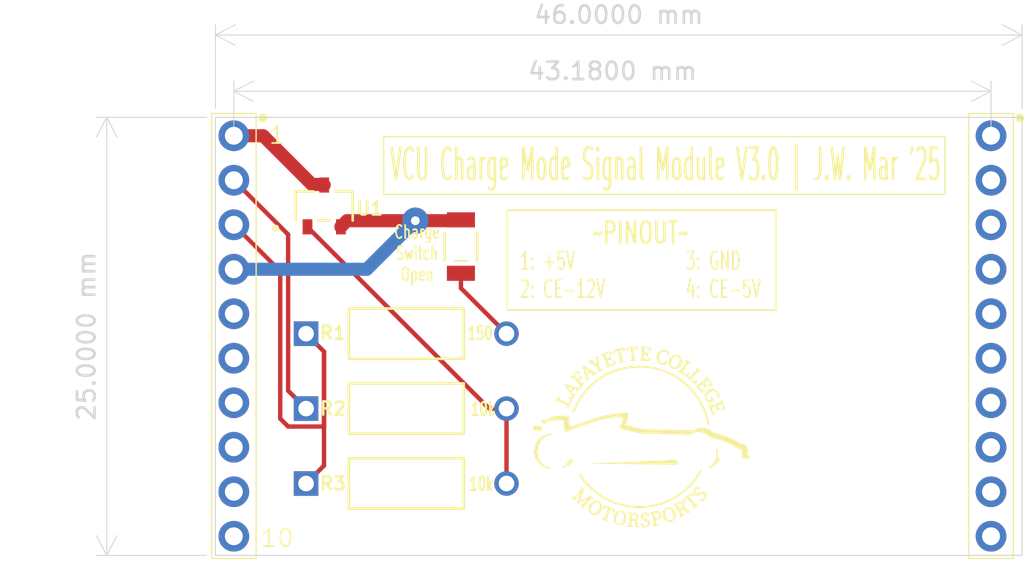
<source format=kicad_pcb>
(kicad_pcb (version 20240108) (generator "pcbnew") (generator_version "8.0")
  (layers (0 "F.Cu" signal) (31 "B.Cu" signal) (34 "B.Paste" user) (35 "F.Paste" user) (36 "B.SilkS" user "B.Silkscreen") (37 "F.SilkS" user "F.Silkscreen") (38 "B.Mask" user) (39 "F.Mask" user) (44 "Edge.Cuts" user))
  (net 0 "")
  (net 7 "Net-(D1-A)")
  (net 8 "Net-(D1-K)")
  (net 9 "Net-(J1-Pad3)")
  (net 10 "Net-(J1-Pad2)")
  (net 11 "Net-(U1-D)")
  (net 12 "Net-(U1-G)")
  (footprint "CF14JT10K0:STA_CF14_STP" (layer "F.Cu") (at 26.67 38.1234)
    (property "Reference" "R2")
    (property "Value" "10k")
  )
  (footprint "CF14JT10K0:STA_CF14_STP" (layer "F.Cu") (at 26.67 42.4)
    (property "Reference" "R3")
    (property "Value" "10k")
  )
  (footprint "PH1-10-UA:1X10-2.54MM-THT" (layer "F.Cu") (at 22.55 22.55 -90)
    (property "Reference" "J1" (hide yes))
    (property "Value" "PH1-10-UA")
  )
  (footprint "LED:LED_AP3216SYD_KNB" (layer "F.Cu") (at 35.5 28.876 90)
    (property "Reference" "D1" (hide yes))
    (property "Value" "LED (Test)" (hide yes))
  )
  (footprint "SOC:SOT23_INF" (layer "F.Cu") (at 27.7025 26.5562)
    (property "Reference" "U1")
    (property "Value" "IRLML2060TRPBF")
  )
  (footprint "CF14JT10K0:STA_CF14_STP" (layer "F.Cu") (at 26.67 33.8468)
    (property "Reference" "R1")
    (property "Value" "150R")
  )
  (footprint "PH1-10-UA:1X10-2.54MM-THT" (layer "F.Cu") (at 65.73 22.55 -90)
    (property "Reference" "J2" (hide yes))
    (property "Value" "PH1-10-UA")
  )
  (gr_poly (pts (xy 44.774555 34.646884) (xy 44.767773 34.647544) (xy 44.760531 34.648734) (xy 44.693694 34.66228) (xy 44.627017 34.676646) (xy 44.494024 34.707225) (xy 44.228689 34.771494) (xy 44.222627 34.773128) (xy 44.216751 34.775078) (xy 44.211098 34.77735) (xy 44.205708 34.77995) (xy 44.20062 34.782886) (xy 44.198201 34.784481) (xy 44.195872 34.786162) (xy 44.193638 34.787931) (xy 44.191504 34.789787) (xy 44.189475 34.791732) (xy 44.187555 34.793766) (xy 44.185749 34.795891) (xy 44.184063 34.798106) (xy 44.182501 34.800414) (xy 44.181068 34.802814) (xy 44.179769 34.805307) (xy 44.178608 34.807895) (xy 44.177592 34.810578) (xy 44.176724 34.813357) (xy 44.176009 34.816232) (xy 44.175452 34.819205) (xy 44.175059 34.822277) (xy 44.174834 34.825447) (xy 44.174781 34.828718) (xy 44.174907 34.832089) (xy 44.175215 34.835562) (xy 44.17571 34.839137) (xy 44.177195 34.849316) (xy 44.178427 34.859658) (xy 44.180498 34.880637) (xy 44.182666 34.901687) (xy 44.184018 34.912116) (xy 44.185672 34.922418) (xy 44.187721 34.932543) (xy 44.190256 34.942443) (xy 44.193372 34.952069) (xy 44.197161 34.961373) (xy 44.201714 34.970306) (xy 44.204307 34.974619) (xy 44.207125 34.97882) (xy 44.210182 34.982905) (xy 44.213487 34.986867) (xy 44.217053 34.990699) (xy 44.220892 34.994397) (xy 44.223609 34.996688) (xy 44.226392 34.998678) (xy 44.229229 35.000375) (xy 44.232111 35.001786) (xy 44.235027 35.00292) (xy 44.237966 35.003786) (xy 44.240919 35.004391) (xy 44.243874 35.004744) (xy 44.246822 35.004854) (xy 44.249753 35.004728) (xy 44.252655 35.004374) (xy 44.255519 35.003802) (xy 44.258334 35.003019) (xy 44.26109 35.002033) (xy 44.263776 35.000853) (xy 44.266382 34.999487) (xy 44.268899 34.997944) (xy 44.271314 34.996231) (xy 44.273619 34.994357) (xy 44.275802 34.99233) (xy 44.277854 34.990158) (xy 44.279763 34.98785) (xy 44.281521 34.985415) (xy 44.283115 34.982859) (xy 44.284537 34.980192) (xy 44.285775 34.977421) (xy 44.286819 34.974556) (xy 44.287659 34.971603) (xy 44.288285 34.968573) (xy 44.288686 34.965472) (xy 44.288851 34.962309) (xy 44.288771 34.959093) (xy 44.288041 34.944725) (xy 44.287772 34.93084) (xy 44.288064 34.917506) (xy 44.289016 34.904792) (xy 44.290729 34.892767) (xy 44.293301 34.8815) (xy 44.29494 34.876171) (xy 44.296832 34.871058) (xy 44.298988 34.866169) (xy 44.301422 34.861512) (xy 44.304145 34.857096) (xy 44.30717 34.85293) (xy 44.31051 34.849022) (xy 44.314177 34.84538) (xy 44.318183 34.842014) (xy 44.322541 34.838931) (xy 44.327263 34.836141) (xy 44.332362 34.833652) (xy 44.33785 34.831473) (xy 44.34374 34.829612) (xy 44.350044 34.828077) (xy 44.356775 34.826879) (xy 44.363944 34.826024) (xy 44.371565 34.825522) (xy 44.37965 34.825381) (xy 44.388211 34.825609) (xy 44.396629 34.826272) (xy 44.404354 34.827416) (xy 44.411419 34.829017) (xy 44.417858 34.831052) (xy 44.423704 34.833498) (xy 44.42899 34.836333) (xy 44.433751 34.839532) (xy 44.438019 34.843072) (xy 44.441828 34.846932) (xy 44.445211 34.851087) (xy 44.448202 34.855514) (xy 44.450834 34.860191) (xy 44.45314 34.865093) (xy 44.455154 34.870199) (xy 44.45691 34.875485) (xy 44.45844 34.880927) (xy 44.460958 34.89219) (xy 44.462976 34.903802) (xy 44.466581 34.927335) (xy 44.468701 34.938887) (xy 44.469958 34.944528) (xy 44.471391 34.950048) (xy 44.473033 34.955424) (xy 44.474917 34.960634) (xy 44.477077 34.965653) (xy 44.479546 34.970459) (xy 44.480178 34.971705) (xy 44.480718 34.973019) (xy 44.481178 34.974409) (xy 44.481571 34.975883) (xy 44.48191 34.977451) (xy 44.482207 34.97912) (xy 44.482476 34.9809) (xy 44.482729 34.982799) (xy 44.48384 34.991751) (xy 44.484205 34.994372) (xy 44.484632 34.997163) (xy 44.485132 35.000132) (xy 44.485718 35.003288) (xy 44.51703 35.13266) (xy 44.546256 35.255006) (xy 44.557129 35.302606) (xy 44.561178 35.322261) (xy 44.564196 35.339632) (xy 44.566103 35.355081) (xy 44.566614 35.362196) (xy 44.566818 35.368966) (xy 44.566705 35.375436) (xy 44.566264 35.38165) (xy 44.565485 35.387653) (xy 44.564359 35.39349) (xy 44.562875 35.399207) (xy 44.561023 35.404849) (xy 44.558795 35.41046) (xy 44.556178 35.416085) (xy 44.553165 35.42177) (xy 44.549744 35.42756) (xy 44.54164 35.439634) (xy 44.531786 35.452666) (xy 44.520104 35.467016) (xy 44.490934 35.501116) (xy 44.497786 35.504552) (xy 44.505237 35.507571) (xy 44.513257 35.510177) (xy 44.521815 35.512374) (xy 44.540423 35.51556) (xy 44.560819 35.517164) (xy 44.582757 35.517224) (xy 44.605996 35.515776) (xy 44.63029 35.512854) (xy 44.655397 35.508495) (xy 44.681072 35.502736) (xy 44.707072 35.495612) (xy 44.733153 35.487159) (xy 44.759072 35.477413) (xy 44.784584 35.466411) (xy 44.809447 35.454187) (xy 44.833416 35.440779) (xy 44.856247 35.426223) (xy 44.836566 35.422875) (xy 44.818451 35.418653) (xy 44.801831 35.413597) (xy 44.786635 35.407746) (xy 44.772792 35.401141) (xy 44.760232 35.39382) (xy 44.748883 35.385824) (xy 44.738674 35.377192) (xy 44.729534 35.367964) (xy 44.721392 35.35818) (xy 44.714178 35.34788) (xy 44.70782 35.337103) (xy 44.702247 35.325889) (xy 44.697389 35.314278) (xy 44.693173 35.30231) (xy 44.689531 35.290025) (xy 44.686389 35.277461) (xy 44.683678 35.264659) (xy 44.679262 35.238501) (xy 44.672472 35.185075) (xy 44.668961 35.158445) (xy 44.664616 35.132293) (xy 44.661953 35.119496) (xy 44.658869 35.106938) (xy 44.655292 35.094659) (xy 44.651152 35.082699) (xy 44.646388 35.06955) (xy 44.641944 35.056279) (xy 44.6339 35.029414) (xy 44.626786 35.002196) (xy 44.620369 34.974718) (xy 44.596996 34.864083) (xy 44.595398 34.856415) (xy 44.594097 34.848845) (xy 44.593149 34.841399) (xy 44.59261 34.834099) (xy 44.592538 34.826972) (xy 44.592987 34.820042) (xy 44.593425 34.816658) (xy 44.594014 34.813333) (xy 44.594763 34.810069) (xy 44.595677 34.80687) (xy 44.596763 34.803739) (xy 44.59803 34.800678) (xy 44.599483 34.797691) (xy 44.60113 34.794781) (xy 44.602977 34.791952) (xy 44.605033 34.789205) (xy 44.607303 34.786544) (xy 44.609796 34.783973) (xy 44.612517 34.781494) (xy 44.615474 34.77911) (xy 44.618675 34.776825) (xy 44.622125 34.774642) (xy 44.625833 34.772563) (xy 44.629804 34.770592) (xy 44.634047 34.768732) (xy 44.638568 34.766985) (xy 44.654758 34.761376) (xy 44.662684 34.758949) (xy 44.670482 34.756891) (xy 44.678144 34.75529) (xy 44.685657 34.754233) (xy 44.693013 34.753809) (xy 44.696628 34.753861) (xy 44.7002 34.754105) (xy 44.703727 34.75455) (xy 44.707208 34.755209) (xy 44.710642 34.756091) (xy 44.714027 34.757208) (xy 44.717362 34.758572) (xy 44.720646 34.760192) (xy 44.723878 34.76208) (xy 44.727055 34.764247) (xy 44.730178 34.766704) (xy 44.733244 34.769462) (xy 44.736252 34.772531) (xy 44.739201 34.775923) (xy 44.74209 34.779649) (xy 44.744917 34.78372) (xy 44.747681 34.788147) (xy 44.750381 34.79294) (xy 44.765057 34.822247) (xy 44.769003 34.829542) (xy 44.773195 34.836529) (xy 44.777703 34.84306) (xy 44.780096 34.846109) (xy 44.782594 34.848988) (xy 44.785204 34.85168) (xy 44.787936 34.854166) (xy 44.790797 34.856427) (xy 44.793797 34.858445) (xy 44.796943 34.860201) (xy 44.800245 34.861678) (xy 44.803711 34.862856) (xy 44.807349 34.863718) (xy 44.811167 34.864244) (xy 44.815176 34.864416) (xy 44.819382 34.864216) (xy 44.823794 34.863626) (xy 44.828421 34.862627) (xy 44.833272 34.8612) (xy 44.838355 34.859327) (xy 44.843678 34.856989) (xy 44.847662 34.854941) (xy 44.851236 34.852768) (xy 44.854418 34.850475) (xy 44.857225 34.848071) (xy 44.859673 34.84556) (xy 44.861779 34.842951) (xy 44.86356 34.840248) (xy 44.865034 34.837459) (xy 44.866216 34.83459) (xy 44.867124 34.831647) (xy 44.867776 34.828638) (xy 44.868187 34.825567) (xy 44.868374 34.822443) (xy 44.868355 34.819271) (xy 44.868147 34.816058) (xy 44.867766 34.81281) (xy 44.867229 34.809534) (xy 44.866554 34.806236) (xy 44.864854 34.7996) (xy 44.862802 34.792954) (xy 44.860534 34.786351) (xy 44.855887 34.773476) (xy 44.853779 34.767309) (xy 44.851995 34.76139) (xy 44.849614 34.751781) (xy 44.847452 34.74167) (xy 44.843213 34.720671) (xy 44.840853 34.710144) (xy 44.838142 34.699838) (xy 44.834939 34.689935) (xy 44.831103 34.680615) (xy 44.828902 34.67623) (xy 44.826489 34.672059) (xy 44.823847 34.668124) (xy 44.820958 34.664448) (xy 44.817804 34.661053) (xy 44.814366 34.657962) (xy 44.810628 34.655198) (xy 44.806572 34.652782) (xy 44.80218 34.650738) (xy 44.797434 34.649089) (xy 44.792316 34.647856) (xy 44.786808 34.647063) (xy 44.780894 34.646731)) (fill solid) (layer "F.SilkS"))
  (gr_poly (pts (xy 43.34226 35.136147) (xy 43.333909 35.136688) (xy 43.325569 35.1376) (xy 43.317243 35.13888) (xy 43.308934 35.140525) (xy 43.292382 35.144897) (xy 43.275938 35.15069) (xy 43.25963 35.157881) (xy 43.243482 35.166445) (xy 43.227522 35.176356) (xy 43.211777 35.187591) (xy 43.196271 35.200125) (xy 43.181032 35.213932) (xy 43.166086 35.228989) (xy 43.151459 35.245271) (xy 43.137177 35.262753) (xy 43.158343 35.277048) (xy 43.168122 35.284152) (xy 43.177374 35.291254) (xy 43.186108 35.298374) (xy 43.194332 35.305534) (xy 43.202053 35.312753) (xy 43.209279 35.320053) (xy 43.216018 35.327453) (xy 43.222278 35.334975) (xy 43.228066 35.342638) (xy 43.23339 35.350465) (xy 43.238258 35.358474) (xy 43.242678 35.366686) (xy 43.246657 35.375123) (xy 43.250203 35.383804) (xy 43.253324 35.392751) (xy 43.256029 35.401983) (xy 43.258323 35.411521) (xy 43.260216 35.421387) (xy 43.261715 35.431599) (xy 43.262828 35.442179) (xy 43.263563 35.453148) (xy 43.263927 35.464526) (xy 43.263928 35.476333) (xy 43.263574 35.48859) (xy 43.262873 35.501318) (xy 43.261832 35.514537) (xy 43.258763 35.54253) (xy 43.254429 35.572735) (xy 43.238879 35.56836) (xy 43.22429 35.563882) (xy 43.210483 35.55919) (xy 43.197274 35.554171) (xy 43.184484 35.548712) (xy 43.171929 35.542703) (xy 43.15943 35.536029) (xy 43.146803 35.52858) (xy 43.133869 35.520244) (xy 43.120446 35.510907) (xy 43.106351 35.500458) (xy 43.091405 35.488785) (xy 43.075425 35.475775) (xy 43.05823 35.461316) (xy 43.019469 35.427604) (xy 43.018107 35.423944) (xy 43.017212 35.420438) (xy 43.016754 35.417076) (xy 43.016699 35.413848) (xy 43.017017 35.410742) (xy 43.017677 35.407748) (xy 43.018645 35.404856) (xy 43.019892 35.402056) (xy 43.021386 35.399337) (xy 43.023094 35.396688) (xy 43.024986 35.394099) (xy 43.02703 35.391559) (xy 43.031447 35.386586) (xy 43.036093 35.381685) (xy 43.040716 35.376772) (xy 43.045063 35.371763) (xy 43.047054 35.369197) (xy 43.048882 35.366575) (xy 43.050515 35.363888) (xy 43.051921 35.361124) (xy 43.053069 35.358273) (xy 43.053927 35.355325) (xy 43.054464 35.352269) (xy 43.054648 35.349095) (xy 43.054448 35.345792) (xy 43.053832 35.342349) (xy 43.052769 35.338757) (xy 43.051227 35.335005) (xy 43.047567 35.330588) (xy 43.042954 35.327107) (xy 43.037446 35.324532) (xy 43.031102 35.322833) (xy 43.023978 35.321979) (xy 43.016132 35.321941) (xy 43.007622 35.322687) (xy 42.998505 35.324188) (xy 42.98884 35.326414) (xy 42.978684 35.329333) (xy 42.95713 35.337133) (xy 42.934304 35.347346) (xy 42.910669 35.35973) (xy 42.886685 35.374041) (xy 42.862814 35.390038) (xy 42.839518 35.407479) (xy 42.817259 35.426121) (xy 42.796498 35.445722) (xy 42.786823 35.455807) (xy 42.777696 35.46604) (xy 42.769174 35.476392) (xy 42.761316 35.486832) (xy 42.754178 35.49733) (xy 42.747818 35.507856) (xy 42.766713 35.50834) (xy 42.785159 35.509666) (xy 42.803178 35.511797) (xy 42.82079 35.514695) (xy 42.838017 35.518324) (xy 42.854881 35.522647) (xy 42.871402 35.527628) (xy 42.887603 35.53323) (xy 42.919126 35.546147) (xy 42.949623 35.561105) (xy 42.979263 35.577809) (xy 43.008219 35.595966) (xy 43.036659 35.615281) (xy 43.064756 35.635459) (xy 43.120604 35.677228) (xy 43.177128 35.718918) (xy 43.206071 35.738998) (xy 43.235696 35.758176) (xy 43.261347 35.792297) (xy 43.273727 35.809188) (xy 43.28543 35.826025) (xy 43.296173 35.842854) (xy 43.305671 35.859722) (xy 43.309864 35.868184) (xy 43.31364 35.876673) (xy 43.316962 35.885193) (xy 43.319795 35.893752) (xy 43.322104 35.902355) (xy 43.323852 35.911006) (xy 43.325005 35.919713) (xy 43.325527 35.92848) (xy 43.325382 35.937314) (xy 43.324535 35.946219) (xy 43.322951 35.955202) (xy 43.320593 35.964269) (xy 43.317426 35.973425) (xy 43.313415 35.982675) (xy 43.308524 35.992026) (xy 43.302717 36.001483) (xy 43.29596 36.011052) (xy 43.288216 36.020739) (xy 43.27945 36.030548) (xy 43.269626 36.040487) (xy 43.279189 36.041999) (xy 43.289156 36.042857) (xy 43.299492 36.04308) (xy 43.310163 36.042688) (xy 43.332375 36.040135) (xy 43.355522 36.035353) (xy 43.379332 36.028498) (xy 43.403534 36.019725) (xy 43.427857 36.009189) (xy 43.452031 35.997046) (xy 43.475783 35.983451) (xy 43.498843 35.968561) (xy 43.520939 35.952529) (xy 43.541801 35.935512) (xy 43.561157 35.917665) (xy 43.578737 35.899143) (xy 43.594268 35.880102) (xy 43.60748 35.860698) (xy 43.585203 35.860167) (xy 43.56433 35.858623) (xy 43.544812 35.856102) (xy 43.526601 35.852638) (xy 43.509648 35.848264) (xy 43.493903 35.843015) (xy 43.479317 35.836926) (xy 43.46584 35.83003) (xy 43.453425 35.822362) (xy 43.442021 35.813956) (xy 43.43158 35.804846) (xy 43.422052 35.795068) (xy 43.413388 35.784654) (xy 43.405539 35.773639) (xy 43.398456 35.762058) (xy 43.39209 35.749945) (xy 43.386391 35.737334) (xy 43.381311 35.724259) (xy 43.3768 35.710755) (xy 43.37281 35.696855) (xy 43.366192 35.668009) (xy 43.361066 35.637993) (xy 43.357037 35.607082) (xy 43.353712 35.575551) (xy 43.347604 35.511724) (xy 43.335669 35.416081) (xy 43.332983 35.392313) (xy 43.330878 35.368639) (xy 43.329583 35.345074) (xy 43.329329 35.321637) (xy 43.330346 35.298345) (xy 43.332864 35.275217) (xy 43.337114 35.252269) (xy 43.339961 35.240869) (xy 43.343327 35.22952) (xy 43.347241 35.218225) (xy 43.351732 35.206987) (xy 43.356829 35.195806) (xy 43.36256 35.184687) (xy 43.368955 35.17363) (xy 43.376042 35.162639) (xy 43.383849 35.151714) (xy 43.392406 35.140859) (xy 43.38406 35.139111) (xy 43.375705 35.137751) (xy 43.367344 35.136778) (xy 43.358981 35.136189) (xy 43.350618 35.135979)) (fill solid) (layer "F.SilkS"))
  (gr_poly (pts (xy 49.815465 36.997905) (xy 49.796418 36.999172) (xy 49.777541 37.001234) (xy 49.758857 37.004074) (xy 49.740385 37.007678) (xy 49.722146 37.012029) (xy 49.686449 37.022907) (xy 49.651933 37.036582) (xy 49.618762 37.052927) (xy 49.587102 37.071812) (xy 49.557118 37.093112) (xy 49.528974 37.116698) (xy 49.502837 37.142442) (xy 49.478872 37.170218) (xy 49.457243 37.199897) (xy 49.438117 37.231352) (xy 49.429544 37.247705) (xy 49.421658 37.264455) (xy 49.41448 37.281584) (xy 49.408031 37.299078) (xy 49.402332 37.31692) (xy 49.397403 37.335095) (xy 49.394157 37.350098) (xy 49.391734 37.36548) (xy 49.390112 37.381196) (xy 49.389272 37.397207) (xy 49.38986 37.429942) (xy 49.393342 37.463352) (xy 49.399559 37.4971) (xy 49.408353 37.530853) (xy 49.419569 37.564276) (xy 49.433048 37.597035) (xy 49.448634 37.628795) (xy 49.466168 37.659221) (xy 49.485494 37.687979) (xy 49.506454 37.714735) (xy 49.528891 37.739154) (xy 49.552647 37.760901) (xy 49.564971 37.770668) (xy 49.577565 37.779642) (xy 49.590411 37.78778) (xy 49.603488 37.795042) (xy 49.607853 37.797194) (xy 49.612155 37.799116) (xy 49.616398 37.800813) (xy 49.620585 37.802292) (xy 49.624717 37.803558) (xy 49.628797 37.804619) (xy 49.632829 37.80548) (xy 49.636814 37.806147) (xy 49.640755 37.806627) (xy 49.644654 37.806926) (xy 49.648516 37.80705) (xy 49.65234 37.807005) (xy 49.659892 37.806434) (xy 49.667329 37.805263) (xy 49.674673 37.803542) (xy 49.681945 37.80132) (xy 49.689164 37.798646) (xy 49.696352 37.795572) (xy 49.703528 37.792145) (xy 49.710714 37.788417) (xy 49.725197 37.780252) (xy 49.751236 37.764581) (xy 49.764349 37.756723) (xy 49.777637 37.749113) (xy 49.791182 37.741946) (xy 49.805069 37.735418) (xy 49.819381 37.729725) (xy 49.826722 37.727253) (xy 49.834201 37.725063) (xy 49.841828 37.723179) (xy 49.849614 37.721627) (xy 49.857568 37.720431) (xy 49.865702 37.719615) (xy 49.874026 37.719203) (xy 49.88255 37.719221) (xy 49.891284 37.719692) (xy 49.90024 37.720642) (xy 49.909427 37.722094) (xy 49.918857 37.724073) (xy 49.928539 37.726604) (xy 49.938484 37.729711) (xy 49.948703 37.733418) (xy 49.959205 37.737751) (xy 49.970002 37.742733) (xy 49.981103 37.74839) (xy 49.961951 37.699518) (xy 49.943121 37.653693) (xy 49.93349 37.631812) (xy 49.923536 37.610559) (xy 49.913124 37.58989) (xy 49.902118 37.569759) (xy 49.890385 37.550123) (xy 49.87779 37.530937) (xy 49.864198 37.512155) (xy 49.849475 37.493734) (xy 49.833485 37.475629) (xy 49.816094 37.457795) (xy 49.797168 37.440187) (xy 49.776571 37.422762) (xy 49.779318 37.46167) (xy 49.780199 37.479747) (xy 49.780568 37.496936) (xy 49.780287 37.513259) (xy 49.779219 37.528738) (xy 49.777225 37.543397) (xy 49.774168 37.557258) (xy 49.772197 37.563895) (xy 49.76991 37.570342) (xy 49.767287 37.576601) (xy 49.764313 37.582673) (xy 49.760969 37.588564) (xy 49.75724 37.594274) (xy 49.753106 37.599807) (xy 49.748552 37.605166) (xy 49.74356 37.610353) (xy 49.738112 37.615372) (xy 49.732192 37.620224) (xy 49.725783 37.624914) (xy 49.718866 37.629443) (xy 49.711426 37.633815) (xy 49.703443 37.638032) (xy 49.694903 37.642098) (xy 49.679823 37.648527) (xy 49.665659 37.653741) (xy 49.652357 37.657732) (xy 49.646011 37.659266) (xy 49.63986 37.660492) (xy 49.633897 37.661408) (xy 49.628115 37.662014) (xy 49.622507 37.662308) (xy 49.617066 37.66229) (xy 49.611785 37.661957) (xy 49.606658 37.661311) (xy 49.601677 37.660349) (xy 49.596837 37.65907) (xy 49.592128 37.657474) (xy 49.587546 37.655559) (xy 49.583083 37.653325) (xy 49.578732 37.65077) (xy 49.574487 37.647894) (xy 49.57034 37.644696) (xy 49.566285 37.641174) (xy 49.562314 37.637328) (xy 49.558421 37.633156) (xy 49.554599 37.628658) (xy 49.547141 37.618679) (xy 49.539884 37.607383) (xy 49.532774 37.594761) (xy 49.526155 37.581749) (xy 49.520103 37.568657) (xy 49.514655 37.555472) (xy 49.509847 37.542179) (xy 49.505716 37.528765) (xy 49.502298 37.515217) (xy 49.499629 37.50152) (xy 49.497746 37.487661) (xy 49.496685 37.473626) (xy 49.496483 37.459402) (xy 49.497176 37.444974) (xy 49.498801 37.43033) (xy 49.501393 37.415454) (xy 49.50499 37.400335) (xy 49.509627 37.384957) (xy 49.515342 37.369308) (xy 49.52214 37.35647) (xy 49.529214 37.344085) (xy 49.536559 37.332142) (xy 49.544168 37.320633) (xy 49.552036 37.309549) (xy 49.560156 37.29888) (xy 49.568522 37.288618) (xy 49.577127 37.278753) (xy 49.585967 37.269276) (xy 49.595034 37.260177) (xy 49.604323 37.251448) (xy 49.613827 37.24308) (xy 49.633458 37.227388) (xy 49.653877 37.213028) (xy 49.675036 37.199927) (xy 49.696885 37.188011) (xy 49.719375 37.177207) (xy 49.742458 37.167441) (xy 49.766085 37.158641) (xy 49.790207 37.150733) (xy 49.814774 37.143644) (xy 49.839738 37.1373) (xy 49.86033 37.133113) (xy 49.880473 37.130471) (xy 49.900148 37.129361) (xy 49.919339 37.12977) (xy 49.938028 37.131687) (xy 49.956199 37.135099) (xy 49.973834 37.139994) (xy 49.990916 37.14636) (xy 50.007428 37.154186) (xy 50.023354 37.163458) (xy 50.038674 37.174164) (xy 50.053374 37.186293) (xy 50.067434 37.199832) (xy 50.080839 37.214769) (xy 50.093572 37.231092) (xy 50.105614 37.248789) (xy 50.112616 37.260028) (xy 50.11924 37.271272) (xy 50.125346 37.282512) (xy 50.130797 37.293741) (xy 50.135453 37.304949) (xy 50.139177 37.316128) (xy 50.140645 37.321704) (xy 50.141829 37.32727) (xy 50.14271 37.332823) (xy 50.143271 37.338365) (xy 50.143495 37.343892) (xy 50.143364 37.349405) (xy 50.142862 37.354902) (xy 50.141971 37.360382) (xy 50.140673 37.365844) (xy 50.138951 37.371287) (xy 50.136789 37.37671) (xy 50.134168 37.382112) (xy 50.131072 37.387492) (xy 50.127482 37.392848) (xy 50.123382 37.39818) (xy 50.118755 37.403486) (xy 50.113582 37.408766) (xy 50.107848 37.414018) (xy 50.101534 37.419241) (xy 50.094622 37.424435) (xy 50.089756 37.428087) (xy 50.085085 37.43194) (xy 50.080667 37.435993) (xy 50.078571 37.438093) (xy 50.07656 37.440243) (xy 50.07464 37.442441) (xy 50.07282 37.444687) (xy 50.071105 37.446982) (xy 50.069503 37.449325) (xy 50.068022 37.451714) (xy 50.066668 37.454152) (xy 50.065448 37.456636) (xy 50.064371 37.459166) (xy 50.063441 37.461743) (xy 50.062668 37.464366) (xy 50.062058 37.467035) (xy 50.061617 37.469749) (xy 50.061354 37.472508) (xy 50.061275 37.475312) (xy 50.061388 37.47816) (xy 50.061699 37.481053) (xy 50.062216 37.48399) (xy 50.062945 37.48697) (xy 50.063895 37.489994) (xy 50.065071 37.49306) (xy 50.066482 37.49617) (xy 50.068134 37.499321) (xy 50.070034 37.502515) (xy 50.07219 37.505751) (xy 50.074518 37.508901) (xy 50.076872 37.511764) (xy 50.079251 37.51435) (xy 50.081656 37.516668) (xy 50.084085 37.518727) (xy 50.086538 37.520538) (xy 50.089013 37.522109) (xy 50.09151 37.523451) (xy 50.094029 37.524573) (xy 50.096569 37.525485) (xy 50.099128 37.526196) (xy 50.101707 37.526715) (xy 50.104305 37.527053) (xy 50.10692 37.527219) (xy 50.109552 37.527222) (xy 50.112201 37.527072) (xy 50.114866 37.526779) (xy 50.117546 37.526352) (xy 50.120239 37.525801) (xy 50.122947 37.525135) (xy 50.1284 37.523497) (xy 50.133898 37.521517) (xy 50.139437 37.519269) (xy 50.14501 37.51683) (xy 50.156237 37.511689) (xy 50.170366 37.504855) (xy 50.18348 37.497722) (xy 50.195548 37.490231) (xy 50.201178 37.486334) (xy 50.206534 37.482326) (xy 50.211611 37.4782) (xy 50.216406 37.473949) (xy 50.220913 37.469566) (xy 50.225129 37.465044) (xy 50.22905 37.460375) (xy 50.232671 37.455553) (xy 50.235989 37.45057) (xy 50.238998 37.44542) (xy 50.241695 37.440094) (xy 50.244075 37.434587) (xy 50.246135 37.42889) (xy 50.24787 37.422997) (xy 50.249276 37.4169) (xy 50.250349 37.410593) (xy 50.251085 37.404068) (xy 50.251478 37.397318) (xy 50.251526 37.390336) (xy 50.251224 37.383115) (xy 50.250568 37.375648) (xy 50.249553 37.367927) (xy 50.248176 37.359946) (xy 50.246431 37.351697) (xy 50.244316 37.343174) (xy 50.241825 37.334368) (xy 50.2292 37.296525) (xy 50.214569 37.260541) (xy 50.197997 37.226499) (xy 50.179546 37.19448) (xy 50.159279 37.164563) (xy 50.148485 37.150419) (xy 50.137261 37.136831) (xy 50.125615 37.123809) (xy 50.113555 37.111364) (xy 50.101088 37.099505) (xy 50.088223 37.088243) (xy 50.074968 37.077587) (xy 50.06133 37.067548) (xy 50.047317 37.058137) (xy 50.032938 37.049362) (xy 50.018199 37.041235) (xy 50.00311 37.033765) (xy 49.987678 37.026963) (xy 49.971911 37.020838) (xy 49.955817 37.015401) (xy 49.939404 37.010662) (xy 49.922679 37.006631) (xy 49.905651 37.003318) (xy 49.888327 37.000733) (xy 49.870716 36.998886) (xy 49.852825 36.997788) (xy 49.834663 36.997449)) (fill solid) (layer "F.SilkS"))
  (gr_poly (pts (xy 45.047869 44.056364) (xy 45.046613 44.056577) (xy 45.045378 44.056897) (xy 45.044168 44.057322) (xy 45.042984 44.05785) (xy 45.04183 44.058482) (xy 45.040707 44.059215) (xy 45.039618 44.060048) (xy 45.038565 44.060979) (xy 45.037551 44.062008) (xy 45.036578 44.063132) (xy 45.035648 44.064351) (xy 45.034764 44.065663) (xy 45.033927 44.067067) (xy 45.033142 44.068561) (xy 45.032409 44.070144) (xy 45.031731 44.071816) (xy 45.031111 44.073573) (xy 45.030551 44.075415) (xy 45.030052 44.077342) (xy 45.029619 44.07935) (xy 45.029253 44.081439) (xy 45.028955 44.083608) (xy 45.02873 44.085855) (xy 45.028579 44.088179) (xy 45.028504 44.090579) (xy 45.028508 44.093052) (xy 45.028593 44.095599) (xy 45.028761 44.098217) (xy 45.029016 44.100904) (xy 45.029358 44.103661) (xy 45.04019 44.107064) (xy 45.050191 44.110803) (xy 45.059391 44.114866) (xy 45.067819 44.119244) (xy 45.075503 44.123925) (xy 45.082472 44.1289) (xy 45.088755 44.134159) (xy 45.094381 44.13969) (xy 45.099378 44.145482) (xy 45.103775 44.151527) (xy 45.107601 44.157812) (xy 45.110885 44.164329) (xy 45.113655 44.171065) (xy 45.115941 44.178011) (xy 45.117771 44.185156) (xy 45.119173 44.19249) (xy 45.120177 44.200003) (xy 45.120812 44.207683) (xy 45.121105 44.21552) (xy 45.121087 44.223504) (xy 45.120228 44.239871) (xy 45.118467 44.2567) (xy 45.116032 44.273906) (xy 45.113155 44.291407) (xy 45.106993 44.326954) (xy 45.104033 44.346698) (xy 45.101688 44.366492) (xy 45.099873 44.386332) (xy 45.098504 44.406213) (xy 45.096766 44.446083) (xy 45.095799 44.486066) (xy 45.094927 44.526124) (xy 45.093475 44.566222) (xy 45.090767 44.606323) (xy 45.088732 44.626364) (xy 45.086129 44.646392) (xy 45.081722 44.675593) (xy 45.079292 44.689584) (xy 45.07655 44.703089) (xy 45.073371 44.716047) (xy 45.069635 44.728397) (xy 45.065219 44.740079) (xy 45.06 44.751033) (xy 45.057052 44.756217) (xy 45.053857 44.761197) (xy 45.050401 44.765965) (xy 45.046667 44.770512) (xy 45.042642 44.774832) (xy 45.038309 44.778917) (xy 45.033653 44.782759) (xy 45.028659 44.786351) (xy 45.023311 44.789685) (xy 45.017595 44.792753) (xy 45.011496 44.795549) (xy 45.004997 44.798065) (xy 44.998083 44.800292) (xy 44.99074 44.802224) (xy 44.982952 44.803852) (xy 44.974703 44.80517) (xy 44.97437 44.810062) (xy 44.974261 44.814665) (xy 44.974368 44.818988) (xy 44.974687 44.823043) (xy 44.975212 44.826838) (xy 44.975936 44.830385) (xy 44.976854 44.833693) (xy 44.97796 44.836773) (xy 44.979248 44.839634) (xy 44.980712 44.842288) (xy 44.982345 44.844745) (xy 44.984143 44.847014) (xy 44.986099 44.849105) (xy 44.988207 44.85103) (xy 44.990461 44.852798) (xy 44.992855 44.854419) (xy 44.995384 44.855904) (xy 44.998042 44.857263) (xy 45.000822 44.858506) (xy 45.003719 44.859644) (xy 45.006726 44.860686) (xy 45.009838 44.861642) (xy 45.016353 44.86334) (xy 45.023215 44.86482) (xy 45.030378 44.866163) (xy 45.045416 44.868766) (xy 45.063219 44.867384) (xy 45.080944 44.866938) (xy 45.098636 44.867225) (xy 45.116342 44.868042) (xy 45.188254 44.872569) (xy 45.206738 44.873004) (xy 45.225517 44.872755) (xy 45.24464 44.871621) (xy 45.264152 44.869399) (xy 45.284101 44.865886) (xy 45.304533 44.860881) (xy 45.314946 44.857756) (xy 45.325496 44.854181) (xy 45.336192 44.850132) (xy 45.347037 44.845584) (xy 45.33412 44.841027) (xy 45.322034 44.836253) (xy 45.310753 44.831268) (xy 45.300257 44.826076) (xy 45.290521 44.820684) (xy 45.281522 44.815096) (xy 45.273237 44.809319) (xy 45.265643 44.803358) (xy 45.258718 44.797219) (xy 45.252437 44.790906) (xy 45.246777 44.784425) (xy 45.241716 44.777783) (xy 45.237231 44.770983) (xy 45.233298 44.764033) (xy 45.229894 44.756936) (xy 45.226995 44.7497) (xy 45.22458 44.742329) (xy 45.222625 44.734828) (xy 45.221106 44.727204) (xy 45.22 44.719462) (xy 45.219285 44.711606) (xy 45.218937 44.703644) (xy 45.218933 44.69558) (xy 45.21925 44.687419) (xy 45.220754 44.670832) (xy 45.223264 44.653925) (xy 45.226596 44.636742) (xy 45.230563 44.619329) (xy 45.232012 44.611774) (xy 45.232929 44.603871) (xy 45.233483 44.59573) (xy 45.233844 44.587462) (xy 45.234663 44.570988) (xy 45.23546 44.563003) (xy 45.23674 44.555335) (xy 45.237615 44.551654) (xy 45.238674 44.548093) (xy 45.239938 44.544667) (xy 45.24143 44.541388) (xy 45.243169 44.538272) (xy 45.245177 44.535332) (xy 45.247476 44.532582) (xy 45.250086 44.530035) (xy 45.253029 44.527705) (xy 45.256325 44.525607) (xy 45.259996 44.523754) (xy 45.264064 44.52216) (xy 45.268548 44.520839) (xy 45.273471 44.519804) (xy 45.278853 44.51907) (xy 45.284716 44.51865) (xy 45.294871 44.51856) (xy 45.30486 44.519154) (xy 45.314645 44.520428) (xy 45.324185 44.522382) (xy 45.333442 44.525014) (xy 45.342375 44.528321) (xy 45.350946 44.532301) (xy 45.359114 44.536953) (xy 45.36684 44.542275) (xy 45.370525 44.545186) (xy 45.374085 44.548264) (xy 45.377514 44.551509) (xy 45.380809 44.55492) (xy 45.383963 44.558497) (xy 45.386972 44.562239) (xy 45.389831 44.566148) (xy 45.392536 44.570221) (xy 45.39508 44.57446) (xy 45.39746 44.578863) (xy 45.39967 44.583431) (xy 45.401705 44.588163) (xy 45.403561 44.593059) (xy 45.405232 44.598119) (xy 45.45695 44.816623) (xy 45.46008 44.82623) (xy 45.463524 44.835353) (xy 45.467278 44.84399) (xy 45.471337 44.852138) (xy 45.475695 44.859794) (xy 45.480349 44.866957) (xy 45.485293 44.873623) (xy 45.490523 44.879789) (xy 45.496033 44.885454) (xy 45.50182 44.890615) (xy 45.507879 44.895268) (xy 45.514204 44.899413) (xy 45.520791 44.903045) (xy 45.527635 44.906162) (xy 45.534732 44.908763) (xy 45.542076 44.910843) (xy 45.549664 44.912401) (xy 45.557489 44.913434) (xy 45.565548 44.91394) (xy 45.573835 44.913915) (xy 45.582347 44.913358) (xy 45.591077 44.912266) (xy 45.600022 44.910636) (xy 45.609177 44.908465) (xy 45.618536 44.905752) (xy 45.628095 44.902493) (xy 45.63785 44.898685) (xy 45.647796 44.894327) (xy 45.657927 44.889416) (xy 45.668239 44.883949) (xy 45.678728 44.877924) (xy 45.689388 44.871337) (xy 45.675105 44.864243) (xy 45.662078 44.856524) (xy 45.650232 44.848216) (xy 45.639492 44.839356) (xy 45.629785 44.829978) (xy 45.621036 44.820118) (xy 45.61317 44.809812) (xy 45.606114 44.799097) (xy 45.599794 44.788006) (xy 45.594134 44.776578) (xy 45.589061 44.764846) (xy 45.5845 44.752846) (xy 45.576618 44.728189) (xy 45.569894 44.702892) (xy 45.557541 44.651519) (xy 45.550723 44.626015) (xy 45.542685 44.601015) (xy 45.538023 44.588793) (xy 45.532833 44.576803) (xy 45.527041 44.565083) (xy 45.520573 44.553666) (xy 45.513353 44.54259) (xy 45.505309 44.53189) (xy 45.496365 44.521601) (xy 45.486447 44.511759) (xy 45.498685 44.502235) (xy 45.510504 44.493218) (xy 45.532929 44.476202) (xy 45.543558 44.467956) (xy 45.553812 44.459719) (xy 45.563704 44.451367) (xy 45.573245 44.442775) (xy 45.582409 44.43375) (xy 45.590931 44.424416) (xy 45.598812 44.414798) (xy 45.606052 44.404924) (xy 45.612649 44.394818) (xy 45.618605 44.384507) (xy 45.623918 44.374016) (xy 45.628589 44.363372) (xy 45.632618 44.352601) (xy 45.636004 44.341728) (xy 45.638747 44.33078) (xy 45.640847 44.319782) (xy 45.642303 44.30876) (xy 45.642833 44.301581) (xy 45.502501 44.301581) (xy 45.50224 44.307807) (xy 45.501687 44.31392) (xy 45.500848 44.319918) (xy 45.499725 44.3258) (xy 45.498322 44.331564) (xy 45.496643 44.337206) (xy 45.494691 44.342726) (xy 45.492468 44.348121) (xy 45.48998 44.353389) (xy 45.487229 44.358529) (xy 45.484219 44.363538) (xy 45.480953 44.368414) (xy 45.477435 44.373155) (xy 45.473669 44.37776) (xy 45.469657 44.382225) (xy 45.465403 44.386551) (xy 45.456185 44.394771) (xy 45.446041 44.402403) (xy 45.435 44.409433) (xy 45.423089 44.415844) (xy 45.412978 44.420572) (xy 45.402337 44.425002) (xy 45.391278 44.429043) (xy 45.379914 44.432604) (xy 45.368358 44.435592) (xy 45.356722 44.437916) (xy 45.34512 44.439486) (xy 45.333664 44.440209) (xy 45.322467 44.439994) (xy 45.317001 44.439507) (xy 45.311641 44.438751) (xy 45.306403 44.437714) (xy 45.3013 44.436386) (xy 45.296346 44.434755) (xy 45.291556 44.43281) (xy 45.286943 44.430538) (xy 45.282522 44.42793) (xy 45.278306 44.424972) (xy 45.27431 44.421655) (xy 45.270548 44.417966) (xy 45.267034 44.413894) (xy 45.263781 44.409428) (xy 45.260805 44.404555) (xy 45.257668 44.398587) (xy 45.254833 44.392486) (xy 45.252291 44.38626) (xy 45.250036 44.379917) (xy 45.246348 44.366912) (xy 45.243704 44.353535) (xy 45.242039 44.339851) (xy 45.241287 44.325923) (xy 45.241382 44.311816) (xy 45.242259 44.297593) (xy 45.243853 44.283319) (xy 45.246097 44.269059) (xy 45.248927 44.254875) (xy 45.252277 44.240832) (xy 45.256081 44.226995) (xy 45.260274 44.213427) (xy 45.26479 44.200193) (xy 45.269563 44.187356) (xy 45.271796 44.182167) (xy 45.274275 44.177475) (xy 45.276993 44.17326) (xy 45.279942 44.169505) (xy 45.283114 44.166189) (xy 45.2865 44.163293) (xy 45.290093 44.160799) (xy 45.293884 44.158686) (xy 45.297866 44.156937) (xy 45.30203 44.155531) (xy 45.306368 44.15445) (xy 45.310872 44.153673) (xy 45.315534 44.153183) (xy 45.320347 44.15296) (xy 45.325301 44.152985) (xy 45.330389 44.153238) (xy 45.340933 44.154354) (xy 45.351916 44.156153) (xy 45.363273 44.158483) (xy 45.374938 44.16119) (xy 45.398936 44.167122) (xy 45.411139 44.170039) (xy 45.423393 44.17272) (xy 45.429818 44.175537) (xy 45.435979 44.178621) (xy 45.441874 44.181969) (xy 45.447503 44.185577) (xy 45.452863 44.189442) (xy 45.457953 44.193561) (xy 45.462773 44.19793) (xy 45.467319 44.202546) (xy 45.471592 44.207406) (xy 45.47559 44.212506) (xy 45.479311 44.217842) (xy 45.482754 44.223412) (xy 45.485918 44.229211) (xy 45.488801 44.235238) (xy 45.491401 44.241487) (xy 45.493718 44.247956) (xy 45.495906 44.255012) (xy 45.497776 44.26197) (xy 45.49933 44.26883) (xy 45.500573 44.27559) (xy 45.501508 44.282247) (xy 45.502139 44.288799) (xy 45.502469 44.295244) (xy 45.502501 44.301581) (xy 45.642833 44.301581) (xy 45.643116 44.297741) (xy 45.643286 44.28675) (xy 45.642812 44.275813) (xy 45.641694 44.264957) (xy 45.639932 44.254207) (xy 45.637526 44.243589) (xy 45.634475 44.233129) (xy 45.630779 44.222853) (xy 45.626439 44.212787) (xy 45.621454 44.202957) (xy 45.615823 44.193389) (xy 45.609547 44.184108) (xy 45.602626 44.175142) (xy 45.595059 44.166515) (xy 45.586847 44.158254) (xy 45.577988 44.150385) (xy 45.568483 44.142934) (xy 45.558331 44.135926) (xy 45.547533 44.129388) (xy 45.518418 44.114285) (xy 45.488854 44.101534) (xy 45.458883 44.09093) (xy 45.428543 44.082271) (xy 45.397876 44.075354) (xy 45.366921 44.069977) (xy 45.335719 44.065936) (xy 45.304311 44.063029) (xy 45.272737 44.061054) (xy 45.241036 44.059806) (xy 45.177417 44.058686) (xy 45.113778 44.058046) (xy 45.05044 44.056264) (xy 45.049146 44.056259)) (fill solid) (layer "F.SilkS"))
  (gr_poly (pts (xy 45.462592 34.57061) (xy 45.430537 34.573366) (xy 45.417286 34.574972) (xy 45.403934 34.576851) (xy 45.376384 34.58122) (xy 45.346792 34.58605) (xy 45.33089 34.588506) (xy 45.314069 34.590918) (xy 45.276378 34.592166) (xy 45.239573 34.592739) (xy 45.168178 34.593827) (xy 45.133369 34.595322) (xy 45.116139 34.596521) (xy 45.099006 34.598104) (xy 45.081956 34.600132) (xy 45.064977 34.602665) (xy 45.048054 34.605765) (xy 45.031174 34.609494) (xy 45.023239 34.611708) (xy 45.015527 34.614457) (xy 45.00805 34.617715) (xy 45.00082 34.621455) (xy 44.993849 34.625652) (xy 44.98715 34.630279) (xy 44.980733 34.635311) (xy 44.97461 34.64072) (xy 44.968795 34.646481) (xy 44.963298 34.652568) (xy 44.958131 34.658955) (xy 44.953307 34.665615) (xy 44.948837 34.672523) (xy 44.944734 34.679651) (xy 44.941008 34.686975) (xy 44.937673 34.694468) (xy 44.934739 34.702103) (xy 44.932219 34.709855) (xy 44.930125 34.717698) (xy 44.928469 34.725605) (xy 44.927262 34.733551) (xy 44.926516 34.741508) (xy 44.926244 34.749451) (xy 44.926457 34.757355) (xy 44.927168 34.765192) (xy 44.928387 34.772936) (xy 44.930128 34.780562) (xy 44.932401 34.788043) (xy 44.935219 34.795353) (xy 44.938594 34.802467) (xy 44.942537 34.809357) (xy 44.947061 34.815998) (xy 44.948675 34.818025) (xy 44.95048 34.820013) (xy 44.952457 34.82195) (xy 44.954588 34.823825) (xy 44.956854 34.825626) (xy 44.959237 34.827341) (xy 44.961718 34.828958) (xy 44.964278 34.830464) (xy 44.966899 34.831849) (xy 44.969562 34.8331) (xy 44.972248 34.834206) (xy 44.974939 34.835154) (xy 44.977616 34.835932) (xy 44.980261 34.83653) (xy 44.982854 34.836934) (xy 44.984126 34.83706) (xy 44.985378 34.837133) (xy 44.988466 34.837175) (xy 44.991467 34.837071) (xy 44.994381 34.836825) (xy 44.997207 34.83644) (xy 44.999944 34.835919) (xy 45.002592 34.835268) (xy 45.005151 34.83449) (xy 45.00762 34.833588) (xy 45.009998 34.832566) (xy 45.012285 34.831429) (xy 45.01448 34.830179) (xy 45.016583 34.828821) (xy 45.018593 34.827359) (xy 45.02051 34.825797) (xy 45.022334 34.824137) (xy 45.024063 34.822385) (xy 45.025697 34.820543) (xy 45.027236 34.818616) (xy 45.028679 34.816608) (xy 45.030026 34.814522) (xy 45.031275 34.812362) (xy 45.032428 34.810132) (xy 45.033482 34.807836) (xy 45.034438 34.805477) (xy 45.035294 34.80306) (xy 45.036051 34.800587) (xy 45.036708 34.798064) (xy 45.037265 34.795494) (xy 45.03772 34.79288) (xy 45.038073 34.790227) (xy 45.038324 34.787538) (xy 45.038473 34.784817) (xy 45.038829 34.778241) (xy 45.039421 34.771904) (xy 45.040244 34.765804) (xy 45.041293 34.759942) (xy 45.042565 34.754315) (xy 45.044056 34.748921) (xy 45.04576 34.74376) (xy 45.047675 34.73883) (xy 45.049796 34.73413) (xy 45.052118 34.729658) (xy 45.054638 34.725412) (xy 45.057351 34.721392) (xy 45.060253 34.717596) (xy 45.063339 34.714022) (xy 45.066607 34.710669) (xy 45.07005 34.707537) (xy 45.073666 34.704622) (xy 45.07745 34.701924) (xy 45.081398 34.699442) (xy 45.085506 34.697174) (xy 45.089769 34.695118) (xy 45.094183 34.693274) (xy 45.098744 34.691639) (xy 45.103448 34.690213) (xy 45.108291 34.688994) (xy 45.113268 34.687981) (xy 45.118375 34.687172) (xy 45.123609 34.686565) (xy 45.128964 34.68616) (xy 45.134437 34.685955) (xy 45.145719 34.686139) (xy 45.152419 34.686684) (xy 45.158632 34.687609) (xy 45.164377 34.688897) (xy 45.169673 34.69053) (xy 45.17454 34.692491) (xy 45.178996 34.694762) (xy 45.183061 34.697326) (xy 45.186753 34.700166) (xy 45.190093 34.703265) (xy 45.193099 34.706604) (xy 45.195791 34.710167) (xy 45.198187 34.713936) (xy 45.200306 34.717894) (xy 45.202169 34.722023) (xy 45.203794 34.726306) (xy 45.205201 34.730726) (xy 45.206407 34.735265) (xy 45.207434 34.739906) (xy 45.208299 34.744631) (xy 45.209023 34.749423) (xy 45.210121 34.75914) (xy 45.210881 34.768916) (xy 45.212003 34.78809) (xy 45.212672 34.797211) (xy 45.213617 34.805834) (xy 45.219013 34.848392) (xy 45.223686 34.891059) (xy 45.227724 34.933816) (xy 45.231213 34.976643) (xy 45.236891 35.062426) (xy 45.241414 35.148247) (xy 45.245516 35.214742) (xy 45.245771 35.231136) (xy 45.245211 35.247197) (xy 45.243585 35.262805) (xy 45.242292 35.270401) (xy 45.240638 35.277839) (xy 45.23859 35.285103) (xy 45.236118 35.292178) (xy 45.233189 35.29905) (xy 45.229772 35.305703) (xy 45.225835 35.312122) (xy 45.221346 35.318293) (xy 45.216274 35.324199) (xy 45.210588 35.329826) (xy 45.204255 35.33516) (xy 45.197245 35.340184) (xy 45.189525 35.344884) (xy 45.181063 35.349245) (xy 45.171829 35.353251) (xy 45.161791 35.356888) (xy 45.150916 35.360141) (xy 45.139174 35.362994) (xy 45.145825 35.368525) (xy 45.153267 35.373647) (xy 45.16145 35.378363) (xy 45.170326 35.38268) (xy 45.179846 35.3866) (xy 45.189961 35.390128) (xy 45.211779 35.396027) (xy 45.235387 35.400413) (xy 45.260395 35.403321) (xy 45.286411 35.404786) (xy 45.313041 35.404845) (xy 45.339896 35.403532) (xy 45.366582 35.400883) (xy 45.392708 35.396934) (xy 45.417882 35.39172) (xy 45.441713 35.385277) (xy 45.463808 35.377639) (xy 45.483775 35.368844) (xy 45.492838 35.364023) (xy 45.501223 35.358925) (xy 45.482261 35.34239) (xy 45.465025 35.325451) (xy 45.449435 35.308127) (xy 45.435412 35.290437) (xy 45.422876 35.272399) (xy 45.411748 35.254034) (xy 45.401949 35.235358) (xy 45.393399 35.216393) (xy 45.386019 35.197155) (xy 45.379729 35.177665) (xy 45.374451 35.15794) (xy 45.370104 35.138001) (xy 45.363889 35.097553) (xy 45.360448 35.056471) (xy 45.359146 35.014907) (xy 45.35935 34.973011) (xy 45.36173 34.88883) (xy 45.362638 34.846846) (xy 45.362509 34.805135) (xy 45.360711 34.763848) (xy 45.356607 34.723137) (xy 45.356211 34.719148) (xy 45.356124 34.715373) (xy 45.356332 34.711804) (xy 45.356824 34.708432) (xy 45.357585 34.705251) (xy 45.358605 34.702253) (xy 45.359869 34.699431) (xy 45.361365 34.696777) (xy 45.363081 34.694283) (xy 45.365003 34.691942) (xy 45.367119 34.689747) (xy 45.369416 34.68769) (xy 45.371881 34.685764) (xy 45.374501 34.683961) (xy 45.377264 34.682273) (xy 45.380157 34.680694) (xy 45.383167 34.679215) (xy 45.386282 34.67783) (xy 45.389488 34.67653) (xy 45.392772 34.675309) (xy 45.399527 34.67307) (xy 45.406444 34.671055) (xy 45.433685 34.664026) (xy 45.4377 34.662999) (xy 45.441585 34.662155) (xy 45.445341 34.661492) (xy 45.448974 34.661009) (xy 45.452484 34.660703) (xy 45.455876 34.660572) (xy 45.459152 34.660615) (xy 45.462315 34.660829) (xy 45.465369 34.661214) (xy 45.468315 34.661767) (xy 45.471157 34.662486) (xy 45.473898 34.663369) (xy 45.476541 34.664415) (xy 45.479089 34.665621) (xy 45.481544 34.666987) (xy 45.48391 34.668509) (xy 45.486189 34.670187) (xy 45.488385 34.672018) (xy 45.490501 34.674) (xy 45.492539 34.676132) (xy 45.494502 34.678411) (xy 45.496393 34.680837) (xy 45.498215 34.683406) (xy 45.499971 34.686118) (xy 45.503298 34.69196) (xy 45.506397 34.698349) (xy 45.50929 34.705269) (xy 45.512002 34.712706) (xy 45.514311 34.719914) (xy 45.516506 34.7274) (xy 45.520971 34.7427) (xy 45.523447 34.750261) (xy 45.526225 34.757591) (xy 45.529408 34.764565) (xy 45.531184 34.767878) (xy 45.5331 34.771055) (xy 45.535169 34.774078) (xy 45.537404 34.776933) (xy 45.539819 34.779604) (xy 45.542426 34.782074) (xy 45.545238 34.784327) (xy 45.548268 34.786349) (xy 45.551529 34.788122) (xy 45.555034 34.789631) (xy 45.558796 34.79086) (xy 45.562828 34.791794) (xy 45.567143 34.792415) (xy 45.571754 34.792709) (xy 45.576674 34.79266) (xy 45.581916 34.792251) (xy 45.587492 34.791467) (xy 45.593417 34.790292) (xy 45.603538 34.758326) (xy 45.611163 34.729094) (xy 45.614025 34.715484) (xy 45.616245 34.702536) (xy 45.617819 34.690241) (xy 45.618741 34.678591) (xy 45.619005 34.66758) (xy 45.618605 34.657201) (xy 45.617536 34.647445) (xy 45.615792 34.638305) (xy 45.613367 34.629773) (xy 45.610257 34.621843) (xy 45.606454 34.614506) (xy 45.601955 34.607755) (xy 45.596752 34.601584) (xy 45.590841 34.595983) (xy 45.584216 34.590946) (xy 45.576871 34.586466) (xy 45.5688 34.582534) (xy 45.559999 34.579143) (xy 45.55046 34.576287) (xy 45.54018 34.573956) (xy 45.529151 34.572145) (xy 45.517369 34.570845) (xy 45.504828 34.570049) (xy 45.491522 34.569749)) (fill solid) (layer "F.SilkS"))
  (gr_poly (pts (xy 42.16154 35.967813) (xy 42.155283 35.968614) (xy 42.148957 35.970018) (xy 42.142541 35.972025) (xy 42.136014 35.974635) (xy 42.129354 35.977849) (xy 42.122542 35.981665) (xy 42.115557 35.986085) (xy 42.108376 35.991107) (xy 42.100981 35.996731) (xy 42.093349 36.002959) (xy 42.08546 36.009789) (xy 42.068827 36.025256) (xy 42.050915 36.043132) (xy 41.930297 36.16656) (xy 41.870321 36.228589) (xy 41.810953 36.291187) (xy 41.805628 36.296632) (xy 41.800021 36.302041) (xy 41.788498 36.313026) (xy 41.782852 36.318743) (xy 41.777463 36.324704) (xy 41.772466 36.330978) (xy 41.770156 36.334255) (xy 41.767995 36.337637) (xy 41.766 36.341133) (xy 41.764186 36.34475) (xy 41.762572 36.348499) (xy 41.761174 36.352388) (xy 41.760008 36.356426) (xy 41.759092 36.360622) (xy 41.758443 36.364983) (xy 41.758077 36.36952) (xy 41.758011 36.374241) (xy 41.758263 36.379154) (xy 41.758848 36.384269) (xy 41.759784 36.389594) (xy 41.761087 36.395138) (xy 41.762776 36.40091) (xy 41.764865 36.406919) (xy 41.767373 36.413173) (xy 41.778031 36.406365) (xy 41.788359 36.400532) (xy 41.798369 36.395637) (xy 41.808074 36.391643) (xy 41.817487 36.388513) (xy 41.82662 36.386211) (xy 41.835486 36.384699) (xy 41.844098 36.38394) (xy 41.852468 36.383899) (xy 41.86061 36.384537) (xy 41.868536 36.385818) (xy 41.876258 36.387704) (xy 41.88379 36.39016) (xy 41.891144 36.393148) (xy 41.898333 36.396631) (xy 41.905369 36.400572) (xy 41.912266 36.404934) (xy 41.919036 36.409681) (xy 41.932245 36.420181) (xy 41.945099 36.431775) (xy 41.957699 36.444169) (xy 41.982546 36.470173) (xy 41.994996 36.483194) (xy 42.0076 36.495832) (xy 42.127035 36.612045) (xy 42.186255 36.670645) (xy 42.244764 36.729934) (xy 42.250753 36.735775) (xy 42.257168 36.741567) (xy 42.270563 36.753221) (xy 42.277186 36.759186) (xy 42.283521 36.765314) (xy 42.289391 36.771657) (xy 42.292095 36.774925) (xy 42.294616 36.778266) (xy 42.296931 36.781688) (xy 42.299019 36.785196) (xy 42.300856 36.788797) (xy 42.302421 36.792498) (xy 42.303691 36.796305) (xy 42.304644 36.800225) (xy 42.305258 36.804264) (xy 42.30551 36.808428) (xy 42.305378 36.812725) (xy 42.304839 36.817162) (xy 42.303873 36.821743) (xy 42.302455 36.826477) (xy 42.300565 36.831369) (xy 42.298179 36.836426) (xy 42.295275 36.841655) (xy 42.291831 36.847063) (xy 42.284738 36.857202) (xy 42.277414 36.866921) (xy 42.269828 36.876149) (xy 42.261947 36.884816) (xy 42.253739 36.892851) (xy 42.249503 36.89661) (xy 42.245174 36.900185) (xy 42.240746 36.903566) (xy 42.236217 36.906746) (xy 42.231583 36.909715) (xy 42.226839 36.912465) (xy 42.221982 36.914986) (xy 42.217007 36.91727) (xy 42.211911 36.919309) (xy 42.206689 36.921093) (xy 42.201337 36.922613) (xy 42.195853 36.923861) (xy 42.190231 36.924828) (xy 42.184467 36.925506) (xy 42.178558 36.925884) (xy 42.1725 36.925956) (xy 42.166288 36.925711) (xy 42.159919 36.925141) (xy 42.153389 36.924237) (xy 42.146693 36.92299) (xy 42.139828 36.921393) (xy 42.13279 36.919435) (xy 41.859265 36.838376) (xy 41.585158 36.759312) (xy 41.576275 36.756547) (xy 41.567251 36.753376) (xy 41.548902 36.746515) (xy 41.539641 36.743172) (xy 41.530363 36.74012) (xy 41.521101 36.737532) (xy 41.511886 36.735582) (xy 41.507306 36.734901) (xy 41.502749 36.734445) (xy 41.49822 36.734235) (xy 41.493722 36.734294) (xy 41.489259 36.734642) (xy 41.484836 36.735303) (xy 41.480455 36.736296) (xy 41.476122 36.737645) (xy 41.47184 36.739371) (xy 41.467612 36.741496) (xy 41.463444 36.744041) (xy 41.459338 36.747028) (xy 41.455299 36.750479) (xy 41.45133 36.754416) (xy 41.447436 36.75886) (xy 41.443621 36.763833) (xy 41.440149 36.768975) (xy 41.437185 36.774034) (xy 41.434709 36.779011) (xy 41.432699 36.78391) (xy 41.431135 36.788732) (xy 41.429998 36.793482) (xy 41.429265 36.79816) (xy 41.428918 36.802771) (xy 41.428936 36.807316) (xy 41.429297 36.811799) (xy 41.429982 36.816221) (xy 41.430971 36.820587) (xy 41.432242 36.824897) (xy 41.433776 36.829156) (xy 41.435552 36.833365) (xy 41.437549 36.837527) (xy 41.442126 36.845723) (xy 41.447344 36.853763) (xy 41.453039 36.86167) (xy 41.459049 36.869465) (xy 41.471355 36.884802) (xy 41.477325 36.892387) (xy 41.482955 36.899945) (xy 41.810456 37.353226) (xy 41.821825 37.368697) (xy 41.827488 37.376496) (xy 41.832917 37.384353) (xy 41.837951 37.39228) (xy 41.842425 37.40029) (xy 41.844402 37.404329) (xy 41.846177 37.408394) (xy 41.847731 37.412485) (xy 41.849044 37.416605) (xy 41.850094 37.420754) (xy 41.850861 37.424935) (xy 41.851325 37.429148) (xy 41.851466 37.433395) (xy 41.851263 37.437679) (xy 41.850696 37.441999) (xy 41.849744 37.446359) (xy 41.848387 37.450758) (xy 41.846605 37.4552) (xy 41.844376 37.459685) (xy 41.841682 37.464215) (xy 41.8385 37.468791) (xy 41.834812 37.473415) (xy 41.830596 37.478088) (xy 41.825832 37.482813) (xy 41.8205 37.48759) (xy 41.804052 37.485517) (xy 41.795562 37.484395) (xy 41.791289 37.483782) (xy 41.787015 37.483122) (xy 41.783076 37.482327) (xy 41.779133 37.48123) (xy 41.775187 37.479864) (xy 41.771238 37.478263) (xy 41.763335 37.474488) (xy 41.755428 37.470171) (xy 41.739621 37.460979) (xy 41.731731 37.456637) (xy 41.723855 37.452821) (xy 41.719924 37.451194) (xy 41.715999 37.449798) (xy 41.71208 37.448667) (xy 41.708167 37.447834) (xy 41.704262 37.447332) (xy 41.700364 37.447196) (xy 41.696474 37.447457) (xy 41.692594 37.44815) (xy 41.688723 37.449308) (xy 41.684862 37.450965) (xy 41.681012 37.453153) (xy 41.677173 37.455905) (xy 41.673346 37.459257) (xy 41.669531 37.463239) (xy 41.66573 37.467887) (xy 41.661942 37.473234) (xy 41.659063 37.477897) (xy 41.65669 37.482418) (xy 41.654798 37.486804) (xy 41.653368 37.49106) (xy 41.652376 37.49519) (xy 41.651801 37.499202) (xy 41.651621 37.503099) (xy 41.651815 37.506889) (xy 41.65236 37.510576) (xy 41.653235 37.514165) (xy 41.654417 37.517663) (xy 41.655886 37.521075) (xy 41.657619 37.524406) (xy 41.659594 37.527662) (xy 41.661789 37.530849) (xy 41.664183 37.533972) (xy 41.66948 37.540047) (xy 41.675308 37.545933) (xy 41.681495 37.551673) (xy 41.687864 37.557312) (xy 41.700452 37.568463) (xy 41.706321 37.574064) (xy 41.711674 37.57974) (xy 41.717984 37.587343) (xy 41.723448 37.594814) (xy 41.728105 37.602159) (xy 41.73199 37.609381) (xy 41.735141 37.616487) (xy 41.737593 37.62348) (xy 41.739385 37.630366) (xy 41.740553 37.637151) (xy 41.741134 37.643838) (xy 41.741164 37.650434) (xy 41.74068 37.656942) (xy 41.73972 37.663369) (xy 41.73832 37.669718) (xy 41.736516 37.675996) (xy 41.734346 37.682206) (xy 41.731847 37.688355) (xy 41.726007 37.700485) (xy 41.719292 37.712428) (xy 41.711994 37.724222) (xy 41.70441 37.735908) (xy 41.689559 37.759114) (xy 41.682881 37.770715) (xy 41.677095 37.782367) (xy 41.674159 37.788452) (xy 41.671113 37.793888) (xy 41.667962 37.798703) (xy 41.664711 37.802921) (xy 41.661367 37.80657) (xy 41.657934 37.809675) (xy 41.65442 37.812264) (xy 41.650828 37.814361) (xy 41.647166 37.815995) (xy 41.643439 37.81719) (xy 41.639652 37.817973) (xy 41.635811 37.81837) (xy 41.631923 37.818408) (xy 41.627992 37.818113) (xy 41.624025 37.817512) (xy 41.620027 37.816629) (xy 41.616004 37.815493) (xy 41.611962 37.814128) (xy 41.603842 37.81082) (xy 41.595714 37.806916) (xy 41.587622 37.802626) (xy 41.571734 37.793727) (xy 41.564029 37.789539) (xy 41.556544 37.785806) (xy 41.484037 37.751316) (xy 41.411936 37.715952) (xy 41.268468 37.643715) (xy 41.251827 37.635653) (xy 41.234799 37.627901) (xy 41.200609 37.612292) (xy 41.183965 37.603918) (xy 41.167964 37.594818) (xy 41.152865 37.584734) (xy 41.145735 37.579243) (xy 41.138926 37.573408) (xy 41.132472 37.567198) (xy 41.126405 37.56058) (xy 41.120757 37.553522) (xy 41.11556 37.545991) (xy 41.110846 37.537956) (xy 41.106648 37.529383) (xy 41.102998 37.520241) (xy 41.099928 37.510497) (xy 41.09747 37.500119) (xy 41.095657 37.489074) (xy 41.094521 37.47733) (xy 41.094094 37.464854) (xy 41.094409 37.451615) (xy 41.095497 37.43758) (xy 41.097391 37.422717) (xy 41.100123 37.406993) (xy 41.089349 37.415304) (xy 41.079154 37.423745) (xy 41.069511 37.432309) (xy 41.060395 37.440988) (xy 41.051778 37.449774) (xy 41.043635 37.45866) (xy 41.028665 37.4767) (xy 41.015273 37.495046) (xy 41.00325 37.513637) (xy 40.992385 37.532411) (xy 40.982467 37.551306) (xy 40.973287 37.570262) (xy 40.964634 37.589216) (xy 40.948067 37.626873) (xy 40.931084 37.663785) (xy 40.921911 37.681808) (xy 40.912002 37.699461) (xy 40.912379 37.705466) (xy 40.912941 37.711102) (xy 40.913681 37.716373) (xy 40.914589 37.721285) (xy 40.915661 37.725841) (xy 40.916887 37.730048) (xy 40.918262 37.733909) (xy 40.919776 37.73743) (xy 40.921424 37.740614) (xy 40.923198 37.743468) (xy 40.92509 37.745996) (xy 40.927093 37.748202) (xy 40.9292 37.750091) (xy 40.931404 37.751669) (xy 40.933696 37.752939) (xy 40.936071 37.753908) (xy 40.938519 37.754578) (xy 40.941035 37.754956) (xy 40.943611 37.755046) (xy 40.946239 37.754853) (xy 40.948913 37.754382) (xy 40.951624 37.753637) (xy 40.954365 37.752623) (xy 40.95713 37.751345) (xy 40.95991 37.749807) (xy 40.962699 37.748016) (xy 40.965489 37.745974) (xy 40.968273 37.743688) (xy 40.971043 37.741162) (xy 40.973792 37.7384) (xy 40.976513 37.735408) (xy 40.979198 37.73219) (xy 40.983193 37.727404) (xy 40.987166 37.723048) (xy 40.991117 37.719106) (xy 40.99505 37.715566) (xy 40.998965 37.712414) (xy 41.002865 37.709634) (xy 41.00675 37.707214) (xy 41.010622 37.705139) (xy 41.014483 37.703395) (xy 41.018336 37.701968) (xy 41.02218 37.700844) (xy 41.026018 37.70001) (xy 41.029852 37.69945) (xy 41.033683 37.699152) (xy 41.037512 37.699101) (xy 41.041342 37.699283) (xy 41.045175 37.699684) (xy 41.04901 37.700291) (xy 41.052851 37.701088) (xy 41.056699 37.702063) (xy 41.064422 37.704487) (xy 41.072192 37.707452) (xy 41.080022 37.710845) (xy 41.087925 37.714554) (xy 41.104003 37.722474) (xy 41.27976 37.81) (xy 41.36792 37.85315) (xy 41.412223 37.874236) (xy 41.456733 37.894869) (xy 41.470963 37.901545) (xy 41.484723 37.908439) (xy 41.497922 37.915616) (xy 41.51047 37.923147) (xy 41.522274 37.931096) (xy 41.533246 37.939534) (xy 41.543293 37.948526) (xy 41.547942 37.953251) (xy 41.552326 37.95814) (xy 41.556433 37.963202) (xy 41.560253 37.968445) (xy 41.563773 37.973877) (xy 41.566984 37.979507) (xy 41.569872 37.985343) (xy 41.572427 37.991394) (xy 41.574638 37.997669) (xy 41.576493 38.004175) (xy 41.577981 38.010921) (xy 41.57909 38.017915) (xy 41.579809 38.025167) (xy 41.580128 38.032683) (xy 41.580033 38.040474) (xy 41.579515 38.048547) (xy 41.578562 38.056911) (xy 41.577162 38.065574) (xy 41.582409 38.067681) (xy 41.587403 38.069419) (xy 41.592153 38.070802) (xy 41.596667 38.071844) (xy 41.600955 38.072558) (xy 41.605024 38.07296) (xy 41.608883 38.073063) (xy 41.612542 38.072881) (xy 41.616009 38.072428) (xy 41.619292 38.07172) (xy 41.622401 38.070768) (xy 41.625345 38.069589) (xy 41.628131 38.068196) (xy 41.630768 38.066602) (xy 41.633266 38.064823) (xy 41.635634 38.062872) (xy 41.637879 38.060763) (xy 41.64001 38.058511) (xy 41.642037 38.056129) (xy 41.643968 38.053632) (xy 41.647577 38.048349) (xy 41.650908 38.042774) (xy 41.654029 38.03702) (xy 41.65701 38.0312) (xy 41.662836 38.019814) (xy 41.705742 37.936677) (xy 41.746972 37.852643) (xy 41.828498 37.684068) (xy 41.870841 37.600619) (xy 41.915603 37.518458) (xy 41.939211 37.47803) (xy 41.963807 37.438129) (xy 41.989519 37.398822) (xy 42.016476 37.360179) (xy 42.018501 37.357187) (xy 42.020335 37.354064) (xy 42.021946 37.350811) (xy 42.022659 37.349137) (xy 42.023305 37.347432) (xy 42.02388 37.345695) (xy 42.02438 37.343927) (xy 42.024802 37.342128) (xy 42.025141 37.340298) (xy 42.025395 37.338438) (xy 42.025558 37.336547) (xy 42.025627 37.334627) (xy 42.025599 37.332677) (xy 42.025469 37.330697) (xy 42.025234 37.328688) (xy 42.02489 37.32665) (xy 42.024432 37.324583) (xy 42.023858 37.322487) (xy 42.023164 37.320363) (xy 42.022344 37.318211) (xy 42.021397 37.31603) (xy 42.020317 37.313822) (xy 42.019101 37.311587) (xy 42.017746 37.309324) (xy 42.016247 37.307035) (xy 42.0146 37.304718) (xy 42.012802 37.302375) (xy 42.010849 37.300006) (xy 42.008737 37.29761) (xy 41.993272 37.305141) (xy 41.985682 37.308338) (xy 41.978193 37.311153) (xy 41.970808 37.313583) (xy 41.963533 37.315625) (xy 41.956371 37.317277) (xy 41.949325 37.318536) (xy 41.942401 37.3194) (xy 41.935602 37.319865) (xy 41.928933 37.31993) (xy 41.922397 37.31959) (xy 41.915999 37.318845) (xy 41.909742 37.317691) (xy 41.903632 37.316125) (xy 41.897671 37.314145) (xy 41.891864 37.311748) (xy 41.886216 37.308931) (xy 41.88073 37.305693) (xy 41.87541 37.302029) (xy 41.870261 37.297938) (xy 41.865287 37.293417) (xy 41.860491 37.288462) (xy 41.855878 37.283073) (xy 41.851452 37.277245) (xy 41.847217 37.270976) (xy 41.843177 37.264264) (xy 41.839336 37.257105) (xy 41.835699 37.249498) (xy 41.83227 37.241439) (xy 41.829052 37.232926) (xy 41.826049 37.223956) (xy 41.825212 37.219662) (xy 41.825152 37.214699) (xy 41.825829 37.209121) (xy 41.827203 37.20298) (xy 41.829233 37.19633) (xy 41.831877 37.189223) (xy 41.83885 37.173853) (xy 41.847797 37.157295) (xy 41.858391 37.139972) (xy 41.870309 37.122309) (xy 41.883226 37.104731) (xy 41.896816 37.087662) (xy 41.910755 37.071527) (xy 41.924717 37.056749) (xy 41.938378 37.043754) (xy 41.951413 37.032965) (xy 41.957594 37.028531) (xy 41.963497 37.024808) (xy 41.96908 37.021849) (xy 41.974304 37.019706) (xy 41.979127 37.018434) (xy 41.983509 37.018085) (xy 41.992078 37.018503) (xy 42.00033 37.019209) (xy 42.008264 37.020203) (xy 42.015879 37.021482) (xy 42.023174 37.023046) (xy 42.030149 37.024892) (xy 42.036801 37.027019) (xy 42.04313 37.029427) (xy 42.049134 37.032113) (xy 42.054813 37.035077) (xy 42.060166 37.038316) (xy 42.06519 37.041829) (xy 42.069886 37.045616) (xy 42.074252 37.049673) (xy 42.078287 37.054002) (xy 42.08199 37.058598) (xy 42.08536 37.063462) (xy 42.088395 37.068592) (xy 42.091095 37.073987) (xy 42.093458 37.079644) (xy 42.095483 37.085563) (xy 42.09717 37.091743) (xy 42.098517 37.098181) (xy 42.099522 37.104877) (xy 42.100186 37.111829) (xy 42.100506 37.119035) (xy 42.100482 37.126494) (xy 42.100113 37.134206) (xy 42.099397 37.142167) (xy 42.098333 37.150378) (xy 42.096921 37.158836) (xy 42.095159 37.16754) (xy 42.102358 37.16465) (xy 42.11112 37.159615) (xy 42.132878 37.143629) (xy 42.159526 37.120625) (xy 42.190159 37.091641) (xy 42.22387 37.057718) (xy 42.259753 37.019896) (xy 42.287129 36.989919) (xy 41.847026 36.989919) (xy 41.839295 37.008921) (xy 41.83534 37.018197) (xy 41.831224 37.027288) (xy 41.826874 37.036168) (xy 41.822213 37.04481) (xy 41.817168 37.05319) (xy 41.811662 37.06128) (xy 41.805622 37.069056) (xy 41.798972 37.07649) (xy 41.791637 37.083557) (xy 41.78769 37.086944) (xy 41.783543 37.090231) (xy 41.779187 37.093412) (xy 41.774613 37.096485) (xy 41.769812 37.099447) (xy 41.764774 37.102295) (xy 41.75949 37.105024) (xy 41.753951 37.107633) (xy 41.748146 37.110117) (xy 41.742067 37.112474) (xy 41.738469 37.106123) (xy 41.734624 37.099937) (xy 41.726292 37.088002) (xy 41.717276 37.076543) (xy 41.707777 37.065432) (xy 41.688145 37.043752) (xy 41.678418 37.03293) (xy 41.66902 37.021951) (xy 41.660154 37.01069) (xy 41.652023 36.999019) (xy 41.648296 36.992991) (xy 41.64483 36.986813) (xy 41.641649 36.98047) (xy 41.638778 36.973945) (xy 41.636243 36.967223) (xy 41.63407 36.960289) (xy 41.632283 36.953125) (xy 41.630908 36.945718) (xy 41.629971 36.93805) (xy 41.629496 36.930105) (xy 41.62951 36.92187) (xy 41.630037 36.913326) (xy 41.643768 36.917252) (xy 41.657626 36.92085) (xy 41.685595 36.927443) (xy 41.713688 36.933862) (xy 41.741648 36.940867) (xy 41.755498 36.944827) (xy 41.769219 36.949217) (xy 41.782778 36.954133) (xy 41.796143 36.959669) (xy 41.809283 36.965921) (xy 41.822164 36.972984) (xy 41.834756 36.980951) (xy 41.847026 36.989919) (xy 42.287129 36.989919) (xy 42.296903 36.979216) (xy 42.334412 36.936718) (xy 42.371377 36.893442) (xy 42.406889 36.850429) (xy 42.440043 36.808717) (xy 42.469934 36.769349) (xy 42.495654 36.733364) (xy 42.516299 36.701802) (xy 42.530961 36.675704) (xy 42.535766 36.665028) (xy 42.538736 36.656109) (xy 42.525134 36.661854) (xy 42.511952 36.666637) (xy 42.499179 36.670491) (xy 42.486804 36.673448) (xy 42.474813 36.675543) (xy 42.463195 36.676808) (xy 42.451938 36.677278) (xy 42.441029 36.676984) (xy 42.430458 36.67596) (xy 42.420212 36.67424) (xy 42.410278 36.671857) (xy 42.400646 36.668843) (xy 42.391302 36.665234) (xy 42.382235 36.661061) (xy 42.373433 36.656357) (xy 42.364885 36.651157) (xy 42.356577 36.645494) (xy 42.348498 36.6394) (xy 42.332979 36.626055) (xy 42.318232 36.611388) (xy 42.304161 36.595665) (xy 42.29067 36.579152) (xy 42.277663 36.562117) (xy 42.252717 36.52754) (xy 42.249458 36.522566) (xy 42.246829 36.517732) (xy 42.244803 36.513033) (xy 42.24335 36.508465) (xy 42.24244 36.504021) (xy 42.242046 36.499696) (xy 42.242136 36.495486) (xy 42.242683 36.491385) (xy 42.243658 36.487388) (xy 42.245031 36.48349) (xy 42.246773 36.479685) (xy 42.248855 36.475968) (xy 42.251248 36.472335) (xy 42.253923 36.468779) (xy 42.256851 36.465297) (xy 42.260002 36.461881) (xy 42.266859 36.455233) (xy 42.274261 36.448792) (xy 42.28977 36.436366) (xy 42.297411 36.430299) (xy 42.304666 36.424273) (xy 42.311302 36.418247) (xy 42.314315 36.415221) (xy 42.317086 36.41218) (xy 42.321816 36.411624) (xy 42.326456 36.411518) (xy 42.331013 36.411821) (xy 42.335496 36.412493) (xy 42.339912 36.413492) (xy 42.344271 36.414778) (xy 42.348579 36.416309) (xy 42.352846 36.418046) (xy 42.386463 36.434423) (xy 42.390723 36.436169) (xy 42.395023 36.437712) (xy 42.399371 36.439011) (xy 42.403775 36.440026) (xy 42.408244 36.440715) (xy 42.412786 36.441038) (xy 42.417409 36.440954) (xy 42.422121 36.440422) (xy 42.42693 36.439401) (xy 42.431845 36.437851) (xy 42.436873 36.435731) (xy 42.442023 36.433) (xy 42.447303 36.429617) (xy 42.452721 36.425542) (xy 42.458285 36.420733) (xy 42.464004 36.415149) (xy 42.45356 36.398698) (xy 42.442745 36.382612) (xy 42.431518 36.366897) (xy 42.419842 36.351556) (xy 42.407675 36.336595) (xy 42.394979 36.32202) (xy 42.381714 36.307834) (xy 42.367841 36.294043) (xy 42.353319 36.280652) (xy 42.338111 36.267666) (xy 42.322176 36.25509) (xy 42.305474 36.242928) (xy 42.287967 36.231186) (xy 42.269614 36.219869) (xy 42.250377 36.208981) (xy 42.230216 36.198527) (xy 42.229062 36.206742) (xy 42.228351 36.215068) (xy 42.228063 36.23197) (xy 42.228963 36.249066) (xy 42.230662 36.266189) (xy 42.234899 36.299842) (xy 42.236659 36.316038) (xy 42.23766 36.33159) (xy 42.237515 36.34633) (xy 42.23689 36.353343) (xy 42.235833 36.360091) (xy 42.234294 36.366552) (xy 42.232225 36.372705) (xy 42.229577 36.37853) (xy 42.226302 36.384006) (xy 42.222351 36.389111) (xy 42.217676 36.393824) (xy 42.212227 36.398126) (xy 42.205956 36.401994) (xy 42.198814 36.405407) (xy 42.190754 36.408346) (xy 42.181725 36.410788) (xy 42.17168 36.412714) (xy 42.16263 36.413793) (xy 42.153967 36.414147) (xy 42.145672 36.413811) (xy 42.137722 36.41282) (xy 42.130096 36.411209) (xy 42.122775 36.409013) (xy 42.115737 36.406268) (xy 42.108961 36.403007) (xy 42.102426 36.399266) (xy 42.096111 36.39508) (xy 42.089996 36.390484) (xy 42.084059 36.385512) (xy 42.078279 36.380201) (xy 42.072636 36.374584) (xy 42.061677 36.362574) (xy 42.051013 36.349762) (xy 42.040476 36.336429) (xy 42.019119 36.309315) (xy 42.007963 36.296093) (xy 41.996265 36.283469) (xy 41.990161 36.277468) (xy 41.983859 36.271721) (xy 41.977338 36.266263) (xy 41.970577 36.261129) (xy 42.018737 36.208549) (xy 42.039443 36.185625) (xy 42.049221 36.174456) (xy 42.058719 36.163274) (xy 42.066967 36.153558) (xy 42.075255 36.144239) (xy 42.083621 36.13545) (xy 42.092102 36.127322) (xy 42.096396 36.123546) (xy 42.100733 36.119985) (xy 42.105117 36.116654) (xy 42.109552 36.11357) (xy 42.114044 36.11075) (xy 42.118596 36.108209) (xy 42.123214 36.105965) (xy 42.127901 36.104033) (xy 42.132663 36.102431) (xy 42.137505 36.101173) (xy 42.14243 36.100278) (xy 42.147443 36.09976) (xy 42.15255 36.099638) (xy 42.157754 36.099926) (xy 42.16306 36.100641) (xy 42.168473 36.1018) (xy 42.173997 36.103419) (xy 42.179637 36.105515) (xy 42.185398 36.108104) (xy 42.191284 36.111202) (xy 42.1973 36.114825) (xy 42.20345 36.118991) (xy 42.209739 36.123715) (xy 42.216172 36.129014) (xy 42.221358 36.133162) (xy 42.223989 36.135036) (xy 42.226643 36.136775) (xy 42.229315 36.138374) (xy 42.232003 36.139832) (xy 42.234703 36.141146) (xy 42.237414 36.142313) (xy 42.240132 36.143331) (xy 42.242854 36.144197) (xy 42.245578 36.144909) (xy 42.2483 36.145464) (xy 42.251017 36.145859) (xy 42.253727 36.146092) (xy 42.256426 36.14616) (xy 42.259112 36.146061) (xy 42.261782 36.145792) (xy 42.264433 36.145351) (xy 42.267062 36.144735) (xy 42.269665 36.143941) (xy 42.272241 36.142966) (xy 42.274786 36.141809) (xy 42.277297 36.140467) (xy 42.279772 36.138937) (xy 42.282207 36.137216) (xy 42.284599 36.135302) (xy 42.286946 36.133193) (xy 42.289245 36.130885) (xy 42.291492 36.128376) (xy 42.293685 36.125664) (xy 42.295822 36.122746) (xy 42.297898 36.119619) (xy 42.29953 36.116885) (xy 42.300944 36.114194) (xy 42.302145 36.111546) (xy 42.303142 36.108938) (xy 42.303941 36.106371) (xy 42.30455 36.103841) (xy 42.304977 36.101348) (xy 42.305227 36.098889) (xy 42.30531 36.096465) (xy 42.305232 36.094072) (xy 42.305 36.09171) (xy 42.304621 36.089378) (xy 42.304104 36.087073) (xy 42.303454 36.084794) (xy 42.302681 36.08254) (xy 42.301789 36.080309) (xy 42.299684 36.075912) (xy 42.297198 36.071589) (xy 42.294387 36.067331) (xy 42.291312 36.063124) (xy 42.28803 36.058958) (xy 42.284599 36.054819) (xy 42.277524 36.04658) (xy 42.261266 36.02825) (xy 42.246067 36.012338) (xy 42.238812 36.005289) (xy 42.231759 35.998844) (xy 42.224887 35.993003) (xy 42.218176 35.987766) (xy 42.211604 35.983134) (xy 42.20515 35.979106) (xy 42.198794 35.975681) (xy 42.192515 35.972861) (xy 42.186292 35.970644) (xy 42.180103 35.969031) (xy 42.173929 35.968021) (xy 42.167748 35.967615)) (fill solid) (layer "F.SilkS"))
  (gr_poly (pts (xy 48.933209 35.77024) (xy 48.936819 35.783448) (xy 48.939557 35.796201) (xy 48.94146 35.808516) (xy 48.942563 35.820413) (xy 48.942904 35.83191) (xy 48.942517 35.843024) (xy 48.941439 35.853774) (xy 48.939706 35.864178) (xy 48.937355 35.874254) (xy 48.934421 35.88402) (xy 48.93094 35.893495) (xy 48.92695 35.902696) (xy 48.922485 35.911642) (xy 48.917583 35.920351) (xy 48.912279 35.928841) (xy 48.90061 35.945236) (xy 48.887768 35.960974) (xy 48.874042 35.976199) (xy 48.859721 35.991058) (xy 48.830451 36.020253) (xy 48.816081 36.034881) (xy 48.802273 36.049723) (xy 48.778139 36.075997) (xy 48.753483 36.101849) (xy 48.703699 36.153142) (xy 48.67912 36.179008) (xy 48.655115 36.205305) (xy 48.643414 36.218682) (xy 48.631959 36.232246) (xy 48.620785 36.246024) (xy 48.609925 36.260043) (xy 48.604987 36.266376) (xy 48.600045 36.272314) (xy 48.595093 36.277861) (xy 48.590127 36.283021) (xy 48.585146 36.287799) (xy 48.580143 36.2922) (xy 48.575116 36.296229) (xy 48.570061 36.299888) (xy 48.564974 36.303184) (xy 48.559851 36.306121) (xy 48.554688 36.308703) (xy 48.549481 36.310936) (xy 48.544228 36.312822) (xy 48.538922 36.314368) (xy 48.533562 36.315576) (xy 48.528143 36.316453) (xy 48.522662 36.317003) (xy 48.517114 36.31723) (xy 48.511495 36.317138) (xy 48.505802 36.316733) (xy 48.500032 36.316018) (xy 48.494179 36.314999) (xy 48.488241 36.31368) (xy 48.482214 36.312064) (xy 48.476093 36.310158) (xy 48.469875 36.307966) (xy 48.463557 36.305491) (xy 48.457133 36.302739) (xy 48.443957 36.296421) (xy 48.430316 36.289048) (xy 48.427646 36.289965) (xy 48.425139 36.290931) (xy 48.422774 36.291953) (xy 48.420534 36.293036) (xy 48.418401 36.294183) (xy 48.416356 36.295401) (xy 48.41438 36.296694) (xy 48.412456 36.298069) (xy 48.410565 36.299529) (xy 48.408689 36.30108) (xy 48.406809 36.302727) (xy 48.404906 36.304476) (xy 48.400962 36.308298) (xy 48.39671 36.312587) (xy 48.417924 36.340825) (xy 48.440117 36.368045) (xy 48.46318 36.394362) (xy 48.487002 36.419888) (xy 48.511474 36.444738) (xy 48.536484 36.469026) (xy 48.587684 36.516371) (xy 48.691716 36.609336) (xy 48.742789 36.656779) (xy 48.767705 36.68114) (xy 48.79206 36.706079) (xy 48.794969 36.709012) (xy 48.797903 36.711723) (xy 48.800859 36.714217) (xy 48.803834 36.716494) (xy 48.806828 36.718557) (xy 48.809836 36.720409) (xy 48.812856 36.722052) (xy 48.815887 36.723488) (xy 48.818926 36.724719) (xy 48.82197 36.725748) (xy 48.825016 36.726577) (xy 48.828064 36.727209) (xy 48.831109 36.727646) (xy 48.83415 36.727889) (xy 48.837184 36.727942) (xy 48.840208 36.727807) (xy 48.843221 36.727485) (xy 48.846221 36.726981) (xy 48.849203 36.726294) (xy 48.852167 36.725429) (xy 48.855109 36.724387) (xy 48.858028 36.723171) (xy 48.86092 36.721783) (xy 48.863784 36.720226) (xy 48.866616 36.7185) (xy 48.869416 36.71661) (xy 48.872179 36.714558) (xy 48.874904 36.712344) (xy 48.877589 36.709973) (xy 48.88023 36.707446) (xy 48.882826 36.704766) (xy 48.885374 36.701934) (xy 48.892732 36.694033) (xy 48.900642 36.686469) (xy 48.908958 36.679152) (xy 48.917532 36.671991) (xy 48.934867 36.65777) (xy 48.943334 36.650529) (xy 48.951472 36.643077) (xy 48.959134 36.635326) (xy 48.966172 36.627182) (xy 48.969411 36.622935) (xy 48.97244 36.618556) (xy 48.975239 36.614033) (xy 48.97779 36.609355) (xy 48.980076 36.604511) (xy 48.982077 36.599489) (xy 48.983775 36.594279) (xy 48.985152 36.588867) (xy 48.986189 36.583244) (xy 48.986869 36.577397) (xy 48.987172 36.571315) (xy 48.98708 36.564988) (xy 48.98687 36.562283) (xy 48.986495 36.559693) (xy 48.985959 36.557217) (xy 48.985267 36.554855) (xy 48.984425 36.552605) (xy 48.983436 36.550469) (xy 48.982307 36.548445) (xy 48.981041 36.546533) (xy 48.979643 36.544733) (xy 48.978119 36.543045) (xy 48.976472 36.541467) (xy 48.974708 36.54) (xy 48.972832 36.538643) (xy 48.970848 36.537397) (xy 48.968761 36.53626) (xy 48.966576 36.535232) (xy 48.964297 36.534313) (xy 48.961931 36.533502) (xy 48.95948 36.5328) (xy 48.95695 36.532205) (xy 48.954346 36.531718) (xy 48.951673 36.531338) (xy 48.948936 36.531064) (xy 48.946138 36.530897) (xy 48.943285 36.530836) (xy 48.940383 36.53088) (xy 48.937434 36.531029) (xy 48.934446 36.531284) (xy 48.931421 36.531643) (xy 48.928365 36.532106) (xy 48.925283 36.532673) (xy 48.92218 36.533343) (xy 48.866577 36.545877) (xy 48.843635 36.550379) (xy 48.823381 36.553504) (xy 48.814132 36.554503) (xy 48.8054 36.555102) (xy 48.797134 36.555281) (xy 48.789281 36.555022) (xy 48.78179 36.554306) (xy 48.774609 36.553114) (xy 48.767687 36.551427) (xy 48.760971 36.549227) (xy 48.75441 36.546495) (xy 48.747953 36.543212) (xy 48.741548 36.539359) (xy 48.735142 36.534918) (xy 48.728685 36.529869) (xy 48.722125 36.524194) (xy 48.708487 36.510892) (xy 48.693815 36.494859) (xy 48.677697 36.475946) (xy 48.639464 36.428879) (xy 48.832254 36.224608) (xy 48.928574 36.121181) (xy 48.976242 36.068879) (xy 49.023401 36.016084) (xy 49.02817 36.011091) (xy 49.032967 36.006851) (xy 49.03779 36.003315) (xy 49.04264 36.000434) (xy 49.047517 35.998159) (xy 49.052421 35.996442) (xy 49.057351 35.995233) (xy 49.062308 35.994484) (xy 49.067291 35.994146) (xy 49.0723 35.99417) (xy 49.077335 35.994508) (xy 49.082397 35.995109) (xy 49.092599 35.99691) (xy 49.102904 35.999181) (xy 49.113312 36.001532) (xy 49.123823 36.003573) (xy 49.129116 36.004354) (xy 49.134435 36.004911) (xy 49.139779 36.005195) (xy 49.145148 36.005157) (xy 49.150542 36.004749) (xy 49.155962 36.00392) (xy 49.161406 36.002623) (xy 49.166875 36.000808) (xy 49.172369 35.998427) (xy 49.177887 35.995431) (xy 49.183431 35.99177) (xy 49.188998 35.987397) (xy 49.177179 35.968438) (xy 49.164645 35.95033) (xy 49.151422 35.93302) (xy 49.137535 35.916455) (xy 49.123012 35.900582) (xy 49.107877 35.885349) (xy 49.092158 35.870702) (xy 49.075881 35.85659) (xy 49.059071 35.842958) (xy 49.041755 35.829754) (xy 49.023958 35.816926) (xy 49.005708 35.804419) (xy 48.98703 35.792182) (xy 48.967951 35.780162) (xy 48.928691 35.75656)) (fill solid) (layer "F.SilkS"))
  (gr_poly (pts (xy 47.628074 41.049537) (xy 47.55543 41.050688) (xy 47.410079 41.051509) (xy 47.337491 41.05302) (xy 47.265039 41.056491) (xy 47.228883 41.05925) (xy 47.192783 41.062845) (xy 47.156746 41.06739) (xy 47.12078 41.073) (xy 47.057277 41.082625) (xy 46.993688 41.089873) (xy 46.93003 41.095054) (xy 46.866323 41.098479) (xy 46.802584 41.100459) (xy 46.738831 41.101304) (xy 46.611356 41.100831) (xy 46.379594 41.101875) (xy 46.148114 41.108698) (xy 45.916843 41.119774) (xy 45.685707 41.133573) (xy 45.223547 41.163235) (xy 44.992378 41.176041) (xy 44.761051 41.185461) (xy 43.133501 41.236348) (xy 43.125118 41.236408) (xy 43.116618 41.23613) (xy 43.099235 41.235095) (xy 43.090339 41.234608) (xy 43.081296 41.234321) (xy 43.0721 41.234367) (xy 43.062743 41.234882) (xy 43.053219 41.235999) (xy 43.048391 41.236826) (xy 43.04352 41.237854) (xy 43.038602 41.239099) (xy 43.033638 41.240579) (xy 43.028627 41.242311) (xy 43.023568 41.244311) (xy 43.01846 41.246596) (xy 43.013301 41.249183) (xy 43.008092 41.252089) (xy 43.002831 41.25533) (xy 42.997518 41.258924) (xy 42.992151 41.262886) (xy 42.986729 41.267235) (xy 42.981252 41.271986) (xy 47.084258 41.317541) (xy 47.245672 41.316202) (xy 47.403695 41.316412) (xy 47.481774 41.317955) (xy 47.559412 41.320913) (xy 47.636746 41.325627) (xy 47.71391 41.33244) (xy 47.721888 41.333104) (xy 47.729902 41.333465) (xy 47.73795 41.333551) (xy 47.746026 41.333388) (xy 47.754127 41.333002) (xy 47.762247 41.33242) (xy 47.778532 41.330771) (xy 47.794845 41.328654) (xy 47.811155 41.326278) (xy 47.843625 41.321597) (xy 47.850042 41.320566) (xy 47.856169 41.319179) (xy 47.861993 41.317432) (xy 47.867502 41.315321) (xy 47.870135 41.314127) (xy 47.872684 41.31284) (xy 47.875147 41.311459) (xy 47.877524 41.309984) (xy 47.879813 41.308415) (xy 47.882011 41.30675) (xy 47.884119 41.30499) (xy 47.886132 41.303132) (xy 47.888052 41.301178) (xy 47.889875 41.299127) (xy 47.8916 41.296977) (xy 47.893225 41.294728) (xy 47.89475 41.29238) (xy 47.896172 41.289931) (xy 47.897489 41.287383) (xy 47.898701 41.284733) (xy 47.899805 41.281981) (xy 47.900801 41.279127) (xy 47.901685 41.276171) (xy 47.902458 41.27311) (xy 47.903117 41.269946) (xy 47.90366 41.266677) (xy 47.904086 41.263303) (xy 47.904394 41.259823) (xy 47.904486 41.252719) (xy 47.903815 41.245244) (xy 47.902417 41.237438) (xy 47.900325 41.22934) (xy 47.897574 41.220991) (xy 47.894199 41.21243) (xy 47.890234 41.203698) (xy 47.885714 41.194834) (xy 47.875148 41.176873) (xy 47.862776 41.158866) (xy 47.848875 41.141133) (xy 47.833723 41.123994) (xy 47.817595 41.107769) (xy 47.800768 41.092778) (xy 47.783518 41.079341) (xy 47.766123 41.067778) (xy 47.757458 41.062799) (xy 47.748859 41.058409) (xy 47.740363 41.054647) (xy 47.732003 41.051554) (xy 47.723814 41.049169) (xy 47.715831 41.047533) (xy 47.708088 41.046685) (xy 47.70062 41.046665)) (fill solid) (layer "F.SilkS"))
  (gr_poly (pts (xy 48.333142 35.335274) (xy 48.335346 35.361616) (xy 48.336041 35.387063) (xy 48.335302 35.411659) (xy 48.333204 35.435445) (xy 48.329824 35.458465) (xy 48.325238 35.48076) (xy 48.319522 35.502374) (xy 48.312751 35.523348) (xy 48.305003 35.543725) (xy 48.296352 35.563548) (xy 48.286874 35.58286) (xy 48.265745 35.620116) (xy 48.242222 35.655834) (xy 48.216914 35.690354) (xy 48.190429 35.724015) (xy 48.136358 35.790121) (xy 48.109988 35.823244) (xy 48.084872 35.856868) (xy 48.061618 35.891332) (xy 48.040834 35.926975) (xy 48.037919 35.931852) (xy 48.034774 35.936014) (xy 48.031408 35.939512) (xy 48.027832 35.942397) (xy 48.024057 35.944719) (xy 48.020095 35.946527) (xy 48.015956 35.947872) (xy 48.011652 35.948804) (xy 48.007192 35.949374) (xy 48.002589 35.949631) (xy 47.997853 35.949627) (xy 47.992995 35.94941) (xy 47.982958 35.948542) (xy 47.972564 35.947429) (xy 47.961903 35.946473) (xy 47.951062 35.946075) (xy 47.945601 35.946212) (xy 47.940128 35.946638) (xy 47.934654 35.947405) (xy 47.92919 35.948563) (xy 47.923746 35.950162) (xy 47.918335 35.952252) (xy 47.912966 35.954884) (xy 47.90765 35.958107) (xy 47.9024 35.961972) (xy 47.897225 35.96653) (xy 47.892136 35.971829) (xy 47.887146 35.977921) (xy 47.945877 36.023475) (xy 48.005466 36.067904) (xy 48.066047 36.11121) (xy 48.127754 36.153393) (xy 48.190721 36.194455) (xy 48.255082 36.234397) (xy 48.320971 36.273222) (xy 48.388523 36.310929) (xy 48.392136 36.309015) (xy 48.395463 36.307183) (xy 48.398522 36.305429) (xy 48.401333 36.303747) (xy 48.403914 36.30213) (xy 48.406285 36.300575) (xy 48.408465 36.299074) (xy 48.410473 36.297623) (xy 48.41405 36.294847) (xy 48.417168 36.292204) (xy 48.41998 36.289649) (xy 48.42264 36.287139) (xy 48.45572 36.238038) (xy 48.472104 36.21339) (xy 48.48016 36.20098) (xy 48.488089 36.188491) (xy 48.499471 36.171188) (xy 48.502184 36.166764) (xy 48.504675 36.162294) (xy 48.506859 36.157776) (xy 48.507809 36.155498) (xy 48.50865 36.153206) (xy 48.509372 36.150901) (xy 48.509964 36.148582) (xy 48.510416 36.146248) (xy 48.510716 36.143899) (xy 48.510855 36.141535) (xy 48.510821 36.139156) (xy 48.510604 36.13676) (xy 48.510194 36.134348) (xy 48.509579 36.13192) (xy 48.50875 36.129474) (xy 48.507695 36.12701) (xy 48.506405 36.124529) (xy 48.504867 36.12203) (xy 48.503072 36.119511) (xy 48.50101 36.116974) (xy 48.498669 36.114417) (xy 48.496097 36.111872) (xy 48.493485 36.109507) (xy 48.490836 36.10732) (xy 48.488154 36.105312) (xy 48.485443 36.103479) (xy 48.482705 36.101821) (xy 48.479946 36.100336) (xy 48.477168 36.099024) (xy 48.474374 36.097882) (xy 48.47157 36.096909) (xy 48.468757 36.096104) (xy 48.46594 36.095465) (xy 48.463122 36.094992) (xy 48.460307 36.094683) (xy 48.457499 36.094535) (xy 48.454701 36.094549) (xy 48.451916 36.094723) (xy 48.449149 36.095054) (xy 48.446403 36.095543) (xy 48.443681 36.096187) (xy 48.440987 36.096985) (xy 48.438325 36.097936) (xy 48.435698 36.099039) (xy 48.43311 36.100291) (xy 48.430564 36.101693) (xy 48.428065 36.103241) (xy 48.425615 36.104936) (xy 48.423218 36.106775) (xy 48.420878 36.108757) (xy 48.418599 36.110881) (xy 48.416383 36.113146) (xy 48.414235 36.11555) (xy 48.404768 36.126084) (xy 48.39552 36.135299) (xy 48.386483 36.14325) (xy 48.377648 36.149994) (xy 48.369006 36.155586) (xy 48.360549 36.160083) (xy 48.352267 36.163541) (xy 48.344151 36.166016) (xy 48.336194 36.167564) (xy 48.328385 36.168241) (xy 48.320716 36.168103) (xy 48.313178 36.167207) (xy 48.305763 36.165608) (xy 48.298461 36.163362) (xy 48.291264 36.160526) (xy 48.284163 36.157156) (xy 48.277148 36.153308) (xy 48.270211 36.149038) (xy 48.256537 36.139455) (xy 48.243068 36.128858) (xy 48.229734 36.117694) (xy 48.203188 36.095463) (xy 48.189834 36.085294) (xy 48.176332 36.076353) (xy 48.172596 36.073969) (xy 48.169209 36.071522) (xy 48.166161 36.069016) (xy 48.16344 36.066455) (xy 48.161036 36.06384) (xy 48.158937 36.061176) (xy 48.157133 36.058464) (xy 48.155613 36.055708) (xy 48.154366 36.052911) (xy 48.153381 36.050076) (xy 48.152648 36.047205) (xy 48.152155 36.044302) (xy 48.151892 36.041369) (xy 48.151847 36.038409) (xy 48.152011 36.035426) (xy 48.152371 36.032422) (xy 48.152918 36.029401) (xy 48.15364 36.026364) (xy 48.154526 36.023316) (xy 48.155566 36.020258) (xy 48.158064 36.014128) (xy 48.161045 36.007997) (xy 48.164423 36.001888) (xy 48.168112 35.995826) (xy 48.172024 35.989833) (xy 48.176072 35.983934) (xy 48.314281 35.790031) (xy 48.348443 35.741316) (xy 48.381986 35.692222) (xy 48.414677 35.642606) (xy 48.446284 35.592328) (xy 48.450378 35.586059) (xy 48.454589 35.580419) (xy 48.458916 35.575374) (xy 48.463359 35.57089) (xy 48.467916 35.566933) (xy 48.472586 35.56347) (xy 48.477369 35.560466) (xy 48.482262 35.557889) (xy 48.487265 35.555702) (xy 48.492377 35.553874) (xy 48.497596 35.552369) (xy 48.502922 35.551155) (xy 48.508354 35.550196) (xy 48.51389 35.54946) (xy 48.52527 35.548518) (xy 48.57475 35.546853) (xy 48.588066 35.545606) (xy 48.59486 35.544671) (xy 48.601742 35.543484) (xy 48.608713 35.542011) (xy 48.615771 35.540216) (xy 48.622914 35.538068) (xy 48.630143 35.535531) (xy 48.613592 35.516773) (xy 48.596746 35.499085) (xy 48.579605 35.482365) (xy 48.562167 35.466517) (xy 48.544431 35.451438) (xy 48.526395 35.437031) (xy 48.50806 35.423196) (xy 48.489424 35.409833) (xy 48.470485 35.396843) (xy 48.451242 35.384127) (xy 48.411842 35.359115) (xy 48.329351 35.307997)) (fill solid) (layer "F.SilkS"))
  (gr_poly (pts (xy 39.597916 39.13958) (xy 39.599101 39.177552) (xy 39.601535 39.211167) (xy 39.605468 39.240689) (xy 39.608075 39.253998) (xy 39.611151 39.266384) (xy 39.614727 39.277878) (xy 39.618833 39.288515) (xy 39.623502 39.298327) (xy 39.628765 39.307347) (xy 39.634652 39.315609) (xy 39.641196 39.323145) (xy 39.648427 39.329989) (xy 39.656377 39.336174) (xy 39.665076 39.341732) (xy 39.674557 39.346697) (xy 39.68485 39.351102) (xy 39.695987 39.35498) (xy 39.707999 39.358364) (xy 39.720917 39.361287) (xy 39.734772 39.363782) (xy 39.749596 39.365882) (xy 39.782276 39.369031) (xy 39.819206 39.370997) (xy 39.860635 39.372045) (xy 39.872983 39.373999) (xy 39.884452 39.376114) (xy 39.905244 39.380261) (xy 39.91481 39.382012) (xy 39.923985 39.383361) (xy 39.928464 39.383841) (xy 39.932892 39.384167) (xy 39.937282 39.384323) (xy 39.941651 39.38429) (xy 39.953322 39.384356) (xy 39.965363 39.385117) (xy 39.990168 39.387932) (xy 40.015291 39.391143) (xy 40.027729 39.3924) (xy 40.039955 39.393158) (xy 40.051873 39.393219) (xy 40.063386 39.392384) (xy 40.06896 39.391568) (xy 40.074396 39.390454) (xy 40.079683 39.389016) (xy 40.084807 39.387229) (xy 40.089758 39.38507) (xy 40.094522 39.382512) (xy 40.099088 39.379531) (xy 40.103443 39.376102) (xy 40.107576 39.3722) (xy 40.111474 39.367801) (xy 40.115126 39.362879) (xy 40.118518 39.35741) (xy 40.121377 39.351908) (xy 40.123766 39.346345) (xy 40.125707 39.340723) (xy 40.127221 39.335046) (xy 40.128328 39.329318) (xy 40.12905 39.32354) (xy 40.129407 39.317718) (xy 40.12942 39.311853) (xy 40.129111 39.305949) (xy 40.128499 39.300009) (xy 40.126454 39.288034) (xy 40.123453 39.275955) (xy 40.119661 39.263797) (xy 40.115247 39.251585) (xy 40.110378 39.239344) (xy 40.099942 39.214883) (xy 40.089691 39.190617) (xy 40.085052 39.178621) (xy 40.080962 39.166752) (xy 40.079162 39.161645) (xy 40.07709 39.156771) (xy 40.074747 39.152141) (xy 40.072132 39.147764) (xy 40.070723 39.145674) (xy 40.069245 39.143651) (xy 40.0677 39.141697) (xy 40.066087 39.139814) (xy 40.064405 39.138001) (xy 40.062656 39.136261) (xy 40.060839 39.134595) (xy 40.058954 39.133004) (xy 40.057001 39.13149) (xy 40.05498 39.130053) (xy 40.052891 39.128696) (xy 40.050734 39.12742) (xy 40.048509 39.126225) (xy 40.046216 39.125113) (xy 40.043855 39.124086) (xy 40.041426 39.123144) (xy 40.038929 39.12229) (xy 40.036364 39.121524) (xy 40.033731 39.120848) (xy 40.03103 39.120263) (xy 40.028261 39.11977) (xy 40.025424 39.11937) (xy 40.02252 39.119066) (xy 40.019547 39.118858) (xy 39.966824 39.116989) (xy 39.91408 39.116444) (xy 39.808572 39.116187) (xy 39.755826 39.114901) (xy 39.703097 39.111797) (xy 39.676743 39.109317) (xy 39.650396 39.106088) (xy 39.624058 39.10201) (xy 39.597731 39.096987)) (fill solid) (layer "F.SilkS"))
  (gr_poly (pts (xy 46.631898 43.979587) (xy 46.590316 43.982714) (xy 46.548086 43.987964) (xy 46.505864 43.995262) (xy 46.464307 44.004528) (xy 46.424069 44.015686) (xy 46.385808 44.028658) (xy 46.35018 44.043367) (xy 46.31784 44.059735) (xy 46.289445 44.077686) (xy 46.276931 44.08723) (xy 46.26565 44.097141) (xy 46.280043 44.099393) (xy 46.29347 44.102247) (xy 46.305968 44.10568) (xy 46.317575 44.109667) (xy 46.32833 44.114186) (xy 46.338269 44.119213) (xy 46.347432 44.124724) (xy 46.355856 44.130695) (xy 46.363579 44.137104) (xy 46.370639 44.143926) (xy 46.377074 44.151138) (xy 46.382922 44.158716) (xy 46.388221 44.166638) (xy 46.39301 44.174878) (xy 46.397325 44.183414) (xy 46.401205 44.192223) (xy 46.404687 44.20128) (xy 46.407811 44.210562) (xy 46.410614 44.220046) (xy 46.413133 44.229707) (xy 46.417474 44.24947) (xy 46.421138 44.269661) (xy 46.427651 44.310577) (xy 46.431106 44.330925) (xy 46.4351 44.350947) (xy 46.492003 44.614971) (xy 46.494775 44.623059) (xy 46.497183 44.630976) (xy 46.499231 44.638723) (xy 46.500921 44.646303) (xy 46.502257 44.653717) (xy 46.503242 44.660967) (xy 46.503879 44.668054) (xy 46.504171 44.674982) (xy 46.504122 44.681751) (xy 46.503735 44.688364) (xy 46.503013 44.694822) (xy 46.501959 44.701127) (xy 46.500576 44.707281) (xy 46.498869 44.713287) (xy 46.496839 44.719145) (xy 46.49449 44.724858) (xy 46.491826 44.730427) (xy 46.488849 44.735855) (xy 46.485563 44.741143) (xy 46.481971 44.746293) (xy 46.478077 44.751308) (xy 46.473883 44.756188) (xy 46.469392 44.760936) (xy 46.464609 44.765553) (xy 46.454175 44.774404) (xy 46.442607 44.782756) (xy 46.429932 44.790623) (xy 46.416174 44.798021) (xy 46.424513 44.802525) (xy 46.433413 44.806539) (xy 46.442834 44.810072) (xy 46.452737 44.813134) (xy 46.473833 44.817883) (xy 46.496386 44.820859) (xy 46.520082 44.822138) (xy 46.544606 44.821793) (xy 46.569643 44.819901) (xy 46.594879 44.816534) (xy 46.62 44.811768) (xy 46.64469 44.805678) (xy 46.668636 44.798337) (xy 46.691523 44.789822) (xy 46.713036 44.780206) (xy 46.732861 44.769564) (xy 46.750684 44.757971) (xy 46.758745 44.751841) (xy 46.766189 44.745501) (xy 46.76422 44.740782) (xy 46.761985 44.736537) (xy 46.759501 44.732734) (xy 46.756784 44.729345) (xy 46.75385 44.726338) (xy 46.750714 44.723682) (xy 46.747393 44.721347) (xy 46.743903 44.719302) (xy 46.74026 44.717517) (xy 46.736479 44.715961) (xy 46.732578 44.714603) (xy 46.728571 44.713414) (xy 46.720307 44.711416) (xy 46.711814 44.709722) (xy 46.703222 44.708089) (xy 46.694658 44.70627) (xy 46.68625 44.704022) (xy 46.682145 44.70266) (xy 46.678128 44.701099) (xy 46.674213 44.699309) (xy 46.670418 44.697258) (xy 46.666758 44.694915) (xy 46.663249 44.692252) (xy 46.659908 44.689236) (xy 46.656749 44.685837) (xy 46.653791 44.682025) (xy 46.651048 44.67777) (xy 46.640867 44.659131) (xy 46.636493 44.650079) (xy 46.632598 44.641204) (xy 46.629187 44.632508) (xy 46.626259 44.62399) (xy 46.623818 44.61565) (xy 46.621865 44.607488) (xy 46.620402 44.599504) (xy 46.619432 44.591699) (xy 46.618956 44.584072) (xy 46.618977 44.576624) (xy 46.619496 44.569354) (xy 46.620516 44.562263) (xy 46.622039 44.555351) (xy 46.624066 44.548617) (xy 46.6266 44.542062) (xy 46.629643 44.535686) (xy 46.633197 44.529488) (xy 46.637263 44.52347) (xy 46.641845 44.517631) (xy 46.646943 44.51197) (xy 46.652561 44.506489) (xy 46.658699 44.501187) (xy 46.665361 44.496064) (xy 46.672548 44.49112) (xy 46.680262 44.486356) (xy 46.688506 44.481771) (xy 46.69728 44.477366) (xy 46.706588 44.47314) (xy 46.716432 44.469094) (xy 46.726812 44.465227) (xy 46.741011 44.460048) (xy 46.755015 44.454616) (xy 46.768795 44.448891) (xy 46.782323 44.442831) (xy 46.795569 44.436396) (xy 46.808506 44.429546) (xy 46.821103 44.422239) (xy 46.833334 44.414435) (xy 46.845168 44.406093) (xy 46.856577 44.397172) (xy 46.867533 44.387632) (xy 46.878006 44.377432) (xy 46.887969 44.366531) (xy 46.897391 44.354888) (xy 46.906246 44.342462) (xy 46.914503 44.329214) (xy 46.920369 44.318531) (xy 46.925638 44.307708) (xy 46.930316 44.296762) (xy 46.934407 44.285712) (xy 46.937917 44.274577) (xy 46.940851 44.263375) (xy 46.943213 44.252126) (xy 46.945008 44.240847) (xy 46.946242 44.229557) (xy 46.946874 44.219026) (xy 46.804839 44.219026) (xy 46.804735 44.226565) (xy 46.804263 44.234184) (xy 46.803419 44.241878) (xy 46.802202 44.249642) (xy 46.800607 44.257473) (xy 46.798632 44.265366) (xy 46.796275 44.273317) (xy 46.793531 44.281322) (xy 46.790399 44.289377) (xy 46.783868 44.304165) (xy 46.776674 44.318279) (xy 46.768783 44.331577) (xy 46.764566 44.337876) (xy 46.760162 44.343919) (xy 46.755567 44.349687) (xy 46.750777 44.355163) (xy 46.745787 44.360329) (xy 46.740593 44.365168) (xy 46.735191 44.369661) (xy 46.729577 44.373792) (xy 46.723747 44.377542) (xy 46.717696 44.380894) (xy 46.71142 44.383831) (xy 46.704914 44.386334) (xy 46.698176 44.388386) (xy 46.6912 44.389969) (xy 46.683981 44.391065) (xy 46.676517 44.391658) (xy 46.668803 44.391729) (xy 46.660833 44.39126) (xy 46.652605 44.390235) (xy 46.644114 44.388635) (xy 46.635356 44.386442) (xy 46.626326 44.383639) (xy 46.617021 44.380209) (xy 46.607436 44.376133) (xy 46.597566 44.371394) (xy 46.587408 44.365975) (xy 46.581948 44.344553) (xy 46.576233 44.323164) (xy 46.564776 44.280392) (xy 46.559401 44.258958) (xy 46.554509 44.237461) (xy 46.550283 44.215875) (xy 46.548478 44.205041) (xy 46.546908 44.194176) (xy 46.545635 44.186937) (xy 46.543825 44.179486) (xy 46.539325 44.164132) (xy 46.536999 44.15632) (xy 46.534864 44.14848) (xy 46.533102 44.140658) (xy 46.531897 44.1329) (xy 46.531559 44.129059) (xy 46.531428 44.125251) (xy 46.531527 44.121482) (xy 46.531879 44.117757) (xy 46.532506 44.114083) (xy 46.533431 44.110466) (xy 46.534677 44.10691) (xy 46.536266 44.103421) (xy 46.538222 44.100007) (xy 46.540566 44.096671) (xy 46.543323 44.09342) (xy 46.546514 44.09026) (xy 46.550162 44.087196) (xy 46.55429 44.084234) (xy 46.558921 44.08138) (xy 46.564077 44.07864) (xy 46.573188 44.074397) (xy 46.582406 44.070625) (xy 46.591712 44.067342) (xy 46.601087 44.064565) (xy 46.610514 44.062313) (xy 46.619974 44.060602) (xy 46.629449 44.059451) (xy 46.638921 44.058877) (xy 46.648371 44.058897) (xy 46.65778 44.059531) (xy 46.667132 44.060794) (xy 46.676406 44.062705) (xy 46.685586 44.065281) (xy 46.694652 44.06854) (xy 46.703586 44.0725) (xy 46.712371 44.077179) (xy 46.719924 44.081731) (xy 46.727176 44.086461) (xy 46.734125 44.091362) (xy 46.740768 44.096431) (xy 46.747101 44.101664) (xy 46.753122 44.107057) (xy 46.758827 44.112604) (xy 46.764215 44.118303) (xy 46.769281 44.124148) (xy 46.774023 44.130136) (xy 46.778438 44.136262) (xy 46.782523 44.142522) (xy 46.786275 44.148912) (xy 46.789692 44.155428) (xy 46.792769 44.162065) (xy 46.795505 44.168819) (xy 46.797896 44.175687) (xy 46.799939 44.182663) (xy 46.801632 44.189743) (xy 46.802972 44.196924) (xy 46.803954 44.204201) (xy 46.804578 44.211569) (xy 46.804839 44.219026) (xy 46.946874 44.219026) (xy 46.946919 44.218276) (xy 46.947044 44.20702) (xy 46.946623 44.19581) (xy 46.94566 44.184664) (xy 46.94416 44.1736) (xy 46.942128 44.162637) (xy 46.93957 44.151794) (xy 46.936489 44.141089) (xy 46.932892 44.130541) (xy 46.928783 44.120168) (xy 46.924167 44.10999) (xy 46.919048 44.100024) (xy 46.913433 44.090289) (xy 46.907326 44.080804) (xy 46.900732 44.071588) (xy 46.893655 44.062659) (xy 46.886102 44.054036) (xy 46.878076 44.045738) (xy 46.869583 44.037782) (xy 46.860628 44.030188) (xy 46.851215 44.022974) (xy 46.841351 44.01616) (xy 46.831039 44.009762) (xy 46.819695 44.003813) (xy 46.807123 43.99852) (xy 46.793405 43.993875) (xy 46.778623 43.989867) (xy 46.746194 43.983724) (xy 46.710493 43.980015) (xy 46.672175 43.978661)) (fill solid) (layer "F.SilkS"))
  (gr_poly (pts (xy 42.484795 35.680619) (xy 42.477676 35.68121) (xy 42.47034 35.682198) (xy 42.465377 35.686537) (xy 42.460877 35.690872) (xy 42.456824 35.695201) (xy 42.453201 35.699525) (xy 42.44999 35.703844) (xy 42.447174 35.708157) (xy 42.444736 35.712464) (xy 42.442659 35.716766) (xy 42.440926 35.721061) (xy 42.43952 35.725351) (xy 42.438423 35.729634) (xy 42.437619 35.73391) (xy 42.437089 35.73818) (xy 42.436818 35.742443) (xy 42.436788 35.7467) (xy 42.436982 35.750949) (xy 42.437383 35.755192) (xy 42.437973 35.759427) (xy 42.439654 35.767874) (xy 42.441889 35.776291) (xy 42.444539 35.784676) (xy 42.456558 35.817873) (xy 42.604869 36.244072) (xy 42.611468 36.262196) (xy 42.618613 36.280285) (xy 42.633437 36.316494) (xy 42.640563 36.334686) (xy 42.64713 36.352984) (xy 42.652862 36.371423) (xy 42.657483 36.39004) (xy 42.65929 36.399426) (xy 42.660717 36.408869) (xy 42.661727 36.418374) (xy 42.662287 36.427946) (xy 42.662362 36.437589) (xy 42.661917 36.447307) (xy 42.660919 36.457105) (xy 42.659332 36.466987) (xy 42.657122 36.476958) (xy 42.654255 36.487023) (xy 42.650696 36.497184) (xy 42.64641 36.507448) (xy 42.641363 36.517819) (xy 42.63552 36.5283) (xy 42.628847 36.538897) (xy 42.62131 36.549613) (xy 42.642557 36.544564) (xy 42.662817 36.538763) (xy 42.682132 36.53223) (xy 42.700544 36.524988) (xy 42.718094 36.517057) (xy 42.734825 36.50846) (xy 42.750778 36.499217) (xy 42.765996 36.489351) (xy 42.780519 36.478883) (xy 42.79439 36.467833) (xy 42.807651 36.456224) (xy 42.820343 36.444077) (xy 42.832508 36.431414) (xy 42.844189 36.418256) (xy 42.855427 36.404624) (xy 42.866264 36.39054) (xy 42.862463 36.384714) (xy 42.858657 36.379554) (xy 42.854847 36.375026) (xy 42.851032 36.371096) (xy 42.847213 36.367727) (xy 42.843388 36.364886) (xy 42.839558 36.362538) (xy 42.835723 36.360648) (xy 42.831883 36.359181) (xy 42.828037 36.358103) (xy 42.824185 36.357378) (xy 42.820328 36.356972) (xy 42.816464 36.356851) (xy 42.812595 36.356978) (xy 42.808719 36.357321) (xy 42.804836 36.357843) (xy 42.773528 36.364323) (xy 42.769581 36.3649) (xy 42.765627 36.365308) (xy 42.761664 36.365514) (xy 42.757694 36.365483) (xy 42.753714 36.365179) (xy 42.749727 36.364569) (xy 42.745731 36.363616) (xy 42.741726 36.362288) (xy 42.739919 36.357323) (xy 42.737815 36.352343) (xy 42.732872 36.342334) (xy 42.727208 36.332256) (xy 42.721135 36.322105) (xy 42.714965 36.311874) (xy 42.709008 36.301559) (xy 42.703577 36.291155) (xy 42.701155 36.285918) (xy 42.698981 36.280657) (xy 42.697095 36.275372) (xy 42.695534 36.27006) (xy 42.694338 36.264723) (xy 42.693546 36.259359) (xy 42.693196 36.253968) (xy 42.693328 36.248549) (xy 42.69398 36.243101) (xy 42.695192 36.237624) (xy 42.697002 36.232118) (xy 42.699449 36.22658) (xy 42.702572 36.221012) (xy 42.706411 36.215412) (xy 42.711003 36.20978) (xy 42.716389 36.204115) (xy 42.722606 36.198416) (xy 42.729694 36.192683) (xy 42.740357 36.183963) (xy 42.750746 36.174504) (xy 42.771146 36.154334) (xy 42.781379 36.144108) (xy 42.791781 36.134111) (xy 42.802464 36.124586) (xy 42.813538 36.115775) (xy 42.819256 36.111713) (xy 42.825115 36.10792) (xy 42.831126 36.104426) (xy 42.837304 36.101263) (xy 42.843664 36.098459) (xy 42.850219 36.096046) (xy 42.856982 36.094054) (xy 42.863968 36.092512) (xy 42.87119 36.091452) (xy 42.878663 36.090904) (xy 42.886401 36.090897) (xy 42.894416 36.091462) (xy 42.902723 36.09263) (xy 42.911336 36.094431) (xy 42.920269 36.096894) (xy 42.929535 36.100051) (xy 42.937941 36.103409) (xy 42.945628 36.106949) (xy 42.952621 36.110669) (xy 42.958943 36.114567) (xy 42.96462 36.118642) (xy 42.969675 36.122891) (xy 42.974133 36.127312) (xy 42.978019 36.131903) (xy 42.981357 36.136663) (xy 42.984171 36.141589) (xy 42.986486 36.146679) (xy 42.988325 36.151932) (xy 42.989714 36.157346) (xy 42.990677 36.162917) (xy 42.991238 36.168645) (xy 42.991422 36.174528) (xy 42.991253 36.180563) (xy 42.990755 36.186749) (xy 42.989952 36.193083) (xy 42.98887 36.199564) (xy 42.985964 36.212958) (xy 42.982231 36.226914) (xy 42.977867 36.241418) (xy 42.973066 36.256452) (xy 42.962935 36.288051) (xy 42.988087 36.280228) (xy 43.011802 36.27132) (xy 43.034225 36.261397) (xy 43.055501 36.250525) (xy 43.075776 36.238774) (xy 43.095195 36.226211) (xy 43.113902 36.212904) (xy 43.132044 36.198922) (xy 43.149765 36.184333) (xy 43.16721 36.169205) (xy 43.201856 36.137603) (xy 43.237143 36.104662) (xy 43.274232 36.070926) (xy 43.248961 36.068607) (xy 43.224364 36.065311) (xy 43.20041 36.061088) (xy 43.177069 36.055986) (xy 43.154308 36.050055) (xy 43.132097 36.043343) (xy 43.090028 36.028074) (xy 42.779387 36.028074) (xy 42.773645 36.035672) (xy 42.767765 36.043084) (xy 42.761706 36.050284) (xy 42.755425 36.057243) (xy 42.748883 36.063936) (xy 42.742038 36.070336) (xy 42.73485 36.076416) (xy 42.727277 36.082148) (xy 42.719278 36.087506) (xy 42.715106 36.090037) (xy 42.710813 36.092464) (xy 42.706393 36.094784) (xy 42.70184 36.096994) (xy 42.697151 36.099091) (xy 42.692319 36.10107) (xy 42.68734 36.102929) (xy 42.682208 36.104664) (xy 42.676919 36.106273) (xy 42.671466 36.107751) (xy 42.665847 36.109095) (xy 42.660054 36.110302) (xy 42.654083 36.111369) (xy 42.647928 36.112291) (xy 42.569557 35.895594) (xy 42.574358 35.894455) (xy 42.578993 35.893588) (xy 42.583472 35.89298) (xy 42.587803 35.892622) (xy 42.591996 35.892502) (xy 42.59606 35.89261) (xy 42.600005 35.892934) (xy 42.60384 35.893464) (xy 42.607573 35.894189) (xy 42.611215 35.895098) (xy 42.614775 35.89618) (xy 42.618262 35.897424) (xy 42.621685 35.898819) (xy 42.625053 35.900354) (xy 42.631663 35.903802) (xy 42.638167 35.907681) (xy 42.644639 35.911903) (xy 42.657783 35.921029) (xy 42.664603 35.925759) (xy 42.671689 35.930483) (xy 42.679114 35.935115) (xy 42.686953 35.939567) (xy 42.69272 35.944838) (xy 42.698871 35.949713) (xy 42.705325 35.954284) (xy 42.711999 35.958643) (xy 42.72568 35.967097) (xy 42.732522 35.971376) (xy 42.739256 35.975812) (xy 42.7458 35.9805) (xy 42.752072 35.985529) (xy 42.757989 35.990994) (xy 42.760789 35.993918) (xy 42.76347 35.996986) (xy 42.766021 36.000208) (xy 42.768432 36.003597) (xy 42.770693 36.007165) (xy 42.772794 36.010921) (xy 42.774724 36.014879) (xy 42.776473 36.019049) (xy 42.77803 36.023444) (xy 42.779387 36.028074) (xy 43.090028 36.028074) (xy 43.089199 36.027773) (xy 43.048127 36.00967) (xy 43.008631 35.989425) (xy 42.970462 35.96743) (xy 42.93337 35.944077) (xy 42.861426 35.894867) (xy 42.790804 35.844931) (xy 42.755366 35.820671) (xy 42.719512 35.797406) (xy 42.682992 35.775528) (xy 42.645557 35.75543) (xy 42.635399 35.749914) (xy 42.625497 35.743828) (xy 42.615772 35.73732) (xy 42.606149 35.730541) (xy 42.586896 35.71676) (xy 42.57711 35.710058) (xy 42.567116 35.703679) (xy 42.556835 35.697774) (xy 42.551563 35.695045) (xy 42.54619 35.69249) (xy 42.540707 35.690128) (xy 42.535104 35.687978) (xy 42.529371 35.686057) (xy 42.523499 35.684385) (xy 42.517477 35.682981) (xy 42.511297 35.681862) (xy 42.504949 35.681048) (xy 42.498422 35.680557) (xy 42.491707 35.680408)) (fill solid) (layer "F.SilkS"))
  (gr_rect (start 31.1 22.6) (end 63.1 25.9) (stroke (width 0.075)) (fill none) (layer "F.SilkS"))
  (gr_poly (pts (xy 46.029104 44.047521) (xy 46.01261 44.049108) (xy 45.996028 44.051503) (xy 45.979395 44.054657) (xy 45.962747 44.058521) (xy 45.943926 44.06364) (xy 45.925618 44.069405) (xy 45.907883 44.075867) (xy 45.890777 44.083079) (xy 45.874357 44.091093) (xy 45.858682 44.099961) (xy 45.843807 44.109736) (xy 45.829791 44.120469) (xy 45.816692 44.132214) (xy 45.810503 44.138482) (xy 45.804565 44.145023) (xy 45.798885 44.151842) (xy 45.793469 44.158947) (xy 45.788325 44.166344) (xy 45.783461 44.174039) (xy 45.778883 44.18204) (xy 45.774598 44.190352) (xy 45.770614 44.198982) (xy 45.766938 44.207937) (xy 45.763577 44.217223) (xy 45.760538 44.226847) (xy 45.757829 44.236815) (xy 45.755456 44.247134) (xy 45.75251 44.264016) (xy 45.750828 44.280456) (xy 45.750378 44.296458) (xy 45.751126 44.312029) (xy 45.753039 44.327172) (xy 45.756085 44.341894) (xy 45.760231 44.356198) (xy 45.765443 44.370091) (xy 45.771689 44.383577) (xy 45.778936 44.396661) (xy 45.787151 44.409349) (xy 45.796302 44.421645) (xy 45.806354 44.433554) (xy 45.817276 44.445082) (xy 45.829034 44.456233) (xy 45.841596 44.467013) (xy 45.852936 44.475803) (xy 45.864598 44.483934) (xy 45.876555 44.491461) (xy 45.888781 44.498439) (xy 45.901248 44.504922) (xy 45.913928 44.510965) (xy 45.926794 44.516622) (xy 45.93982 44.521948) (xy 45.966237 44.531826) (xy 45.992961 44.541034) (xy 46.046456 44.559186) (xy 46.058933 44.56375) (xy 46.071172 44.568562) (xy 46.083085 44.573686) (xy 46.094585 44.579188) (xy 46.105585 44.585132) (xy 46.115998 44.591583) (xy 46.125737 44.598607) (xy 46.130326 44.602353) (xy 46.134713 44.606267) (xy 46.138889 44.610356) (xy 46.142841 44.614629) (xy 46.146559 44.619093) (xy 46.150033 44.623757) (xy 46.15325 44.62863) (xy 46.156201 44.633718) (xy 46.158874 44.63903) (xy 46.161258 44.644574) (xy 46.163343 44.650359) (xy 46.165118 44.656392) (xy 46.166571 44.662682) (xy 46.167692 44.669237) (xy 46.16847 44.676064) (xy 46.168895 44.683172) (xy 46.168954 44.690569) (xy 46.168637 44.698263) (xy 46.168108 44.70429) (xy 46.167319 44.710116) (xy 46.166276 44.715744) (xy 46.164988 44.721176) (xy 46.16346 44.726415) (xy 46.161701 44.731464) (xy 46.159717 44.736327) (xy 46.157515 44.741005) (xy 46.155103 44.745502) (xy 46.152487 44.749821) (xy 46.149674 44.753964) (xy 46.146672 44.757934) (xy 46.143487 44.761735) (xy 46.140127 44.765369) (xy 46.136599 44.768838) (xy 46.13291 44.772146) (xy 46.129066 44.775296) (xy 46.125075 44.77829) (xy 46.120944 44.781132) (xy 46.11668 44.783824) (xy 46.107781 44.788769) (xy 46.098434 44.793149) (xy 46.088697 44.796988) (xy 46.078626 44.800306) (xy 46.068276 44.803129) (xy 46.057705 44.805477) (xy 46.043112 44.808175) (xy 46.028643 44.810359) (xy 46.014364 44.811894) (xy 46.000343 44.812644) (xy 45.986645 44.812472) (xy 45.973336 44.811244) (xy 45.966848 44.810191) (xy 45.960483 44.808823) (xy 45.954248 44.807122) (xy 45.948152 44.805073) (xy 45.942202 44.802657) (xy 45.936409 44.799858) (xy 45.930778 44.796659) (xy 45.92532 44.793042) (xy 45.920042 44.788992) (xy 45.914952 44.78449) (xy 45.910059 44.77952) (xy 45.90537 44.774065) (xy 45.900896 44.768108) (xy 45.896642 44.761632) (xy 45.892619 44.75462) (xy 45.888833 44.747054) (xy 45.885294 44.738919) (xy 45.88201 44.730196) (xy 45.878989 44.720869) (xy 45.876239 44.710922) (xy 45.873149 44.706044) (xy 45.869994 44.701462) (xy 45.866781 44.697174) (xy 45.863517 44.69318) (xy 45.860209 44.68948) (xy 45.856865 44.686073) (xy 45.853492 44.682959) (xy 45.850098 44.680136) (xy 45.84669 44.677604) (xy 45.843275 44.675364) (xy 45.83986 44.673413) (xy 45.836454 44.671752) (xy 45.833062 44.67038) (xy 45.829694 44.669296) (xy 45.826355 44.6685) (xy 45.823054 44.667992) (xy 45.819797 44.66777) (xy 45.816592 44.667834) (xy 45.813447 44.668184) (xy 45.810369 44.668819) (xy 45.807364 44.669739) (xy 45.804441 44.670942) (xy 45.801607 44.672429) (xy 45.798869 44.674198) (xy 45.796235 44.67625) (xy 45.793711 44.678583) (xy 45.791305 44.681197) (xy 45.789026 44.684092) (xy 45.786879 44.687266) (xy 45.784872 44.69072) (xy 45.783013 44.694453) (xy 45.781309 44.698464) (xy 45.777297 44.709215) (xy 45.773638 44.720204) (xy 45.770432 44.731376) (xy 45.767778 44.74268) (xy 45.765776 44.75406) (xy 45.764527 44.765464) (xy 45.764129 44.776839) (xy 45.764282 44.782499) (xy 45.764684 44.788131) (xy 45.76535 44.793729) (xy 45.766292 44.799287) (xy 45.767521 44.804797) (xy 45.769051 44.810253) (xy 45.770894 44.815648) (xy 45.773062 44.820977) (xy 45.775568 44.826231) (xy 45.778425 44.831404) (xy 45.781645 44.83649) (xy 45.78524 44.841482) (xy 45.789223 44.846373) (xy 45.793607 44.851157) (xy 45.798404 44.855827) (xy 45.803626 44.860376) (xy 45.809286 44.864798) (xy 45.815396 44.869086) (xy 45.825997 44.875579) (xy 45.837293 44.881443) (xy 45.849234 44.886685) (xy 45.861767 44.891313) (xy 45.874842 44.895336) (xy 45.888408 44.898759) (xy 45.916805 44.903845) (xy 45.946548 44.906632) (xy 45.977229 44.907185) (xy 46.008436 44.905567) (xy 46.03976 44.901841) (xy 46.070792 44.89607) (xy 46.10112 44.888318) (xy 46.130336 44.878649) (xy 46.158029 44.867124) (xy 46.18379 44.853809) (xy 46.195817 44.846499) (xy 46.207208 44.838765) (xy 46.21791 44.830614) (xy 46.227874 44.822056) (xy 46.237046 44.813097) (xy 46.245377 44.803746) (xy 46.253371 44.793585) (xy 46.260721 44.78323) (xy 46.267429 44.772698) (xy 46.2735 44.762008) (xy 46.278934 44.751178) (xy 46.283736 44.740226) (xy 46.287908 44.729171) (xy 46.291453 44.718031) (xy 46.294374 44.706823) (xy 46.296675 44.695566) (xy 46.298356 44.684279) (xy 46.299423 44.672979) (xy 46.299877 44.661685) (xy 46.299721 44.650414) (xy 46.298959 44.639186) (xy 46.297593 44.628017) (xy 46.295625 44.616928) (xy 46.29306 44.605934) (xy 46.2899 44.595056) (xy 46.286147 44.584311) (xy 46.281804 44.573717) (xy 46.276875 44.563292) (xy 46.271363 44.553055) (xy 46.265269 44.543024) (xy 46.258598 44.533217) (xy 46.251352 44.523652) (xy 46.243533 44.514348) (xy 46.235145 44.505322) (xy 46.22619 44.496593) (xy 46.216673 44.488179) (xy 46.206594 44.480098) (xy 46.195957 44.472369) (xy 46.183351 44.464076) (xy 46.17049 44.456406) (xy 46.157398 44.449297) (xy 46.144102 44.442689) (xy 46.130625 44.436523) (xy 46.116992 44.430737) (xy 46.089357 44.420066) (xy 46.061394 44.410193) (xy 46.0333 44.400634) (xy 46.005273 44.390907) (xy 45.977511 44.380528) (xy 45.966386 44.375837) (xy 45.955768 44.370718) (xy 45.945692 44.365158) (xy 45.936195 44.359142) (xy 45.92731 44.352657) (xy 45.919076 44.34569) (xy 45.915213 44.342022) (xy 45.911525 44.338227) (xy 45.908018 44.334306) (xy 45.904696 44.330255) (xy 45.901562 44.326074) (xy 45.898621 44.32176) (xy 45.895879 44.317313) (xy 45.893339 44.312729) (xy 45.891005 44.308008) (xy 45.888883 44.303148) (xy 45.886976 44.298147) (xy 45.88529 44.293004) (xy 45.883827 44.287717) (xy 45.882594 44.282283) (xy 45.881595 44.276702) (xy 45.880833 44.270972) (xy 45.880313 44.265091) (xy 45.88004 44.259057) (xy 45.880018 44.252869) (xy 45.880252 44.246525) (xy 45.880764 44.240266) (xy 45.881569 44.23428) (xy 45.882658 44.228558) (xy 45.88402 44.223092) (xy 45.885647 44.217874) (xy 45.887528 44.212897) (xy 45.889654 44.208152) (xy 45.892014 44.20363) (xy 45.894599 44.199325) (xy 45.897399 44.195227) (xy 45.900404 44.19133) (xy 45.903604 44.187624) (xy 45.906991 44.184101) (xy 45.910553 44.180754) (xy 45.914281 44.177575) (xy 45.918165 44.174555) (xy 45.922196 44.171686) (xy 45.926364 44.168961) (xy 45.935069 44.163907) (xy 45.944204 44.159329) (xy 45.953688 44.155162) (xy 45.963445 44.151342) (xy 45.973395 44.147804) (xy 45.993563 44.141315) (xy 46.000047 44.13947) (xy 46.006311 44.137998) (xy 46.01236 44.136887) (xy 46.0182 44.136131) (xy 46.023835 44.135718) (xy 46.02927 44.13564) (xy 46.03451 44.135887) (xy 46.039561 44.136449) (xy 46.044426 44.137318) (xy 46.049111 44.138484) (xy 46.053622 44.139938) (xy 46.057962 44.14167) (xy 46.062137 44.143671) (xy 46.066151 44.145931) (xy 46.070011 44.148441) (xy 46.07372 44.151192) (xy 46.077283 44.154175) (xy 46.080707 44.157379) (xy 46.083994 44.160795) (xy 46.087151 44.164415) (xy 46.090183 44.168228) (xy 46.093094 44.172226) (xy 46.098574 44.180737) (xy 46.103631 44.189872) (xy 46.108304 44.199557) (xy 46.112633 44.209716) (xy 46.116658 44.220275) (xy 46.119942 44.228561) (xy 46.123628 44.236384) (xy 46.125614 44.240101) (xy 46.127692 44.243677) (xy 46.12986 44.247104) (xy 46.132115 44.250372) (xy 46.134453 44.253475) (xy 46.136873 44.256402) (xy 46.139371 44.259147) (xy 46.141945 44.2617) (xy 46.144591 44.264053) (xy 46.147308 44.266197) (xy 46.150092 44.268125) (xy 46.152941 44.269827) (xy 46.155852 44.271296) (xy 46.158821 44.272522) (xy 46.161848 44.273498) (xy 46.164928 44.274215) (xy 46.168059 44.274665) (xy 46.171238 44.274839) (xy 46.174462 44.274728) (xy 46.177729 44.274325) (xy 46.181036 44.273621) (xy 46.184381 44.272607) (xy 46.187759 44.271275) (xy 46.19117 44.269616) (xy 46.194609 44.267623) (xy 46.198075 44.265287) (xy 46.201564 44.262599) (xy 46.205073 44.25955) (xy 46.2092 44.255559) (xy 46.213045 44.251426) (xy 46.216611 44.247163) (xy 46.2199 44.242779) (xy 46.222913 44.238283) (xy 46.225653 44.233684) (xy 46.228122 44.228992) (xy 46.230321 44.224216) (xy 46.232252 44.219366) (xy 46.233918 44.214452) (xy 46.23532 44.209482) (xy 46.23646 44.204467) (xy 46.23734 44.199416) (xy 46.237962 44.194337) (xy 46.238328 44.189242) (xy 46.23844 44.184138) (xy 46.2383 44.179036) (xy 46.237909 44.173945) (xy 46.23727 44.168874) (xy 46.236385 44.163834) (xy 46.235255 44.158833) (xy 46.233882 44.153881) (xy 46.232269 44.148987) (xy 46.230417 44.144161) (xy 46.228328 44.139412) (xy 46.226004 44.13475) (xy 46.223448 44.130185) (xy 46.22066 44.125724) (xy 46.217643 44.12138) (xy 46.214399 44.117159) (xy 46.21093 44.113073) (xy 46.207237 44.10913) (xy 46.200973 44.103009) (xy 46.194575 44.097241) (xy 46.188049 44.091821) (xy 46.181398 44.086742) (xy 46.174626 44.081998) (xy 46.16774 44.077584) (xy 46.160742 44.073493) (xy 46.153637 44.069719) (xy 46.14643 44.066257) (xy 46.139126 44.063099) (xy 46.124242 44.057674) (xy 46.10902 44.053397) (xy 46.093497 44.050218) (xy 46.077708 44.04809) (xy 46.061689 44.046963) (xy 46.045476 44.046789)) (fill solid) (layer "F.SilkS"))
  (gr_poly (pts (xy 44.893759 38.362821) (xy 44.878915 38.363738) (xy 44.863958 38.364973) (xy 44.848755 38.366467) (xy 44.833175 38.368159) (xy 44.800352 38.371904) (xy 44.764433 38.375732) (xy 44.629001 38.38115) (xy 44.494647 38.390401) (xy 44.361315 38.403309) (xy 44.228953 38.419698) (xy 44.097504 38.439391) (xy 43.966916 38.462214) (xy 43.837132 38.487988) (xy 43.7081 38.51654) (xy 43.452073 38.581269) (xy 43.198397 38.654991) (xy 42.946639 38.736299) (xy 42.696364 38.823785) (xy 41.847076 39.132942) (xy 41.833424 39.137618) (xy 41.819449 39.141939) (xy 41.805011 39.146043) (xy 41.789966 39.150069) (xy 41.757487 39.158441) (xy 41.739768 39.163065) (xy 41.720872 39.168166) (xy 41.703204 39.013663) (xy 41.687212 38.867844) (xy 41.673682 38.732241) (xy 41.667673 38.664375) (xy 41.662543 38.596452) (xy 41.662101 38.591239) (xy 41.661497 38.58624) (xy 41.660733 38.581452) (xy 41.65981 38.576873) (xy 41.65873 38.572498) (xy 41.657495 38.568327) (xy 41.656106 38.564357) (xy 41.654565 38.560584) (xy 41.652873 38.557007) (xy 41.651033 38.553622) (xy 41.649045 38.550427) (xy 41.646912 38.54742) (xy 41.644636 38.544598) (xy 41.642217 38.541958) (xy 41.639658 38.539497) (xy 41.63696 38.537214) (xy 41.634126 38.535106) (xy 41.631156 38.533169) (xy 41.628052 38.531401) (xy 41.624816 38.529801) (xy 41.62145 38.528364) (xy 41.617955 38.527089) (xy 41.614333 38.525973) (xy 41.610586 38.525013) (xy 41.606715 38.524207) (xy 41.602723 38.523552) (xy 41.59861 38.523046) (xy 41.594378 38.522685) (xy 41.585565 38.522392) (xy 41.576298 38.522651) (xy 41.149453 38.546725) (xy 40.722773 38.57332) (xy 40.717358 38.573893) (xy 40.711882 38.574869) (xy 40.706366 38.576221) (xy 40.700829 38.577923) (xy 40.695291 38.57995) (xy 40.689772 38.582276) (xy 40.684292 38.584875) (xy 40.678871 38.58772) (xy 40.673528 38.590786) (xy 40.668285 38.594047) (xy 40.663159 38.597476) (xy 40.658172 38.601049) (xy 40.653344 38.604738) (xy 40.648693 38.608519) (xy 40.644241 38.612365) (xy 40.640007 38.61625) (xy 40.617694 38.636146) (xy 40.594791 38.654245) (xy 40.571321 38.670621) (xy 40.547306 38.685346) (xy 40.522767 38.698494) (xy 40.497728 38.710138) (xy 40.472209 38.72035) (xy 40.446233 38.729205) (xy 40.419822 38.736776) (xy 40.392998 38.743135) (xy 40.365783 38.748356) (xy 40.338199 38.752512) (xy 40.310268 38.755677) (xy 40.282013 38.757923) (xy 40.253455 38.759323) (xy 40.224616 38.759952) (xy 40.217014 38.760123) (xy 40.209477 38.760514) (xy 40.202002 38.761155) (xy 40.194588 38.762074) (xy 40.187232 38.763302) (xy 40.179934 38.764866) (xy 40.172689 38.766797) (xy 40.165498 38.769123) (xy 40.158356 38.771874) (xy 40.151263 38.775078) (xy 40.144217 38.778765) (xy 40.137215 38.782965) (xy 40.130255 38.787705) (xy 40.123336 38.793016) (xy 40.116455 38.798927) (xy 40.10961 38.805466) (xy 40.121813 38.858279) (xy 40.127989 38.886152) (xy 40.130889 38.900308) (xy 40.133585 38.914553) (xy 40.134892 38.921131) (xy 40.136381 38.927391) (xy 40.138051 38.933338) (xy 40.139898 38.938974) (xy 40.141922 38.944304) (xy 40.144119 38.949331) (xy 40.146487 38.954058) (xy 40.149025 38.958491) (xy 40.15173 38.962632) (xy 40.1546 38.966485) (xy 40.157633 38.970053) (xy 40.160826 38.973341) (xy 40.164179 38.976353) (xy 40.167687 38.979091) (xy 40.17135 38.981559) (xy 40.175165 38.983762) (xy 40.179131 38.985703) (xy 40.183244 38.987385) (xy 40.187502 38.988813) (xy 40.191905 38.98999) (xy 40.196448 38.99092) (xy 40.201131 38.991606) (xy 40.205951 38.992052) (xy 40.210906 38.992262) (xy 40.215994 38.99224) (xy 40.221213 38.991989) (xy 40.22656 38.991513) (xy 40.232033 38.990816) (xy 40.237631 38.989901) (xy 40.24335 38.988772) (xy 40.255147 38.985887) (xy 40.263904 38.983631) (xy 40.272932 38.981438) (xy 40.282022 38.979146) (xy 40.290964 38.976593) (xy 40.295314 38.975168) (xy 40.299549 38.973617) (xy 40.303641 38.971919) (xy 40.307566 38.970055) (xy 40.311295 38.968003) (xy 40.314805 38.965744) (xy 40.318067 38.963257) (xy 40.321057 38.960523) (xy 40.3382 38.94408) (xy 40.355666 38.928921) (xy 40.373441 38.91499) (xy 40.39151 38.902234) (xy 40.409861 38.890598) (xy 40.428478 38.880028) (xy 40.447349 38.870468) (xy 40.466458 38.861865) (xy 40.485792 38.854165) (xy 40.505337 38.847312) (xy 40.545004 38.835932) (xy 40.585346 38.827289) (xy 40.626251 38.820949) (xy 40.667608 38.816476) (xy 40.709305 38.813434) (xy 40.793268 38.809901) (xy 40.877244 38.806866) (xy 40.918957 38.804447) (xy 40.960337 38.800846) (xy 40.995621 38.797597) (xy 41.031 38.795063) (xy 41.101933 38.790884) (xy 41.137432 38.788612) (xy 41.172915 38.785799) (xy 41.208354 38.782131) (xy 41.243722 38.777295) (xy 41.2577 38.775537) (xy 41.264337 38.775038) (xy 41.270742 38.774796) (xy 41.276916 38.774813) (xy 41.282859 38.77509) (xy 41.288575 38.775632) (xy 41.294064 38.776439) (xy 41.299328 38.777515) (xy 41.304367 38.778861) (xy 41.309185 38.780479) (xy 41.313781 38.782373) (xy 41.318158 38.784544) (xy 41.322317 38.786995) (xy 41.326259 38.789728) (xy 41.329986 38.792745) (xy 41.333499 38.796049) (xy 41.3368 38.799642) (xy 41.339891 38.803526) (xy 41.342771 38.807703) (xy 41.345444 38.812177) (xy 41.347911 38.816948) (xy 41.350172 38.822021) (xy 41.35223 38.827396) (xy 41.354086 38.833076) (xy 41.355741 38.839063) (xy 41.357197 38.845361) (xy 41.358455 38.85197) (xy 41.359517 38.858894) (xy 41.360384 38.866135) (xy 41.361539 38.881575) (xy 41.365492 38.953831) (xy 41.370301 39.02617) (xy 41.381803 39.171634) (xy 41.407583 39.469422) (xy 41.429914 39.466381) (xy 41.451655 39.462526) (xy 41.472851 39.457931) (xy 41.493547 39.452673) (xy 41.513788 39.446828) (xy 41.53362 39.44047) (xy 41.553088 39.433677) (xy 41.572237 39.426524) (xy 41.719386 39.365435) (xy 42.238483 39.166941) (xy 42.49958 39.072543) (xy 42.762156 38.982811) (xy 43.026545 38.898821) (xy 43.293084 38.821649) (xy 43.562106 38.752369) (xy 43.833947 38.692059) (xy 43.928852 38.674165) (xy 44.024086 38.658919) (xy 44.119633 38.646301) (xy 44.215478 38.636295) (xy 44.311607 38.628881) (xy 44.408003 38.624043) (xy 44.504651 38.62176) (xy 44.601537 38.622016) (xy 44.618512 38.622663) (xy 44.634119 38.624083) (xy 44.641411 38.625098) (xy 44.648362 38.626323) (xy 44.654974 38.627765) (xy 44.661247 38.629431) (xy 44.667181 38.631325) (xy 44.672778 38.633453) (xy 44.678037 38.635823) (xy 44.682959 38.638439) (xy 44.687544 38.641307) (xy 44.691795 38.644434) (xy 44.69571 38.647826) (xy 44.69929 38.651488) (xy 44.702537 38.655426) (xy 44.70545 38.659646) (xy 44.70803 38.664155) (xy 44.710278 38.668958) (xy 44.712195 38.674061) (xy 44.71378 38.679469) (xy 44.715035 38.68519) (xy 44.71596 38.691229) (xy 44.716556 38.697592) (xy 44.716822 38.704284) (xy 44.716761 38.711312) (xy 44.716372 38.718682) (xy 44.715656 38.726399) (xy 44.714613 38.73447) (xy 44.711551 38.751696) (xy 44.707323 38.774966) (xy 44.703968 38.798482) (xy 44.69852 38.845771) (xy 44.692494 38.892603) (xy 44.688418 38.915547) (xy 44.68318 38.938017) (xy 44.676443 38.959893) (xy 44.672406 38.970571) (xy 44.667867 38.981055) (xy 44.662783 38.99133) (xy 44.657113 39.001382) (xy 44.650813 39.011196) (xy 44.643842 39.020756) (xy 44.636157 39.030047) (xy 44.627716 39.039055) (xy 44.618476 39.047765) (xy 44.608396 39.05616) (xy 44.597432 39.064228) (xy 44.585542 39.071952) (xy 44.572684 39.079317) (xy 44.558816 39.086309) (xy 44.553584 39.089301) (xy 44.548954 39.093008) (xy 44.54491 39.097379) (xy 44.54144 39.102366) (xy 44.538528 39.107916) (xy 44.53616 39.113979) (xy 44.534321 39.120506) (xy 44.532998 39.127445) (xy 44.532176 39.134746) (xy 44.531841 39.142359) (xy 44.531977 39.150234) (xy 44.532572 39.158319) (xy 44.533609 39.166565) (xy 44.535076 39.174921) (xy 44.536957 39.183337) (xy 44.539239 39.191762) (xy 44.541906 39.200146) (xy 44.544945 39.208438) (xy 44.548341 39.216588) (xy 44.55208 39.224546) (xy 44.556147 39.23226) (xy 44.560527 39.239682) (xy 44.565208 39.246759) (xy 44.570174 39.253443) (xy 44.57541 39.259681) (xy 44.580903 39.265425) (xy 44.586638 39.270623) (xy 44.5926 39.275226) (xy 44.598776 39.279182) (xy 44.605151 39.282441) (xy 44.61171 39.284953) (xy 44.61844 39.286668) (xy 44.812347 39.327944) (xy 45.005222 39.374947) (xy 45.390667 39.470743) (xy 45.58463 39.51184) (xy 45.682227 39.529005) (xy 45.78035 39.543273) (xy 45.879087 39.554162) (xy 45.978524 39.561193) (xy 46.078749 39.563883) (xy 46.179849 39.561752) (xy 46.346443 39.556576) (xy 46.513013 39.555853) (xy 46.679554 39.558661) (xy 46.846062 39.564072) (xy 47.511679 39.593266) (xy 47.624286 39.59604) (xy 47.737019 39.597265) (xy 47.962648 39.598982) (xy 48.075436 39.601429) (xy 48.188133 39.606238) (xy 48.300687 39.614387) (xy 48.413043 39.626854) (xy 48.428071 39.628456) (xy 48.442906 39.629251) (xy 48.457563 39.629268) (xy 48.472056 39.628535) (xy 48.486399 39.62708) (xy 48.500609 39.624933) (xy 48.5147 39.622122) (xy 48.528686 39.618675) (xy 48.542582 39.614621) (xy 48.556403 39.609989) (xy 48.570164 39.604807) (xy 48.58388 39.599105) (xy 48.597566 39.592909) (xy 48.611235 39.58625) (xy 48.624904 39.579155) (xy 48.638587 39.571654) (xy 48.702748 39.538771) (xy 48.767809 39.51161) (xy 48.833541 39.490129) (xy 48.899717 39.474287) (xy 48.96611 39.464041) (xy 49.032491 39.459351) (xy 49.098633 39.460173) (xy 49.164309 39.466467) (xy 49.22929 39.47819) (xy 49.29335 39.4953) (xy 49.35626 39.517757) (xy 49.417793 39.545517) (xy 49.477721 39.578539) (xy 49.535817 39.616782) (xy 49.591853 39.660202) (xy 49.645601 39.70876) (xy 49.657514 39.720054) (xy 49.663527 39.725483) (xy 49.669605 39.730748) (xy 49.675766 39.735832) (xy 49.682031 39.740723) (xy 49.68842 39.745406) (xy 49.694953 39.749866) (xy 49.701649 39.754089) (xy 49.708529 39.75806) (xy 49.715611 39.761765) (xy 49.722917 39.76519) (xy 49.730466 39.768319) (xy 49.738277 39.771139) (xy 49.746372 39.773634) (xy 49.754768 39.775792) (xy 49.944562 39.822591) (xy 50.132136 39.875009) (xy 50.317198 39.933779) (xy 50.408694 39.965774) (xy 50.499453 39.99963) (xy 50.589437 40.03544) (xy 50.678609 40.073295) (xy 50.766933 40.113285) (xy 50.854373 40.155503) (xy 50.940891 40.20004) (xy 51.026452 40.246987) (xy 51.111017 40.296436) (xy 51.194552 40.348478) (xy 51.208268 40.356977) (xy 51.2152 40.361006) (xy 51.222196 40.364873) (xy 51.229265 40.368566) (xy 51.236418 40.372073) (xy 51.243666 40.375383) (xy 51.25102 40.378485) (xy 51.258489 40.381366) (xy 51.266084 40.384015) (xy 51.273816 40.38642) (xy 51.281695 40.38857) (xy 51.289733 40.390453) (xy 51.297938 40.392058) (xy 51.306322 40.393372) (xy 51.314895 40.394384) (xy 51.328054 40.395945) (xy 51.340845 40.397984) (xy 51.353262 40.400496) (xy 51.365303 40.403473) (xy 51.376962 40.406911) (xy 51.388234 40.410803) (xy 51.399116 40.415143) (xy 51.409604 40.419924) (xy 51.419692 40.425141) (xy 51.429376 40.430787) (xy 51.438652 40.436856) (xy 51.447515 40.443343) (xy 51.455961 40.45024) (xy 51.463986 40.457542) (xy 51.471585 40.465243) (xy 51.478754 40.473336) (xy 51.485488 40.481815) (xy 51.491783 40.490675) (xy 51.497635 40.499909) (xy 51.503038 40.50951) (xy 51.507989 40.519473) (xy 51.512484 40.529792) (xy 51.516517 40.54046) (xy 51.520085 40.551472) (xy 51.523182 40.562821) (xy 51.525805 40.5745) (xy 51.527949 40.586505) (xy 51.52961 40.598828) (xy 51.530784 40.611464) (xy 51.531465 40.624406) (xy 51.531649 40.637648) (xy 51.531333 40.651185) (xy 51.529864 40.676352) (xy 51.527727 40.701502) (xy 51.522507 40.751765) (xy 51.519955 40.776886) (xy 51.517795 40.802006) (xy 51.516292 40.827129) (xy 51.515712 40.852258) (xy 51.516083 40.865643) (xy 51.517248 40.878333) (xy 51.518137 40.884408) (xy 51.519234 40.890298) (xy 51.520544 40.896) (xy 51.522069 40.90151) (xy 51.523814 40.906824) (xy 51.525782 40.911939) (xy 51.527975 40.91685) (xy 51.530398 40.921554) (xy 51.533054 40.926048) (xy 51.535947 40.930327) (xy 51.53908 40.934388) (xy 51.542456 40.938228) (xy 51.546079 40.941842) (xy 51.549952 40.945227) (xy 51.55408 40.94838) (xy 51.558464 40.951296) (xy 51.563109 40.953971) (xy 51.568019 40.956403) (xy 51.573196 40.958587) (xy 51.578644 40.96052) (xy 51.584367 40.962198) (xy 51.590368 40.963618) (xy 51.596651 40.964775) (xy 51.603218 40.965666) (xy 51.610074 40.966287) (xy 51.617222 40.966635) (xy 51.624665 40.966705) (xy 51.632407 40.966495) (xy 51.672527 40.965046) (xy 51.712672 40.96418) (xy 51.793016 40.963616) (xy 51.873392 40.963648) (xy 51.953753 40.96312) (xy 51.956474 40.962997) (xy 51.9592 40.96272) (xy 51.961939 40.962302) (xy 51.964699 40.961754) (xy 51.967488 40.961092) (xy 51.970313 40.960328) (xy 51.976103 40.958547) (xy 51.988461 40.954347) (xy 51.995153 40.952139) (xy 51.998655 40.951054) (xy 52.00227 40.95) (xy 52.001534 40.943514) (xy 52.000532 40.937218) (xy 51.999275 40.931106) (xy 51.997775 40.925172) (xy 51.996043 40.919408) (xy 51.99409 40.913808) (xy 51.991929 40.908365) (xy 51.98957 40.903074) (xy 51.987025 40.897927) (xy 51.984307 40.892918) (xy 51.978392 40.883286) (xy 51.971918 40.874127) (xy 51.964977 40.865387) (xy 51.957661 40.857014) (xy 51.950062 40.848955) (xy 51.942272 40.841158) (xy 51.934383 40.833569) (xy 51.918677 40.818808) (xy 51.903679 40.804251) (xy 51.892207 40.792133) (xy 51.881681 40.779958) (xy 51.872135 40.767704) (xy 51.863601 40.755347) (xy 51.856113 40.742864) (xy 51.852772 40.736567) (xy 51.849705 40.73023) (xy 51.846915 40.72385) (xy 51.844408 40.717423) (xy 51.842188 40.710947) (xy 51.840258 40.704419) (xy 51.838623 40.697836) (xy 51.837287 40.691195) (xy 51.836254 40.684493) (xy 51.835528 40.677727) (xy 51.835114 40.670894) (xy 51.835015 40.663992) (xy 51.835237 40.657017) (xy 51.835782 40.649966) (xy 51.836655 40.642837) (xy 51.83786 40.635627) (xy 51.839402 40.628332) (xy 51.841285 40.620949) (xy 51.843512 40.613477) (xy 51.846088 40.605911) (xy 51.849018 40.59825) (xy 51.852304 40.590489) (xy 51.859051 40.574056) (xy 51.864568 40.558002) (xy 51.86891 40.54231) (xy 51.872129 40.526965) (xy 51.874278 40.511948) (xy 51.875413 40.497245) (xy 51.875585 40.482839) (xy 51.874849 40.468713) (xy 51.873258 40.454851) (xy 51.870865 40.441237) (xy 51.867725 40.427854) (xy 51.86389 40.414686) (xy 51.859413 40.401716) (xy 51.85435 40.388929) (xy 51.842674 40.363835) (xy 51.723721 40.171228) (xy 51.722385 40.168786) (xy 51.720932 40.166485) (xy 51.719368 40.164323) (xy 51.717698 40.162295) (xy 51.715928 40.160398) (xy 51.714062 40.158627) (xy 51.712106 40.156981) (xy 51.710063 40.155454) (xy 51.707941 40.154043) (xy 51.705742 40.152745) (xy 51.703473 40.151556) (xy 51.701139 40.150472) (xy 51.698744 40.14949) (xy 51.696294 40.148606) (xy 51.693794 40.147817) (xy 51.691248 40.147118) (xy 51.686041 40.145978) (xy 51.680713 40.145158) (xy 51.675305 40.144628) (xy 51.669858 40.14436) (xy 51.66441 40.144324) (xy 51.659004 40.144491) (xy 51.653678 40.144833) (xy 51.648474 40.145319) (xy 51.625614 40.146971) (xy 51.603278 40.14704) (xy 51.581433 40.145628) (xy 51.560048 40.142838) (xy 51.539092 40.138773) (xy 51.518532 40.133535) (xy 51.498338 40.127228) (xy 51.478477 40.119954) (xy 51.458918 40.111817) (xy 51.43963 40.102918) (xy 51.42058 40.09336) (xy 51.401737 40.083248) (xy 51.364546 40.061766) (xy 51.327805 40.039297) (xy 51.257153 39.996684) (xy 51.185765 39.955954) (xy 51.113654 39.917069) (xy 51.040836 39.87999) (xy 50.967325 39.844681) (xy 50.893137 39.811102) (xy 50.818286 39.779215) (xy 50.742788 39.748984) (xy 50.666658 39.720369) (xy 50.58991 39.693333) (xy 50.51256 39.667838) (xy 50.434623 39.643845) (xy 50.277046 39.600216) (xy 50.1173 39.562143) (xy 50.101093 39.558328) (xy 50.085198 39.554089) (xy 50.0696 39.549425) (xy 50.054282 39.544333) (xy 50.039229 39.538812) (xy 50.024423 39.532859) (xy 50.009849 39.526473) (xy 49.995491 39.519652) (xy 49.981333 39.512394) (xy 49.967358 39.504697) (xy 49.95355 39.49656) (xy 49.939893 39.487979) (xy 49.926372 39.478955) (xy 49.912969 39.469483) (xy 49.899669 39.459564) (xy 49.886455 39.449194) (xy 49.828729 39.405092) (xy 49.770316 39.365152) (xy 49.711214 39.329485) (xy 49.651421 39.298206) (xy 49.590936 39.271424) (xy 49.529755 39.249254) (xy 49.467877 39.231807) (xy 49.4053 39.219194) (xy 49.342022 39.211529) (xy 49.310119 39.209587) (xy 49.27804 39.208924) (xy 49.245784 39.209553) (xy 49.213353 39.21149) (xy 49.180744 39.214748) (xy 49.147958 39.21934) (xy 49.114994 39.225282) (xy 49.081853 39.232587) (xy 49.048534 39.241268) (xy 49.015037 39.251341) (xy 48.947507 39.275716) (xy 48.879261 39.305824) (xy 48.857749 39.315927) (xy 48.836273 39.32546) (xy 48.814806 39.334354) (xy 48.793324 39.342537) (xy 48.7718 39.349941) (xy 48.750208 39.356495) (xy 48.728522 39.362128) (xy 48.706717 39.366771) (xy 48.684767 39.370354) (xy 48.662646 39.372805) (xy 48.640327 39.374057) (xy 48.617786 39.374037) (xy 48.594996 39.372676) (xy 48.571931 39.369904) (xy 48.548566 39.36565) (xy 48.524875 39.359845) (xy 48.518562 39.35828) (xy 48.512161 39.35703) (xy 48.505679 39.356066) (xy 48.499127 39.355356) (xy 48.492512 39.354869) (xy 48.485843 39.354575) (xy 48.472382 39.354441) (xy 48.458815 39.354708) (xy 48.445213 39.355126) (xy 48.431646 39.355451) (xy 48.418188 39.355435) (xy 47.712 39.342054) (xy 47.358914 39.334405) (xy 47.005836 39.324709) (xy 46.8282 39.317111) (xy 46.650445 39.308439) (xy 46.561496 39.305101) (xy 46.472488 39.303174) (xy 46.383409 39.303219) (xy 46.294249 39.305795) (xy 46.220531 39.307508) (xy 46.147316 39.306136) (xy 46.074565 39.301935) (xy 46.002235 39.295162) (xy 45.930286 39.286074) (xy 45.858676 39.274929) (xy 45.787365 39.261982) (xy 45.71631 39.247491) (xy 45.57481 39.214903) (xy 45.433844 39.179219) (xy 45.152205 39.106781) (xy 45.016596 39.077857) (xy 44.99882 39.073471) (xy 44.98082 39.068614) (xy 44.962584 39.063199) (xy 44.944101 39.057134) (xy 44.925358 39.050331) (xy 44.906344 39.0427) (xy 44.887045 39.034152) (xy 44.867451 39.024596) (xy 44.885018 39.012483) (xy 44.901113 38.999961) (xy 44.915805 38.987049) (xy 44.929159 38.973767) (xy 44.941244 38.960133) (xy 44.952127 38.946165) (xy 44.961874 38.931883) (xy 44.970553 38.917305) (xy 44.978232 38.90245) (xy 44.984977 38.887337) (xy 44.990856 38.871984) (xy 44.995936 38.856411) (xy 45.000284 38.840636) (xy 45.003968 38.824678) (xy 45.009612 38.792289) (xy 45.013405 38.759393) (xy 45.015885 38.72614) (xy 45.01906 38.659167) (xy 45.02083 38.625748) (xy 45.023439 38.592573) (xy 45.027425 38.559793) (xy 45.033327 38.527559) (xy 45.038581 38.501946) (xy 45.042395 38.478921) (xy 45.044679 38.458369) (xy 45.045218 38.448983) (xy 45.045341 38.440171) (xy 45.045035 38.431918) (xy 45.044291 38.42421) (xy 45.043095 38.417032) (xy 45.041437 38.41037) (xy 45.039306 38.404208) (xy 45.03669 38.398533) (xy 45.033578 38.393329) (xy 45.029959 38.388582) (xy 45.02582 38.384277) (xy 45.021152 38.3804) (xy 45.015941 38.376936) (xy 45.010178 38.37387) (xy 45.003851 38.371188) (xy 44.996948 38.368875) (xy 44.989457 38.366916) (xy 44.981369 38.365297) (xy 44.972671 38.364003) (xy 44.963352 38.36302) (xy 44.942805 38.361927) (xy 44.919637 38.361899)) (fill solid) (layer "F.SilkS"))
  (gr_poly (pts (xy 43.713603 43.63957) (xy 43.710404 43.639958) (xy 43.707319 43.640578) (xy 43.704347 43.641422) (xy 43.701484 43.642478) (xy 43.698728 43.643737) (xy 43.696076 43.645189) (xy 43.693525 43.646825) (xy 43.691072 43.648635) (xy 43.688715 43.650609) (xy 43.68645 43.652737) (xy 43.684274 43.65501) (xy 43.682186 43.657418) (xy 43.680181 43.65995) (xy 43.676411 43.665351) (xy 43.672944 43.671135) (xy 43.669755 43.677224) (xy 43.666822 43.683539) (xy 43.664122 43.690002) (xy 43.661633 43.696536) (xy 43.659942 43.70086) (xy 43.658053 43.705168) (xy 43.653768 43.713749) (xy 43.648964 43.722292) (xy 43.643824 43.730813) (xy 43.633273 43.747849) (xy 43.628231 43.756392) (xy 43.623588 43.764973) (xy 43.619531 43.773606) (xy 43.617779 43.777947) (xy 43.616242 43.782306) (xy 43.614943 43.786686) (xy 43.613906 43.791087) (xy 43.613153 43.795513) (xy 43.612707 43.799965) (xy 43.612592 43.804445) (xy 43.612829 43.808954) (xy 43.613443 43.813495) (xy 43.614456 43.81807) (xy 43.615892 43.822679) (xy 43.617773 43.827326) (xy 43.620122 43.832012) (xy 43.622963 43.836738) (xy 43.625826 43.84088) (xy 43.628743 43.844612) (xy 43.631707 43.847944) (xy 43.634714 43.850886) (xy 43.637758 43.853449) (xy 43.640835 43.855643) (xy 43.643939 43.857479) (xy 43.647064 43.858968) (xy 43.650207 43.860119) (xy 43.653361 43.860943) (xy 43.656521 43.86145) (xy 43.659683 43.861651) (xy 43.66284 43.861556) (xy 43.665989 43.861176) (xy 43.669123 43.860521) (xy 43.672238 43.859602) (xy 43.675328 43.858429) (xy 43.678388 43.857012) (xy 43.681414 43.855361) (xy 43.684399 43.853488) (xy 43.687338 43.851402) (xy 43.690228 43.849115) (xy 43.693061 43.846636) (xy 43.695834 43.843976) (xy 43.698541 43.841145) (xy 43.701176 43.838153) (xy 43.703735 43.835012) (xy 43.706213 43.831731) (xy 43.708603 43.828322) (xy 43.710902 43.824793) (xy 43.715203 43.817423) (xy 43.7181 43.812247) (xy 43.721042 43.807336) (xy 43.724033 43.802688) (xy 43.727074 43.798303) (xy 43.730167 43.794181) (xy 43.733315 43.790321) (xy 43.73652 43.786722) (xy 43.739783 43.783385) (xy 43.743108 43.780308) (xy 43.746495 43.777492) (xy 43.749947 43.774936) (xy 43.753466 43.77264) (xy 43.757054 43.770602) (xy 43.760714 43.768823) (xy 43.764447 43.767302) (xy 43.768256 43.766039) (xy 43.772142 43.765034) (xy 43.776108 43.764285) (xy 43.780156 43.763792) (xy 43.784287 43.763556) (xy 43.788505 43.763575) (xy 43.792811 43.763849) (xy 43.797207 43.764378) (xy 43.801695 43.765161) (xy 43.806278 43.766198) (xy 43.810957 43.767489) (xy 43.815734 43.769032) (xy 43.820613 43.770828) (xy 43.825594 43.772875) (xy 43.83068 43.775175) (xy 43.835873 43.777725) (xy 43.841175 43.780526) (xy 43.846654 43.783681) (xy 43.851669 43.786898) (xy 43.856235 43.790175) (xy 43.860368 43.793511) (xy 43.864083 43.796903) (xy 43.867396 43.800349) (xy 43.870323 43.803849) (xy 43.872878 43.807398) (xy 43.875078 43.810996) (xy 43.876938 43.81464) (xy 43.878474 43.818328) (xy 43.8797 43.822059) (xy 43.880633 43.82583) (xy 43.881287 43.829639) (xy 43.88168 43.833485) (xy 43.881825 43.837364) (xy 43.881739 43.841276) (xy 43.881437 43.845218) (xy 43.880935 43.849188) (xy 43.880247 43.853185) (xy 43.87838 43.861247) (xy 43.87596 43.86939) (xy 43.87311 43.877597) (xy 43.869955 43.885851) (xy 43.863227 43.902439) (xy 43.820688 44.003651) (xy 43.777436 44.104607) (xy 43.756318 44.155248) (xy 43.735951 44.206136) (xy 43.716645 44.257374) (xy 43.69871 44.309067) (xy 43.695876 44.31685) (xy 43.692744 44.323982) (xy 43.689328 44.330496) (xy 43.685642 44.336427) (xy 43.6817 44.34181) (xy 43.677516 44.34668) (xy 43.673104 44.35107) (xy 43.668479 44.355015) (xy 43.663653 44.35855) (xy 43.658641 44.36171) (xy 43.653458 44.364528) (xy 43.648117 44.36704) (xy 43.642632 44.36928) (xy 43.637018 44.371282) (xy 43.625456 44.374712) (xy 43.57683 44.385833) (xy 43.56464 44.389345) (xy 43.558618 44.391401) (xy 43.552662 44.393702) (xy 43.546787 44.396284) (xy 43.541007 44.39918) (xy 43.535336 44.402426) (xy 43.529788 44.406056) (xy 43.536363 44.413465) (xy 43.5431 44.420482) (xy 43.549992 44.427127) (xy 43.557031 44.43342) (xy 43.571522 44.445024) (xy 43.586516 44.45545) (xy 43.601953 44.464854) (xy 43.617777 44.473391) (xy 43.63393 44.481217) (xy 43.650352 44.488488) (xy 43.683776 44.501985) (xy 43.717585 44.515128) (xy 43.734489 44.521956) (xy 43.751315 44.529161) (xy 43.768005 44.5369) (xy 43.784502 44.545329) (xy 43.798668 44.54996) (xy 43.805468 44.551916) (xy 43.812092 44.553544) (xy 43.81855 44.554781) (xy 43.824852 44.55556) (xy 43.831007 44.555816) (xy 43.834033 44.555728) (xy 43.837026 44.555485) (xy 43.839987 44.555079) (xy 43.842918 44.554501) (xy 43.845819 44.553744) (xy 43.848692 44.552799) (xy 43.851539 44.551659) (xy 43.85436 44.550315) (xy 43.857156 44.548758) (xy 43.859929 44.546982) (xy 43.86268 44.544977) (xy 43.865411 44.542736) (xy 43.868122 44.54025) (xy 43.870814 44.537511) (xy 43.87349 44.534512) (xy 43.876149 44.531243) (xy 43.878794 44.527698) (xy 43.881426 44.523867) (xy 43.872222 44.517532) (xy 43.863827 44.511111) (xy 43.856215 44.504606) (xy 43.849357 44.49802) (xy 43.843228 44.491355) (xy 43.8378 44.484614) (xy 43.833047 44.477799) (xy 43.828943 44.470913) (xy 43.825459 44.463957) (xy 43.82257 44.456935) (xy 43.820248 44.449849) (xy 43.818467 44.442701) (xy 43.8172 44.435494) (xy 43.81642 44.42823) (xy 43.8161 44.420912) (xy 43.816214 44.413541) (xy 43.816735 44.406121) (xy 43.817636 44.398654) (xy 43.81889 44.391142) (xy 43.82047 44.383588) (xy 43.824502 44.368363) (xy 43.829517 44.352998) (xy 43.835302 44.337512) (xy 43.841641 44.321925) (xy 43.855127 44.290527) (xy 43.892106 44.203133) (xy 43.928304 44.115403) (xy 43.964386 44.02762) (xy 44.001015 43.940071) (xy 44.006644 43.926542) (xy 44.009548 43.919748) (xy 44.012601 43.913077) (xy 44.015868 43.906639) (xy 44.019415 43.90054) (xy 44.023309 43.89489) (xy 44.025407 43.892266) (xy 44.027616 43.889795) (xy 44.029945 43.887489) (xy 44.032402 43.885363) (xy 44.034995 43.88343) (xy 44.037733 43.881703) (xy 44.040624 43.880196) (xy 44.043675 43.878923) (xy 44.046896 43.877896) (xy 44.050295 43.877129) (xy 44.053879 43.876637) (xy 44.057658 43.876431) (xy 44.061639 43.876527) (xy 44.065831 43.876937) (xy 44.070242 43.877674) (xy 44.07488 43.878753) (xy 44.079753 43.880187) (xy 44.084871 43.881989) (xy 44.101908 43.888603) (xy 44.110231 43.892089) (xy 44.118314 43.89578) (xy 44.126077 43.899744) (xy 44.133437 43.904045) (xy 44.140314 43.90875) (xy 44.143546 43.911273) (xy 44.146626 43.913922) (xy 44.149545 43.916705) (xy 44.152293 43.919629) (xy 44.154858 43.922703) (xy 44.157231 43.925935) (xy 44.159402 43.929333) (xy 44.161361 43.932905) (xy 44.163097 43.936661) (xy 44.1646 43.940607) (xy 44.16586 43.944752) (xy 44.166868 43.949104) (xy 44.167612 43.953672) (xy 44.168082 43.958463) (xy 44.168269 43.963486) (xy 44.168162 43.968749) (xy 44.167751 43.97426) (xy 44.167026 43.980028) (xy 44.165755 43.987071) (xy 44.164133 43.99424) (xy 44.160455 44.008755) (xy 44.158707 44.016001) (xy 44.157225 44.023172) (xy 44.156164 44.030218) (xy 44.155677 44.03709) (xy 44.155697 44.040444) (xy 44.155919 44.043736) (xy 44.156361 44.04696) (xy 44.157044 44.050108) (xy 44.157985 44.053175) (xy 44.159205 44.056155) (xy 44.160722 44.059041) (xy 44.162557 44.061826) (xy 44.164727 44.064506) (xy 44.167254 44.067073) (xy 44.170155 44.069521) (xy 44.17345 44.071844) (xy 44.177158 44.074035) (xy 44.181299 44.076089) (xy 44.185892 44.078) (xy 44.190955 44.07976) (xy 44.195398 44.081035) (xy 44.199643 44.081986) (xy 44.203696 44.082625) (xy 44.207561 44.082965) (xy 44.211245 44.083016) (xy 44.214751 44.082792) (xy 44.218086 44.082303) (xy 44.221254 44.081562) (xy 44.22426 44.080581) (xy 44.227109 44.079372) (xy 44.229807 44.077946) (xy 44.232359 44.076316) (xy 44.234769 44.074493) (xy 44.237043 44.07249) (xy 44.239185 44.070318) (xy 44.241202 44.06799) (xy 44.243098 44.065517) (xy 44.244878 44.062911) (xy 44.246547 44.060184) (xy 44.248111 44.057348) (xy 44.250941 44.051398) (xy 44.25341 44.045156) (xy 44.255558 44.038716) (xy 44.257427 44.032175) (xy 44.259056 44.025629) (xy 44.260487 44.019171) (xy 44.261686 44.014281) (xy 44.263209 44.009319) (xy 44.267073 43.99921) (xy 44.271762 43.988903) (xy 44.276963 43.978457) (xy 44.287635 43.957387) (xy 44.292475 43.946881) (xy 44.296566 43.936474) (xy 44.298231 43.931325) (xy 44.29959 43.926224) (xy 44.300604 43.921177) (xy 44.301233 43.916192) (xy 44.301438 43.911275) (xy 44.30118 43.906435) (xy 44.300418 43.90168) (xy 44.299114 43.897015) (xy 44.297228 43.892449) (xy 44.294721 43.88799) (xy 44.291554 43.883643) (xy 44.287686 43.879418) (xy 44.283079 43.875322) (xy 44.277693 43.871361) (xy 44.271489 43.867543) (xy 44.264426 43.863876) (xy 44.200017 43.833859) (xy 44.135056 43.804987) (xy 44.069646 43.777053) (xy 44.003889 43.749849) (xy 43.739467 43.644181) (xy 43.735381 43.642668) (xy 43.73143 43.641457) (xy 43.727612 43.640537) (xy 43.723923 43.639898) (xy 43.72036 43.63953) (xy 43.716921 43.639424)) (fill solid) (layer "F.SilkS"))
  (gr_poly (pts (xy 47.748938 35.036603) (xy 47.731688 35.037572) (xy 47.714516 35.039375) (xy 47.69744 35.042001) (xy 47.680484 35.045444) (xy 47.663668 35.049694) (xy 47.647012 35.054745) (xy 47.63054 35.060587) (xy 47.61427 35.067214) (xy 47.598226 35.074616) (xy 47.582427 35.082786) (xy 47.566895 35.091716) (xy 47.551652 35.101398) (xy 47.536717 35.111823) (xy 47.522113 35.122983) (xy 47.507861 35.134871) (xy 47.493982 35.147479) (xy 47.480497 35.160798) (xy 47.467427 35.17482) (xy 47.454793 35.189537) (xy 47.442617 35.204942) (xy 47.430919 35.221025) (xy 47.419722 35.23778) (xy 47.409045 35.255198) (xy 47.389241 35.292062) (xy 47.372745 35.32934) (xy 47.359534 35.366851) (xy 47.349585 35.404412) (xy 47.342877 35.441842) (xy 47.339385 35.478958) (xy 47.339087 35.515578) (xy 47.34196 35.551521) (xy 47.347982 35.586604) (xy 47.357129 35.620646) (xy 47.362868 35.637219) (xy 47.369379 35.653464) (xy 47.376661 35.669358) (xy 47.38471 35.684877) (xy 47.393523 35.7) (xy 47.403098 35.714703) (xy 47.413431 35.728964) (xy 47.42452 35.74276) (xy 47.436362 35.756067) (xy 47.448954 35.768865) (xy 47.462293 35.781129) (xy 47.476377 35.792837) (xy 47.492252 35.804687) (xy 47.508553 35.815508) (xy 47.525242 35.825304) (xy 47.542285 35.834083) (xy 47.559643 35.84185) (xy 47.577282 35.848612) (xy 47.595165 35.854374) (xy 47.613256 35.859144) (xy 47.631518 35.862926) (xy 47.649916 35.865728) (xy 47.668414 35.867554) (xy 47.686974 35.868413) (xy 47.705561 35.868309) (xy 47.724139 35.867248) (xy 47.742672 35.865238) (xy 47.761122 35.862284) (xy 47.779455 35.858392) (xy 47.797634 35.853569) (xy 47.815623 35.84782) (xy 47.833385 35.841152) (xy 47.850885 35.83357) (xy 47.868085 35.825082) (xy 47.884951 35.815693) (xy 47.901445 35.805409) (xy 47.917532 35.794237) (xy 47.933176 35.782183) (xy 47.948339 35.769252) (xy 47.962987 35.755451) (xy 47.977082 35.740786) (xy 47.990589 35.725264) (xy 48.003472 35.70889) (xy 48.015694 35.691671) (xy 48.02092 35.683673) (xy 48.025945 35.675522) (xy 48.030793 35.66722) (xy 48.035488 35.658767) (xy 48.044516 35.641406) (xy 48.053223 35.62344) (xy 48.088716 35.545546) (xy 48.098429 35.503673) (xy 48.105124 35.463037) (xy 48.108841 35.423714) (xy 48.10962 35.38578) (xy 48.108585 35.367978) (xy 47.979537 35.367978) (xy 47.974719 35.390815) (xy 47.96938 35.413413) (xy 47.963485 35.435752) (xy 47.957002 35.457812) (xy 47.949899 35.479576) (xy 47.942142 35.501023) (xy 47.933699 35.522135) (xy 47.924536 35.542891) (xy 47.914621 35.563274) (xy 47.903921 35.583263) (xy 47.892403 35.60284) (xy 47.880035 35.621984) (xy 47.866782 35.640678) (xy 47.852613 35.658902) (xy 47.837494 35.676636) (xy 47.821393 35.693861) (xy 47.80845 35.706584) (xy 47.795203 35.718549) (xy 47.78165 35.729655) (xy 47.767789 35.739805) (xy 47.753621 35.748896) (xy 47.746421 35.753015) (xy 47.739144 35.756832) (xy 47.731789 35.760334) (xy 47.724357 35.76351) (xy 47.716847 35.766347) (xy 47.709259 35.768833) (xy 47.701593 35.770954) (xy 47.693849 35.7727) (xy 47.686026 35.774056) (xy 47.678126 35.775011) (xy 47.670147 35.775553) (xy 47.662089 35.775668) (xy 47.653952 35.775345) (xy 47.645737 35.77457) (xy 47.637443 35.773332) (xy 47.629069 35.771618) (xy 47.620616 35.769416) (xy 47.612084 35.766712) (xy 47.603473 35.763495) (xy 47.594782 35.759753) (xy 47.586011 35.755472) (xy 47.57716 35.750641) (xy 47.568996 35.745742) (xy 47.56119 35.740645) (xy 47.55374 35.735351) (xy 47.546643 35.729867) (xy 47.539896 35.724196) (xy 47.533496 35.718342) (xy 47.527439 35.71231) (xy 47.521723 35.706103) (xy 47.516345 35.699726) (xy 47.511302 35.693183) (xy 47.50659 35.686478) (xy 47.502207 35.679615) (xy 47.49815 35.672599) (xy 47.494416 35.665434) (xy 47.491001 35.658124) (xy 47.487903 35.650673) (xy 47.485119 35.643085) (xy 47.482645 35.635365) (xy 47.48048 35.627517) (xy 47.478619 35.619544) (xy 47.477059 35.611452) (xy 47.475798 35.603244) (xy 47.474833 35.594924) (xy 47.474161 35.586497) (xy 47.473778 35.577967) (xy 47.473682 35.569338) (xy 47.47387 35.560614) (xy 47.474338 35.551799) (xy 47.476104 35.533916) (xy 47.478957 35.51572) (xy 47.482908 35.495868) (xy 47.487394 35.47624) (xy 47.492428 35.456843) (xy 47.498025 35.437686) (xy 47.504196 35.418777) (xy 47.510954 35.400127) (xy 47.518313 35.381742) (xy 47.526287 35.363632) (xy 47.534887 35.345805) (xy 47.544126 35.328271) (xy 47.554019 35.311038) (xy 47.564578 35.294114) (xy 47.575816 35.277509) (xy 47.587746 35.26123) (xy 47.600381 35.245287) (xy 47.613734 35.229689) (xy 47.625366 35.216981) (xy 47.637287 35.204769) (xy 47.649509 35.193143) (xy 47.662046 35.182197) (xy 47.674912 35.172023) (xy 47.688121 35.162715) (xy 47.701686 35.154364) (xy 47.708607 35.150577) (xy 47.715622 35.147064) (xy 47.722733 35.143836) (xy 47.729942 35.140906) (xy 47.73725 35.138285) (xy 47.744659 35.135985) (xy 47.752171 35.134017) (xy 47.759788 35.132392) (xy 47.767511 35.131122) (xy 47.775343 35.13022) (xy 47.783284 35.129696) (xy 47.791336 35.129561) (xy 47.799502 35.129829) (xy 47.807783 35.13051) (xy 47.81618 35.131615) (xy 47.824696 35.133157) (xy 47.833332 35.135146) (xy 47.842089 35.137596) (xy 47.851135 35.140545) (xy 47.859848 35.143788) (xy 47.86823 35.147323) (xy 47.876285 35.151146) (xy 47.884015 35.155257) (xy 47.891422 35.159653) (xy 47.898509 35.164334) (xy 47.90528 35.169295) (xy 47.911735 35.174537) (xy 47.917879 35.180057) (xy 47.923714 35.185852) (xy 47.929243 35.191922) (xy 47.934467 35.198264) (xy 47.939391 35.204877) (xy 47.944016 35.211757) (xy 47.948345 35.218905) (xy 47.95238 35.226317) (xy 47.956126 35.233992) (xy 47.959583 35.241928) (xy 47.962755 35.250123) (xy 47.965644 35.258575) (xy 47.968254 35.267283) (xy 47.970586 35.276243) (xy 47.972644 35.285455) (xy 47.97443 35.294917) (xy 47.975946 35.304627) (xy 47.977196 35.314582) (xy 47.978181 35.324781) (xy 47.979371 35.345903) (xy 47.979537 35.367978) (xy 48.108585 35.367978) (xy 48.1075 35.349312) (xy 48.102521 35.314386) (xy 48.094721 35.281077) (xy 48.084141 35.249463) (xy 48.07082 35.219618) (xy 48.063144 35.205383) (xy 48.054798 35.191619) (xy 48.045785 35.178336) (xy 48.036113 35.165542) (xy 48.025784 35.153249) (xy 48.014805 35.141464) (xy 48.00318 35.130198) (xy 47.990913 35.11946) (xy 47.978011 35.109259) (xy 47.964478 35.099606) (xy 47.935538 35.081979) (xy 47.904133 35.066655) (xy 47.887148 35.059771) (xy 47.870048 35.053793) (xy 47.852856 35.048712) (xy 47.835592 35.044519) (xy 47.818277 35.041207) (xy 47.800934 35.038767) (xy 47.783582 35.037192) (xy 47.766243 35.036473)) (fill solid) (layer "F.SilkS"))
  (gr_poly (pts (xy 47.044076 34.772135) (xy 47.011965 34.775118) (xy 46.980371 34.780542) (xy 46.949395 34.788421) (xy 46.919139 34.798766) (xy 46.889703 34.811591) (xy 46.861188 34.826908) (xy 46.833696 34.844729) (xy 46.807328 34.865068) (xy 46.795621 34.87538) (xy 46.784327 34.886328) (xy 46.773455 34.897881) (xy 46.763012 34.910007) (xy 46.753008 34.922675) (xy 46.74345 34.935853) (xy 46.725705 34.963613) (xy 46.709846 34.993036) (xy 46.695938 35.02387) (xy 46.684047 35.055862) (xy 46.67424 35.08876) (xy 46.666582 35.122313) (xy 46.661141 35.156267) (xy 46.657982 35.190371) (xy 46.657172 35.224373) (xy 46.658777 35.258021) (xy 46.662863 35.291062) (xy 46.665857 35.307276) (xy 46.669496 35.323244) (xy 46.673789 35.338934) (xy 46.678743 35.354315) (xy 46.684278 35.369099) (xy 46.690496 35.383597) (xy 46.69738 35.397798) (xy 46.70491 35.41169) (xy 46.713068 35.425262) (xy 46.721834 35.438501) (xy 46.731189 35.451397) (xy 46.741116 35.463937) (xy 46.751594 35.476111) (xy 46.762606 35.487905) (xy 46.774131 35.499309) (xy 46.786152 35.510312) (xy 46.798648 35.5209) (xy 46.811602 35.531064) (xy 46.824995 35.54079) (xy 46.838807 35.550068) (xy 46.85302 35.558885) (xy 46.867615 35.567231) (xy 46.882572 35.575093) (xy 46.897873 35.582459) (xy 46.9135 35.589319) (xy 46.929433 35.595661) (xy 46.945653 35.601472) (xy 46.962141 35.606742) (xy 46.978879 35.611458) (xy 46.995847 35.615609) (xy 47.013027 35.619183) (xy 47.0304 35.622169) (xy 47.047946 35.624554) (xy 47.065648 35.626328) (xy 47.083486 35.627479) (xy 47.101441 35.627995) (xy 47.113995 35.627819) (xy 47.126032 35.626999) (xy 47.137541 35.625513) (xy 47.148513 35.623337) (xy 47.158937 35.620448) (xy 47.168801 35.616824) (xy 47.17352 35.614729) (xy 47.178095 35.612441) (xy 47.182525 35.609958) (xy 47.186809 35.607277) (xy 47.190945 35.604394) (xy 47.194932 35.601308) (xy 47.198769 35.598015) (xy 47.202453 35.594512) (xy 47.205985 35.590796) (xy 47.209363 35.586865) (xy 47.212584 35.582715) (xy 47.215649 35.578344) (xy 47.218556 35.573749) (xy 47.221302 35.568928) (xy 47.223888 35.563876) (xy 47.226311 35.558591) (xy 47.228571 35.553071) (xy 47.230666 35.547313) (xy 47.232594 35.541313) (xy 47.234355 35.535069) (xy 47.236387 35.528328) (xy 47.238853 35.521504) (xy 47.244464 35.507687) (xy 47.247299 35.500732) (xy 47.249945 35.493773) (xy 47.252246 35.486829) (xy 47.254047 35.47992) (xy 47.254712 35.476485) (xy 47.255193 35.473065) (xy 47.255471 35.469664) (xy 47.255526 35.466284) (xy 47.25534 35.462927) (xy 47.254893 35.459596) (xy 47.254164 35.456293) (xy 47.253136 35.453021) (xy 47.251788 35.449782) (xy 47.2501 35.446579) (xy 47.248054 35.443413) (xy 47.24563 35.440288) (xy 47.242808 35.437206) (xy 47.23957 35.43417) (xy 47.235894 35.431181) (xy 47.231763 35.428242) (xy 47.227158 35.425335) (xy 47.222721 35.42286) (xy 47.218446 35.420802) (xy 47.214328 35.419145) (xy 47.210363 35.417875) (xy 47.206545 35.416975) (xy 47.20287 35.41643) (xy 47.199332 35.416225) (xy 47.195926 35.416344) (xy 47.192648 35.416771) (xy 47.189493 35.417492) (xy 47.186455 35.418489) (xy 47.183529 35.419749) (xy 47.180711 35.421256) (xy 47.177995 35.422993) (xy 47.175376 35.424946) (xy 47.17285 35.427099) (xy 47.170412 35.429436) (xy 47.168056 35.431943) (xy 47.165777 35.434603) (xy 47.161432 35.440321) (xy 47.157338 35.446467) (xy 47.153453 35.452918) (xy 47.149738 35.459548) (xy 47.142658 35.472851) (xy 47.139124 35.479156) (xy 47.135449 35.485008) (xy 47.131638 35.490418) (xy 47.127697 35.495403) (xy 47.12363 35.499974) (xy 47.119443 35.504147) (xy 47.115142 35.507935) (xy 47.110733 35.511351) (xy 47.10622 35.51441) (xy 47.101609 35.517125) (xy 47.096907 35.51951) (xy 47.092118 35.52158) (xy 47.087247 35.523347) (xy 47.082301 35.524825) (xy 47.077284 35.526029) (xy 47.072203 35.526973) (xy 47.067063 35.527669) (xy 47.061869 35.528132) (xy 47.056626 35.528376) (xy 47.051341 35.528414) (xy 47.040665 35.527929) (xy 47.029884 35.526787) (xy 47.019042 35.5251) (xy 47.008183 35.522977) (xy 46.997351 35.520529) (xy 46.98659 35.517867) (xy 46.969824 35.51302) (xy 46.953833 35.507246) (xy 46.938616 35.500565) (xy 46.924176 35.492999) (xy 46.910513 35.484567) (xy 46.897628 35.475291) (xy 46.885524 35.46519) (xy 46.8742 35.454285) (xy 46.863659 35.442598) (xy 46.8539 35.430148) (xy 46.844927 35.416957) (xy 46.836739 35.403044) (xy 46.829338 35.38843) (xy 46.822726 35.373137) (xy 46.816903 35.357184) (xy 46.81187 35.340592) (xy 46.810308 35.33427) (xy 46.809046 35.327851) (xy 46.808054 35.321329) (xy 46.807303 35.314698) (xy 46.806763 35.307951) (xy 46.806405 35.301082) (xy 46.806115 35.286953) (xy 46.806412 35.256951) (xy 46.806527 35.240976) (xy 46.806305 35.224286) (xy 46.814107 35.182871) (xy 46.823324 35.143922) (xy 46.833936 35.107459) (xy 46.845922 35.0735) (xy 46.859261 35.042065) (xy 46.873933 35.013172) (xy 46.889915 34.986841) (xy 46.907189 34.963092) (xy 46.925732 34.941942) (xy 46.945524 34.923411) (xy 46.955882 34.915134) (xy 46.966544 34.907519) (xy 46.977509 34.900569) (xy 46.988772 34.894285) (xy 47.000332 34.88867) (xy 47.012186 34.883726) (xy 47.024331 34.879457) (xy 47.036766 34.875864) (xy 47.049486 34.872949) (xy 47.06249 34.870716) (xy 47.075775 34.869166) (xy 47.089339 34.868302) (xy 47.107789 34.867836) (xy 47.12585 34.867951) (xy 47.1434 34.86879) (xy 47.160316 34.870502) (xy 47.176474 34.87323) (xy 47.191753 34.877121) (xy 47.199024 34.879548) (xy 47.206029 34.882321) (xy 47.212753 34.885458) (xy 47.21918 34.888976) (xy 47.225295 34.892894) (xy 47.231082 34.897231) (xy 47.236527 34.902004) (xy 47.241613 34.907233) (xy 47.246326 34.912934) (xy 47.250651 34.919126) (xy 47.254571 34.925828) (xy 47.258071 34.933058) (xy 47.261137 34.940834) (xy 47.263753 34.949173) (xy 47.265903 34.958096) (xy 47.267572 34.967619) (xy 47.268744 34.97776) (xy 47.269406 34.988539) (xy 47.26954 34.999973) (xy 47.269132 35.012081) (xy 47.268935 35.017456) (xy 47.268957 35.022824) (xy 47.269226 35.028144) (xy 47.269772 35.03338) (xy 47.270625 35.038492) (xy 47.271814 35.043442) (xy 47.27337 35.048192) (xy 47.274295 35.050479) (xy 47.275323 35.052702) (xy 47.276457 35.054856) (xy 47.277701 35.056935) (xy 47.27906 35.058935) (xy 47.280536 35.060851) (xy 47.282133 35.062679) (xy 47.283856 35.064413) (xy 47.285707 35.066048) (xy 47.287692 35.067581) (xy 47.289812 35.069006) (xy 47.292072 35.070318) (xy 47.294476 35.071512) (xy 47.297028 35.072584) (xy 47.299731 35.073528) (xy 47.302589 35.074341) (xy 47.305605 35.075016) (xy 47.308784 35.07555) (xy 47.312468 35.075977) (xy 47.315996 35.076194) (xy 47.319372 35.07621) (xy 47.322602 35.076031) (xy 47.325689 35.075664) (xy 47.32864 35.075115) (xy 47.331459 35.074392) (xy 47.33415 35.073501) (xy 47.33672 35.072449) (xy 47.339173 35.071242) (xy 47.341514 35.069888) (xy 47.343748 35.068394) (xy 47.345879 35.066765) (xy 47.347914 35.065009) (xy 47.349856 35.063133) (xy 47.351711 35.061144) (xy 47.353484 35.059047) (xy 47.35518 35.056851) (xy 47.358359 35.052186) (xy 47.361289 35.047202) (xy 47.364009 35.041953) (xy 47.36656 35.036495) (xy 47.36898 35.030882) (xy 47.373587 35.019405) (xy 47.379047 35.004434) (xy 47.38342 34.989994) (xy 47.386666 34.976068) (xy 47.388743 34.96264) (xy 47.38933 34.956108) (xy 47.38961 34.949695) (xy 47.389577 34.943398) (xy 47.389225 34.937217) (xy 47.388551 34.931147) (xy 47.387548 34.925189) (xy 47.386212 34.91934) (xy 47.384537 34.913597) (xy 47.382518 34.90796) (xy 47.38015 34.902425) (xy 47.377428 34.896992) (xy 47.374347 34.891657) (xy 47.370901 34.88642) (xy 47.367085 34.881277) (xy 47.362895 34.876228) (xy 47.358324 34.87127) (xy 47.353369 34.866401) (xy 47.348023 34.861619) (xy 47.342281 34.856923) (xy 47.336139 34.85231) (xy 47.329591 34.847778) (xy 47.322632 34.843326) (xy 47.307461 34.834651) (xy 47.274849 34.818556) (xy 47.241947 34.804802) (xy 47.208854 34.793401) (xy 47.175673 34.784365) (xy 47.142503 34.777708) (xy 47.109446 34.773443) (xy 47.076604 34.77158)) (fill solid) (layer "F.SilkS"))
  (gr_poly (pts (xy 43.982199 34.860334) (xy 43.973745 34.861132) (xy 43.964946 34.862401) (xy 43.955795 34.864138) (xy 43.946283 34.866339) (xy 43.936402 34.868999) (xy 43.926143 34.872116) (xy 43.904463 34.879702) (xy 43.818494 34.912755) (xy 43.732822 34.946597) (xy 43.561747 35.014985) (xy 43.549467 35.019713) (xy 43.537123 35.024617) (xy 43.531013 35.027313) (xy 43.52499 35.030267) (xy 43.51909 35.03355) (xy 43.513346 35.037232) (xy 43.507794 35.041385) (xy 43.5051 35.043661) (xy 43.502467 35.046081) (xy 43.4999 35.048654) (xy 43.497401 35.05139) (xy 43.494977 35.054297) (xy 43.492631 35.057384) (xy 43.490367 35.060659) (xy 43.48819 35.064133) (xy 43.486104 35.067813) (xy 43.484113 35.071709) (xy 43.482222 35.075829) (xy 43.480435 35.080183) (xy 43.478757 35.084779) (xy 43.477191 35.089627) (xy 43.491499 35.0904) (xy 43.504962 35.091896) (xy 43.517616 35.094087) (xy 43.529493 35.096943) (xy 43.540628 35.100435) (xy 43.551056 35.104535) (xy 43.560811 35.109212) (xy 43.569927 35.114437) (xy 43.578438 35.120182) (xy 43.586378 35.126416) (xy 43.593782 35.133112) (xy 43.600685 35.14024) (xy 43.607119 35.14777) (xy 43.61312 35.155673) (xy 43.618722 35.163921) (xy 43.623959 35.172483) (xy 43.628866 35.181331) (xy 43.633476 35.190436) (xy 43.641943 35.209299) (xy 43.649636 35.228839) (xy 43.656829 35.24882) (xy 43.67081 35.289178) (xy 43.678146 35.309086) (xy 43.686077 35.328504) (xy 43.706943 35.377756) (xy 43.72702 35.427353) (xy 43.766084 35.527001) (xy 43.791879 35.588807) (xy 43.797714 35.604166) (xy 43.802767 35.619443) (xy 43.806767 35.634617) (xy 43.808289 35.642158) (xy 43.809447 35.649666) (xy 43.810208 35.657136) (xy 43.810537 35.664566) (xy 43.810402 35.671955) (xy 43.809769 35.679298) (xy 43.808604 35.686593) (xy 43.806874 35.693837) (xy 43.804544 35.701028) (xy 43.801582 35.708162) (xy 43.797953 35.715238) (xy 43.793625 35.722251) (xy 43.788563 35.729201) (xy 43.782734 35.736083) (xy 43.776104 35.742894) (xy 43.76864 35.749633) (xy 43.760308 35.756297) (xy 43.751074 35.762882) (xy 43.753826 35.766901) (xy 43.756584 35.770594) (xy 43.759348 35.773972) (xy 43.762119 35.777044) (xy 43.764895 35.779822) (xy 43.767677 35.782317) (xy 43.770463 35.784539) (xy 43.773253 35.786499) (xy 43.776047 35.788208) (xy 43.778845 35.789676) (xy 43.781646 35.790915) (xy 43.784449 35.791935) (xy 43.787254 35.792747) (xy 43.790061 35.793362) (xy 43.792868 35.79379) (xy 43.795677 35.794042) (xy 43.798486 35.794129) (xy 43.801294 35.794062) (xy 43.804102 35.793851) (xy 43.806909 35.793507) (xy 43.812518 35.792465) (xy 43.818118 35.79102) (xy 43.823704 35.789259) (xy 43.829273 35.787269) (xy 43.840348 35.782942) (xy 44.055695 35.69704) (xy 44.270823 35.610592) (xy 44.295977 35.600794) (xy 44.302164 35.598092) (xy 44.30813 35.595169) (xy 44.313787 35.591964) (xy 44.319045 35.588415) (xy 44.321496 35.586493) (xy 44.323814 35.584462) (xy 44.325987 35.582315) (xy 44.328004 35.580045) (xy 44.329855 35.577643) (xy 44.331527 35.575103) (xy 44.333009 35.572416) (xy 44.334292 35.569575) (xy 44.335362 35.566573) (xy 44.336209 35.563401) (xy 44.336822 35.560053) (xy 44.33719 35.55652) (xy 44.337301 35.552795) (xy 44.337145 35.548871) (xy 44.336709 35.54474) (xy 44.335983 35.540394) (xy 44.327736 35.494785) (xy 44.325409 35.483097) (xy 44.32281 35.471512) (xy 44.319859 35.46014) (xy 44.316473 35.449087) (xy 44.312571 35.438464) (xy 44.308069 35.428379) (xy 44.302886 35.41894) (xy 44.300013 35.414496) (xy 44.296939 35.410256) (xy 44.293654 35.406231) (xy 44.290147 35.402435) (xy 44.286409 35.398883) (xy 44.282428 35.395587) (xy 44.278195 35.392561) (xy 44.273699 35.38982) (xy 44.26893 35.387375) (xy 44.263878 35.385242) (xy 44.257319 35.382942) (xy 44.251164 35.381166) (xy 44.245402 35.379893) (xy 44.240025 35.379104) (xy 44.23502 35.378778) (xy 44.230379 35.378895) (xy 44.226092 35.379435) (xy 44.222148 35.380377) (xy 44.218537 35.381701) (xy 44.215248 35.383387) (xy 44.212273 35.385415) (xy 44.209601 35.387765) (xy 44.207221 35.390416) (xy 44.205124 35.393348) (xy 44.203299 35.396541) (xy 44.201736 35.399975) (xy 44.200426 35.403629) (xy 44.199357 35.407483) (xy 44.198521 35.411518) (xy 44.197906 35.415712) (xy 44.197503 35.420046) (xy 44.197302 35.424499) (xy 44.197292 35.429051) (xy 44.197464 35.433682) (xy 44.197807 35.438371) (xy 44.198311 35.443099) (xy 44.199762 35.45259) (xy 44.201736 35.461991) (xy 44.204152 35.471142) (xy 44.205813 35.477358) (xy 44.207115 35.483335) (xy 44.208069 35.489077) (xy 44.208686 35.494587) (xy 44.208978 35.499869) (xy 44.208955 35.504927) (xy 44.208627 35.509762) (xy 44.208007 35.514381) (xy 44.207105 35.518785) (xy 44.205932 35.522978) (xy 44.204498 35.526965) (xy 44.202816 35.530747) (xy 44.200895 35.53433) (xy 44.198748 35.537716) (xy 44.196384 35.540909) (xy 44.193815 35.543912) (xy 44.191051 35.54673) (xy 44.188105 35.549365) (xy 44.184986 35.551821) (xy 44.181705 35.554102) (xy 44.178275 35.55621) (xy 44.174704 35.558151) (xy 44.171006 35.559926) (xy 44.167189 35.56154) (xy 44.159248 35.564299) (xy 44.150969 35.566454) (xy 44.142439 35.568035) (xy 44.133746 35.569068) (xy 44.127797 35.569898) (xy 44.121869 35.571296) (xy 44.115959 35.573201) (xy 44.110063 35.575551) (xy 44.104178 35.578286) (xy 44.098302 35.581344) (xy 44.086563 35.588183) (xy 44.063044 35.603036) (xy 44.051215 35.610068) (xy 44.045271 35.61327) (xy 44.039305 35.616182) (xy 44.033312 35.618741) (xy 44.02729 35.620886) (xy 44.021236 35.622557) (xy 44.015145 35.623692) (xy 44.009016 35.624228) (xy 44.002844 35.624106) (xy 43.996627 35.623263) (xy 43.990362 35.621638) (xy 43.984045 35.61917) (xy 43.977674 35.615797) (xy 43.971245 35.611458) (xy 43.964755 35.606092) (xy 43.9582 35.599637) (xy 43.951579 35.592032) (xy 43.944887 35.583216) (xy 43.938121 35.573126) (xy 43.933462 35.56076) (xy 43.928507 35.548691) (xy 43.918015 35.525293) (xy 43.896831 35.480418) (xy 43.891937 35.469383) (xy 43.887355 35.458345) (xy 43.883162 35.447269) (xy 43.879433 35.436117) (xy 43.876245 35.424852) (xy 43.873673 35.413437) (xy 43.871794 35.401833) (xy 43.870684 35.390005) (xy 43.877596 35.380144) (xy 43.88451 35.371522) (xy 43.891428 35.36408) (xy 43.898354 35.357758) (xy 43.90529 35.352498) (xy 43.912239 35.348242) (xy 43.919203 35.344929) (xy 43.926186 35.342502) (xy 43.93319 35.340902) (xy 43.940218 35.340069) (xy 43.947273 35.339944) (xy 43.954357 35.34047) (xy 43.961474 35.341587) (xy 43.968625 35.343236) (xy 43.975815 35.345358) (xy 43.983044 35.347895) (xy 43.997636 35.353977) (xy 44.012423 35.361011) (xy 44.042671 35.37605) (xy 44.058176 35.383114) (xy 44.066033 35.386326) (xy 44.073964 35.389246) (xy 44.081971 35.391816) (xy 44.090057 35.393976) (xy 44.098226 35.395668) (xy 44.106479 35.396832) (xy 44.103942 35.375865) (xy 44.100694 35.3555) (xy 44.096756 35.335685) (xy 44.092154 35.316364) (xy 44.086911 35.297483) (xy 44.081049 35.278988) (xy 44.074594 35.260824) (xy 44.067568 35.242937) (xy 44.059996 35.225272) (xy 44.051901 35.207776) (xy 44.043306 35.190392) (xy 44.034236 35.173068) (xy 44.014764 35.138379) (xy 43.993673 35.103273) (xy 43.988184 35.109192) (xy 43.983205 35.115556) (xy 43.97869 35.122316) (xy 43.974594 35.129423) (xy 43.967476 35.144479) (xy 43.961488 35.160331) (xy 43.941565 35.223829) (xy 43.935773 35.237758) (xy 43.932506 35.24416) (xy 43.928931 35.250121) (xy 43.925002 35.255592) (xy 43.920673 35.260524) (xy 43.915901 35.264868) (xy 43.910638 35.268575) (xy 43.904839 35.271595) (xy 43.89846 35.273879) (xy 43.891455 35.275378) (xy 43.883777 35.276043) (xy 43.875382 35.275824) (xy 43.866225 35.274673) (xy 43.85626 35.27254) (xy 43.845441 35.269375) (xy 43.837522 35.266447) (xy 43.830173 35.263068) (xy 43.823365 35.259257) (xy 43.817068 35.255033) (xy 43.811252 35.250415) (xy 43.805889 35.245422) (xy 43.800949 35.240074) (xy 43.796403 35.23439) (xy 43.792221 35.228388) (xy 43.788374 35.222088) (xy 43.784834 35.215509) (xy 43.781569 35.20867) (xy 43.778552 35.20159) (xy 43.775752 35.194289) (xy 43.770689 35.179097) (xy 43.766146 35.163249) (xy 43.761886 35.146897) (xy 43.753283 35.113293) (xy 43.748469 35.096347) (xy 43.743001 35.079509) (xy 43.736644 35.062933) (xy 43.733059 35.054791) (xy 43.729164 35.046771) (xy 43.739188 35.044193) (xy 43.749091 35.041049) (xy 43.75888 35.037412) (xy 43.76856 35.033354) (xy 43.787622 35.024269) (xy 43.806329 35.014377) (xy 43.842883 34.994503) (xy 43.860834 34.985687) (xy 43.86975 34.981815) (xy 43.878635 34.978397) (xy 43.887496 34.975506) (xy 43.896339 34.973214) (xy 43.90517 34.971596) (xy 43.913996 34.970723) (xy 43.922824 34.970669) (xy 43.931659 34.971506) (xy 43.940509 34.973307) (xy 43.949379 34.976146) (xy 43.958276 34.980095) (xy 43.967207 34.985226) (xy 43.976178 34.991614) (xy 43.985195 34.99933) (xy 43.994265 35.008448) (xy 44.003395 35.01904) (xy 44.01259 35.031179) (xy 44.021857 35.044939) (xy 44.023248 35.046991) (xy 44.024713 35.048905) (xy 44.026249 35.050682) (xy 44.027851 35.052326) (xy 44.029517 35.053838) (xy 44.031244 35.055221) (xy 44.033029 35.056479) (xy 44.034867 35.057612) (xy 44.036756 35.058625) (xy 44.038692 35.059518) (xy 44.040672 35.060296) (xy 44.042693 35.060959) (xy 44.044752 35.061512) (xy 44.046844 35.061955) (xy 44.048968 35.062293) (xy 44.051119 35.062526) (xy 44.053295 35.062658) (xy 44.055492 35.062692) (xy 44.057706 35.062629) (xy 44.059935 35.062472) (xy 44.062175 35.062225) (xy 44.064422 35.061888) (xy 44.068928 35.060958) (xy 44.073426 35.059703) (xy 44.077889 35.058143) (xy 44.082291 35.056297) (xy 44.086606 35.054186) (xy 44.088994 35.052858) (xy 44.091205 35.051475) (xy 44.093244 35.05004) (xy 44.095117 35.048553) (xy 44.096829 35.047017) (xy 44.098387 35.045432) (xy 44.099795 35.043802) (xy 44.10106 35.042126) (xy 44.102187 35.040406) (xy 44.103181 35.038645) (xy 44.104049 35.036843) (xy 44.104796 35.035002) (xy 44.105427 35.033124) (xy 44.105949 35.031209) (xy 44.106366 35.029261) (xy 44.106685 35.027279) (xy 44.10691 35.025267) (xy 44.107049 35.023224) (xy 44.107106 35.021154) (xy 44.107086 35.019056) (xy 44.106842 35.014787) (xy 44.106361 35.010429) (xy 44.105689 35.005995) (xy 44.10487 35.001497) (xy 44.102973 34.992357) (xy 44.097554 34.969633) (xy 44.091509 34.94914) (xy 44.08823 34.939722) (xy 44.084771 34.93085) (xy 44.081122 34.922521) (xy 44.077275 34.914731) (xy 44.073223 34.907476) (xy 44.068957 34.900753) (xy 44.064468 34.894558) (xy 44.05975 34.888886) (xy 44.054793 34.883735) (xy 44.04959 34.879101) (xy 44.044131 34.874979) (xy 44.03841 34.871366) (xy 44.032418 34.868259) (xy 44.026147 34.865653) (xy 44.019588 34.863544) (xy 44.012734 34.861929) (xy 44.005576 34.860805) (xy 43.998107 34.860167) (xy 43.990317 34.860011)) (fill solid) (layer "F.SilkS"))
  (gr_poly (pts (xy 48.645343 42.936617) (xy 48.64084 42.936975) (xy 48.636288 42.93764) (xy 48.631687 42.938614) (xy 48.627034 42.939902) (xy 48.622329 42.941508) (xy 48.61757 42.943436) (xy 48.612756 42.945688) (xy 48.607886 42.948269) (xy 48.60296 42.951183) (xy 48.597974 42.954434) (xy 48.592929 42.958025) (xy 48.587823 42.961959) (xy 48.582655 42.966242) (xy 48.53026 43.009897) (xy 48.476894 43.052529) (xy 48.36894 43.137313) (xy 48.315195 43.18076) (xy 48.262168 43.225774) (xy 48.236055 43.249071) (xy 48.210279 43.273002) (xy 48.184894 43.297649) (xy 48.159951 43.323092) (xy 48.159555 43.327474) (xy 48.159329 43.331747) (xy 48.159269 43.335914) (xy 48.159366 43.339979) (xy 48.159616 43.343946) (xy 48.160012 43.347817) (xy 48.161216 43.355287) (xy 48.162928 43.362414) (xy 48.165099 43.369226) (xy 48.167679 43.375749) (xy 48.170616 43.382009) (xy 48.173862 43.388033) (xy 48.177365 43.393847) (xy 48.181077 43.399478) (xy 48.184946 43.404953) (xy 48.192956 43.415537) (xy 48.200997 43.425813) (xy 48.205489 43.432007) (xy 48.209874 43.43872) (xy 48.218588 43.453015) (xy 48.223048 43.460251) (xy 48.227666 43.467317) (xy 48.232506 43.474041) (xy 48.237636 43.480249) (xy 48.24033 43.483106) (xy 48.243122 43.48577) (xy 48.246018 43.488219) (xy 48.249028 43.490431) (xy 48.252161 43.492385) (xy 48.255423 43.49406) (xy 48.258823 43.495433) (xy 48.262371 43.496484) (xy 48.266073 43.49719) (xy 48.269938 43.497531) (xy 48.273975 43.497484) (xy 48.278191 43.497029) (xy 48.282595 43.496143) (xy 48.287196 43.494805) (xy 48.292001 43.492993) (xy 48.297019 43.490687) (xy 48.301896 43.488066) (xy 48.306293 43.485328) (xy 48.310227 43.482478) (xy 48.313717 43.479522) (xy 48.316778 43.476465) (xy 48.31943 43.473314) (xy 48.321689 43.470073) (xy 48.323572 43.46675) (xy 48.325097 43.46335) (xy 48.326282 43.459879) (xy 48.327144 43.456342) (xy 48.3277 43.452745) (xy 48.327969 43.449094) (xy 48.327966 43.445395) (xy 48.32771 43.441654) (xy 48.327218 43.437877) (xy 48.326508 43.434068) (xy 48.325597 43.430235) (xy 48.324502 43.426383) (xy 48.323241 43.422518) (xy 48.320291 43.414771) (xy 48.316885 43.407041) (xy 48.313164 43.399374) (xy 48.309267 43.391818) (xy 48.301502 43.37722) (xy 48.298909 43.372005) (xy 48.296724 43.36699) (xy 48.294932 43.362166) (xy 48.29352 43.357527) (xy 48.292473 43.353065) (xy 48.291774 43.348773) (xy 48.291411 43.344643) (xy 48.291369 43.340669) (xy 48.291631 43.336843) (xy 48.292185 43.333157) (xy 48.293014 43.329605) (xy 48.294105 43.32618) (xy 48.295443 43.322873) (xy 48.297013 43.319678) (xy 48.2988 43.316587) (xy 48.300789 43.313594) (xy 48.302967 43.310691) (xy 48.305317 43.30787) (xy 48.310479 43.302447) (xy 48.316156 43.297267) (xy 48.322232 43.292272) (xy 48.348163 43.272981) (xy 48.351576 43.270491) (xy 48.35495 43.268237) (xy 48.358285 43.266217) (xy 48.361582 43.264426) (xy 48.36484 43.26286) (xy 48.36806 43.261515) (xy 48.371244 43.260386) (xy 48.37439 43.259469) (xy 48.3775 43.258761) (xy 48.380574 43.258257) (xy 48.383613 43.257952) (xy 48.386617 43.257844) (xy 48.389586 43.257927) (xy 48.392521 43.258197) (xy 48.395422 43.258651) (xy 48.39829 43.259284) (xy 48.401126 43.260092) (xy 48.403928 43.26107) (xy 48.406699 43.262215) (xy 48.409439 43.263523) (xy 48.412147 43.264989) (xy 48.414825 43.266609) (xy 48.417473 43.268379) (xy 48.420091 43.270295) (xy 48.42524 43.274547) (xy 48.430276 43.279332) (xy 48.435202 43.284618) (xy 48.440021 43.29037) (xy 48.594231 43.486409) (xy 48.672162 43.58371) (xy 48.711864 43.631723) (xy 48.752258 43.679135) (xy 48.75729 43.685374) (xy 48.761451 43.691444) (xy 48.764795 43.697358) (xy 48.767373 43.70313) (xy 48.769237 43.708771) (xy 48.770439 43.714294) (xy 48.771031 43.719713) (xy 48.771065 43.725039) (xy 48.770593 43.730286) (xy 48.769666 43.735466) (xy 48.768337 43.740592) (xy 48.766658 43.745677) (xy 48.764679 43.750733) (xy 48.762455 43.755772) (xy 48.757473 43.765855) (xy 48.746835 43.786388) (xy 48.742009 43.797042) (xy 48.739901 43.80251) (xy 48.738066 43.808089) (xy 48.736555 43.813793) (xy 48.735421 43.819632) (xy 48.734715 43.825621) (xy 48.734489 43.831772) (xy 48.734795 43.838097) (xy 48.735686 43.84461) (xy 48.737212 43.851323) (xy 48.739427 43.858249) (xy 48.762617 43.848659) (xy 48.785012 43.838244) (xy 48.806676 43.827037) (xy 48.827676 43.815069) (xy 48.848075 43.802371) (xy 48.867937 43.788976) (xy 48.887327 43.774914) (xy 48.90631 43.760218) (xy 48.92495 43.744919) (xy 48.943313 43.729049) (xy 48.961461 43.71264) (xy 48.979461 43.695722) (xy 49.015271 43.660491) (xy 49.051259 43.623609) (xy 49.023477 43.621334) (xy 48.997149 43.617587) (xy 48.972206 43.612442) (xy 48.948579 43.605971) (xy 48.926199 43.598246) (xy 48.904995 43.58934) (xy 48.8849 43.579326) (xy 48.865844 43.568275) (xy 48.847757 43.556261) (xy 48.83057 43.543355) (xy 48.814214 43.529631) (xy 48.798621 43.515161) (xy 48.783719 43.500017) (xy 48.769441 43.484272) (xy 48.742478 43.451268) (xy 48.717178 43.416729) (xy 48.692986 43.381235) (xy 48.645711 43.309703) (xy 48.621521 43.274824) (xy 48.596224 43.241311) (xy 48.582986 43.225247) (xy 48.569265 43.209742) (xy 48.554989 43.194868) (xy 48.540091 43.180698) (xy 48.537401 43.17811) (xy 48.535019 43.175506) (xy 48.532935 43.172886) (xy 48.53114 43.170254) (xy 48.529625 43.167612) (xy 48.528381 43.164962) (xy 48.527399 43.162307) (xy 48.526668 43.159649) (xy 48.526181 43.156991) (xy 48.525928 43.154335) (xy 48.5259 43.151684) (xy 48.526087 43.149039) (xy 48.526481 43.146404) (xy 48.527072 43.143781) (xy 48.527851 43.141172) (xy 48.528808 43.138579) (xy 48.529936 43.136006) (xy 48.531223 43.133454) (xy 48.532662 43.130926) (xy 48.534243 43.128424) (xy 48.535956 43.125951) (xy 48.537794 43.123509) (xy 48.541802 43.118729) (xy 48.546194 43.114103) (xy 48.550897 43.10965) (xy 48.555837 43.10539) (xy 48.56094 43.101342) (xy 48.5714 43.093204) (xy 48.576624 43.089166) (xy 48.581877 43.085254) (xy 48.587184 43.081547) (xy 48.592569 43.078125) (xy 48.598056 43.075067) (xy 48.600845 43.073699) (xy 48.603669 43.072452) (xy 48.606531 43.071335) (xy 48.609434 43.070359) (xy 48.61238 43.069534) (xy 48.615374 43.068869) (xy 48.618417 43.068374) (xy 48.621513 43.068059) (xy 48.624666 43.067934) (xy 48.627878 43.068009) (xy 48.631151 43.068295) (xy 48.63449 43.0688) (xy 48.637898 43.069534) (xy 48.641376 43.070508) (xy 48.644929 43.071732) (xy 48.64856 43.073215) (xy 48.652271 43.074968) (xy 48.656065 43.077) (xy 48.659794 43.079246) (xy 48.663533 43.081741) (xy 48.671045 43.087337) (xy 48.678603 43.093511) (xy 48.686209 43.099982) (xy 48.693866 43.106474) (xy 48.701577 43.112706) (xy 48.709345 43.1184) (xy 48.713251 43.120959) (xy 48.717171 43.123278) (xy 48.721107 43.125324) (xy 48.725059 43.127061) (xy 48.729027 43.128454) (xy 48.733011 43.12947) (xy 48.737012 43.130072) (xy 48.74103 43.130226) (xy 48.745065 43.129897) (xy 48.749118 43.129051) (xy 48.753188 43.127652) (xy 48.757277 43.125667) (xy 48.761385 43.123058) (xy 48.765511 43.119793) (xy 48.769657 43.115837) (xy 48.773822 43.111153) (xy 48.778007 43.105708) (xy 48.782213 43.099467) (xy 48.784825 43.094969) (xy 48.786917 43.09056) (xy 48.788511 43.086238) (xy 48.789633 43.081999) (xy 48.790303 43.077839) (xy 48.790547 43.073755) (xy 48.790387 43.069743) (xy 48.789846 43.065801) (xy 48.788948 43.061924) (xy 48.787715 43.05811) (xy 48.786172 43.054354) (xy 48.784342 43.050654) (xy 48.782248 43.047006) (xy 48.779912 43.043406) (xy 48.77736 43.039851) (xy 48.774612 43.036338) (xy 48.768629 43.029423) (xy 48.762147 43.022634) (xy 48.748436 43.009322) (xy 48.73497 42.996182) (xy 48.728794 42.989608) (xy 48.723239 42.982995) (xy 48.715601 42.973739) (xy 48.711742 42.969467) (xy 48.707856 42.965437) (xy 48.703939 42.961653) (xy 48.699992 42.958119) (xy 48.696013 42.954839) (xy 48.692001 42.951815) (xy 48.687955 42.949053) (xy 48.683873 42.946556) (xy 48.679755 42.944327) (xy 48.675599 42.94237) (xy 48.671404 42.94069) (xy 48.667168 42.939289) (xy 48.662891 42.938173) (xy 48.658571 42.937343) (xy 48.654207 42.936805) (xy 48.649798 42.936562)) (fill solid) (layer "F.SilkS"))
  (gr_poly (pts (xy 44.576375 43.93744) (xy 44.557724 43.93933) (xy 44.539339 43.942067) (xy 44.521236 43.945635) (xy 44.503432 43.950015) (xy 44.485946 43.95519) (xy 44.468794 43.961142) (xy 44.451993 43.967853) (xy 44.43556 43.975304) (xy 44.419514 43.98348) (xy 44.40387 43.992361) (xy 44.388647 44.001929) (xy 44.373861 44.012168) (xy 44.35953 44.023059) (xy 44.34567 44.034584) (xy 44.3323 44.046726) (xy 44.319436 44.059467) (xy 44.307096 44.072788) (xy 44.295296 44.086673) (xy 44.284054 44.101103) (xy 44.273387 44.116061) (xy 44.263313 44.131529) (xy 44.253848 44.147489) (xy 44.24501 44.163922) (xy 44.236816 44.180812) (xy 44.229283 44.198141) (xy 44.222429 44.215891) (xy 44.216271 44.234043) (xy 44.210825 44.252581) (xy 44.206109 44.271486) (xy 44.202141 44.290741) (xy 44.198937 44.310327) (xy 44.196515 44.330227) (xy 44.19384 44.370797) (xy 44.194056 44.410291) (xy 44.197079 44.448565) (xy 44.202825 44.485477) (xy 44.211211 44.520884) (xy 44.222153 44.554642) (xy 44.235568 44.58661) (xy 44.251372 44.616644) (xy 44.269481 44.644601) (xy 44.289812 44.670339) (xy 44.300785 44.682331) (xy 44.312282 44.693714) (xy 44.324293 44.704471) (xy 44.336807 44.714584) (xy 44.349814 44.724034) (xy 44.363303 44.732805) (xy 44.377264 44.740878) (xy 44.391686 44.748236) (xy 44.40656 44.75486) (xy 44.421874 44.760732) (xy 44.437619 44.765835) (xy 44.453783 44.770152) (xy 44.473173 44.774379) (xy 44.492315 44.777727) (xy 44.511203 44.780197) (xy 44.529833 44.78179) (xy 44.548198 44.782508) (xy 44.566293 44.782353) (xy 44.584113 44.781328) (xy 44.601652 44.779433) (xy 44.618904 44.776671) (xy 44.635864 44.773042) (xy 44.652527 44.76855) (xy 44.668887 44.763196) (xy 44.684938 44.756982) (xy 44.700675 44.749909) (xy 44.716093 44.741979) (xy 44.731185 44.733194) (xy 44.745947 44.723556) (xy 44.760373 44.713067) (xy 44.774457 44.701728) (xy 44.788194 44.689541) (xy 44.801579 44.676508) (xy 44.814605 44.662631) (xy 44.827268 44.647912) (xy 44.839561 44.632352) (xy 44.85148 44.615953) (xy 44.863018 44.598717) (xy 44.874171 44.580645) (xy 44.884933 44.561741) (xy 44.90526 44.521438) (xy 44.923956 44.477823) (xy 44.928856 44.461709) (xy 44.933255 44.44577) (xy 44.937151 44.429993) (xy 44.940537 44.414366) (xy 44.94341 44.398877) (xy 44.945764 44.383514) (xy 44.947594 44.368265) (xy 44.948897 44.353117) (xy 44.949666 44.338059) (xy 44.949898 44.323078) (xy 44.949587 44.308163) (xy 44.948729 44.293302) (xy 44.948383 44.289669) (xy 44.796444 44.289669) (xy 44.795884 44.321179) (xy 44.79325 44.352325) (xy 44.788571 44.383114) (xy 44.781875 44.413553) (xy 44.773189 44.443646) (xy 44.762543 44.473402) (xy 44.749964 44.502825) (xy 44.735481 44.531923) (xy 44.719122 44.560701) (xy 44.700915 44.589167) (xy 44.680889 44.617326) (xy 44.676274 44.623298) (xy 44.671559 44.629002) (xy 44.666743 44.634439) (xy 44.66183 44.639612) (xy 44.65682 44.644522) (xy 44.651716 44.649172) (xy 44.646519 44.653563) (xy 44.641231 44.657698) (xy 44.635854 44.661578) (xy 44.630389 44.665205) (xy 44.624839 44.668581) (xy 44.619205 44.671709) (xy 44.61349 44.674589) (xy 44.607693 44.677225) (xy 44.601818 44.679618) (xy 44.595867 44.68177) (xy 44.58984 44.683683) (xy 44.58374 44.685359) (xy 44.577569 44.6868) (xy 44.571328 44.688008) (xy 44.565019 44.688984) (xy 44.558644 44.689731) (xy 44.545702 44.690546) (xy 44.532517 44.690467) (xy 44.519102 44.689511) (xy 44.505473 44.687692) (xy 44.491642 44.685027) (xy 44.477661 44.681431) (xy 44.47092 44.679316) (xy 44.464349 44.676993) (xy 44.457948 44.674464) (xy 44.451719 44.671732) (xy 44.445663 44.668799) (xy 44.439783 44.665669) (xy 44.434079 44.662342) (xy 44.428553 44.658823) (xy 44.423206 44.655114) (xy 44.418041 44.651216) (xy 44.413059 44.647134) (xy 44.408261 44.642868) (xy 44.403648 44.638422) (xy 44.399223 44.633797) (xy 44.394987 44.628998) (xy 44.390941 44.624026) (xy 44.387087 44.618883) (xy 44.383426 44.613573) (xy 44.379961 44.608098) (xy 44.376692 44.602459) (xy 44.373621 44.596661) (xy 44.37075 44.590704) (xy 44.365612 44.578329) (xy 44.361291 44.565353) (xy 44.357799 44.551796) (xy 44.355148 44.537679) (xy 44.35162 44.512145) (xy 44.348975 44.48672) (xy 44.347248 44.461417) (xy 44.346474 44.436248) (xy 44.346688 44.411226) (xy 44.347926 44.386364) (xy 44.350224 44.361673) (xy 44.353616 44.337166) (xy 44.358137 44.312856) (xy 44.363823 44.288754) (xy 44.370709 44.264875) (xy 44.378831 44.241229) (xy 44.388223 44.217829) (xy 44.398922 44.194688) (xy 44.410961 44.171818) (xy 44.424377 44.149231) (xy 44.432696 44.136543) (xy 44.441225 44.124594) (xy 44.449958 44.113386) (xy 44.45889 44.102924) (xy 44.468015 44.09321) (xy 44.477327 44.084248) (xy 44.486821 44.076041) (xy 44.496492 44.068594) (xy 44.506334 44.061909) (xy 44.516341 44.055989) (xy 44.526507 44.050839) (xy 44.536829 44.046461) (xy 44.547299 44.04286) (xy 44.557912 44.040038) (xy 44.568663 44.037999) (xy 44.579546 44.036746) (xy 44.590556 44.036283) (xy 44.601688 44.036613) (xy 44.612934 44.03774) (xy 44.624291 44.039667) (xy 44.635753 44.042397) (xy 44.647313 44.045935) (xy 44.658967 44.050282) (xy 44.670709 44.055444) (xy 44.682533 44.061423) (xy 44.694434 44.068222) (xy 44.706407 44.075846) (xy 44.718445 44.084297) (xy 44.730544 44.093579) (xy 44.742698 44.103695) (xy 44.754901 44.114649) (xy 44.767147 44.126445) (xy 44.77738 44.159867) (xy 44.785398 44.192895) (xy 44.791229 44.225533) (xy 44.794901 44.257789) (xy 44.796444 44.289669) (xy 44.948383 44.289669) (xy 44.947318 44.278481) (xy 44.945351 44.263691) (xy 44.942822 44.248917) (xy 44.939727 44.234149) (xy 44.935483 44.217229) (xy 44.930582 44.200646) (xy 44.925045 44.184417) (xy 44.918891 44.168557) (xy 44.91214 44.153081) (xy 44.904811 44.138004) (xy 44.896925 44.123344) (xy 44.888502 44.109114) (xy 44.87956 44.095331) (xy 44.87012 44.08201) (xy 44.860201 44.069167) (xy 44.849824 44.056817) (xy 44.839007 44.044977) (xy 44.827772 44.03366) (xy 44.816137 44.022884) (xy 44.804122 44.012664) (xy 44.791748 44.003015) (xy 44.779033 43.993953) (xy 44.765998 43.985494) (xy 44.752662 43.977653) (xy 44.739045 43.970445) (xy 44.725167 43.963886) (xy 44.711048 43.957993) (xy 44.696707 43.95278) (xy 44.682165 43.948262) (xy 44.66744 43.944457) (xy 44.652553 43.941379) (xy 44.637523 43.939043) (xy 44.622371 43.937466) (xy 44.607116 43.936662) (xy 44.591777 43.936649)) (fill solid) (layer "F.SilkS"))
  (gr_poly (pts (xy 40.685342 39.544471) (xy 40.667388 39.545239) (xy 40.658237 39.545547) (xy 40.648956 39.545656) (xy 40.639536 39.545453) (xy 40.629968 39.544827) (xy 40.551677 39.557431) (xy 40.475848 39.573192) (xy 40.402596 39.592245) (xy 40.332033 39.61473) (xy 40.264276 39.640782) (xy 40.199438 39.67054) (xy 40.137634 39.704141) (xy 40.078978 39.741722) (xy 40.023585 39.78342) (xy 39.971569 39.829374) (xy 39.923045 39.879719) (xy 39.878127 39.934594) (xy 39.836929 39.994136) (xy 39.799567 40.058483) (xy 39.766153 40.127771) (xy 39.736804 40.202138) (xy 39.71297 40.276041) (xy 39.69415 40.349139) (xy 39.680362 40.421394) (xy 39.671621 40.492763) (xy 39.667943 40.563208) (xy 39.669346 40.632686) (xy 39.675846 40.701159) (xy 39.687459 40.768584) (xy 39.704202 40.834923) (xy 39.726091 40.900134) (xy 39.753143 40.964176) (xy 39.785374 41.027011) (xy 39.822801 41.088596) (xy 39.865439 41.148891) (xy 39.913306 41.207857) (xy 39.966418 41.265452) (xy 39.994854 41.293402) (xy 40.024139 41.320073) (xy 40.05426 41.345457) (xy 40.085199 41.369548) (xy 40.116944 41.392339) (xy 40.149478 41.413822) (xy 40.182786 41.43399) (xy 40.216853 41.452836) (xy 40.251665 41.470352) (xy 40.287205 41.486532) (xy 40.32346 41.501369) (xy 40.360413 41.514855) (xy 40.39805 41.526983) (xy 40.436356 41.537746) (xy 40.475315 41.547136) (xy 40.514912 41.555147) (xy 40.542464 41.560625) (xy 40.54949 41.561832) (xy 40.556543 41.562816) (xy 40.563609 41.563496) (xy 40.570673 41.563792) (xy 40.577721 41.563626) (xy 40.584739 41.562918) (xy 40.588232 41.562336) (xy 40.591713 41.561588) (xy 40.595179 41.560666) (xy 40.598628 41.559557) (xy 40.60206 41.558254) (xy 40.605471 41.556745) (xy 40.608861 41.555022) (xy 40.612227 41.553073) (xy 40.615568 41.550889) (xy 40.618881 41.54846) (xy 40.622166 41.545777) (xy 40.625421 41.542828) (xy 40.539257 41.505315) (xy 40.456826 41.46493) (xy 40.378459 41.421497) (xy 40.30449 41.374839) (xy 40.235253 41.32478) (xy 40.171079 41.271144) (xy 40.140996 41.242929) (xy 40.112303 41.213755) (xy 40.085042 41.183598) (xy 40.059256 41.152436) (xy 40.034985 41.120249) (xy 40.012272 41.087012) (xy 39.991158 41.052706) (xy 39.971685 41.017307) (xy 39.953893 40.980793) (xy 39.937826 40.943143) (xy 39.923524 40.904334) (xy 39.911029 40.864345) (xy 39.900383 40.823154) (xy 39.891627 40.780737) (xy 39.884803 40.737074) (xy 39.879953 40.692142) (xy 39.877118 40.64592) (xy 39.87634 40.598385) (xy 39.87766 40.549515) (xy 39.88112 40.499289) (xy 39.886397 40.450475) (xy 39.893368 40.403077) (xy 39.90201 40.357078) (xy 39.912299 40.312464) (xy 39.92421 40.269222) (xy 39.937719 40.227335) (xy 39.952803 40.18679) (xy 39.969436 40.147573) (xy 39.987595 40.109667) (xy 40.007255 40.07306) (xy 40.028393 40.037736) (xy 40.050983 40.003681) (xy 40.075002 39.970881) (xy 40.100426 39.93932) (xy 40.12723 39.908984) (xy 40.15539 39.879859) (xy 40.184882 39.851929) (xy 40.215682 39.825182) (xy 40.247765 39.799601) (xy 40.281108 39.775173) (xy 40.351474 39.729715) (xy 40.426587 39.688692) (xy 40.506253 39.651987) (xy 40.590278 39.619483) (xy 40.67847 39.591065) (xy 40.770633 39.566616) (xy 40.766457 39.563464) (xy 40.76228 39.560611) (xy 40.758099 39.558042) (xy 40.753914 39.555745) (xy 40.749723 39.553705) (xy 40.745525 39.551908) (xy 40.741318 39.550341) (xy 40.737102 39.548988) (xy 40.732876 39.547837) (xy 40.728638 39.546873) (xy 40.720122 39.545452) (xy 40.711543 39.544613) (xy 40.702894 39.544244) (xy 40.694163 39.544234)) (fill solid) (layer "F.SilkS"))
  (gr_poly (pts (xy 43.196665 43.372311) (xy 43.173569 43.373994) (xy 43.150293 43.377193) (xy 43.126886 43.381944) (xy 43.1034 43.388286) (xy 43.079886 43.396257) (xy 43.060391 43.404126) (xy 43.041368 43.412946) (xy 43.022839 43.42268) (xy 43.004823 43.43329) (xy 42.987341 43.444739) (xy 42.970414 43.456989) (xy 42.954061 43.470003) (xy 42.938304 43.483742) (xy 42.923162 43.49817) (xy 42.908656 43.513249) (xy 42.894807 43.528941) (xy 42.881634 43.545209) (xy 42.869159 43.562015) (xy 42.857401 43.579322) (xy 42.846381 43.597092) (xy 42.83612 43.615287) (xy 42.826637 43.63387) (xy 42.817954 43.652804) (xy 42.81009 43.67205) (xy 42.803067 43.691572) (xy 42.796904 43.711332) (xy 42.791622 43.731291) (xy 42.787241 43.751413) (xy 42.783781 43.771661) (xy 42.781264 43.791995) (xy 42.77971 43.81238) (xy 42.779138 43.832777) (xy 42.77957 43.853149) (xy 42.781025 43.873458) (xy 42.783524 43.893667) (xy 42.787088 43.913737) (xy 42.791737 43.933633) (xy 42.795629 43.947553) (xy 42.799889 43.961073) (xy 42.804514 43.974196) (xy 42.809503 43.986924) (xy 42.814857 43.999261) (xy 42.820572 44.01121) (xy 42.826649 44.022774) (xy 42.833087 44.033957) (xy 42.839883 44.044762) (xy 42.847038 44.055192) (xy 42.854549 44.065251) (xy 42.862416 44.07494) (xy 42.870638 44.084265) (xy 42.879214 44.093227) (xy 42.888141 44.101831) (xy 42.897421 44.110078) (xy 42.90705 44.117974) (xy 42.917029 44.12552) (xy 42.927355 44.132721) (xy 42.938028 44.139578) (xy 42.960411 44.152278) (xy 42.984169 44.163646) (xy 43.009291 44.173707) (xy 43.03577 44.182487) (xy 43.063596 44.190013) (xy 43.092761 44.196309) (xy 43.116668 44.19519) (xy 43.14022 44.193026) (xy 43.163394 44.18984) (xy 43.186167 44.185658) (xy 43.208514 44.180502) (xy 43.230413 44.174397) (xy 43.251842 44.167366) (xy 43.272776 44.159434) (xy 43.293192 44.150624) (xy 43.313067 44.14096) (xy 43.332379 44.130466) (xy 43.351103 44.119166) (xy 43.369217 44.107083) (xy 43.386697 44.094243) (xy 43.403521 44.080668) (xy 43.419664 44.066382) (xy 43.435105 44.05141) (xy 43.449819 44.035775) (xy 43.463783 44.0195) (xy 43.476974 44.002611) (xy 43.48937 43.985131) (xy 43.500946 43.967084) (xy 43.511681 43.948493) (xy 43.521549 43.929382) (xy 43.530529 43.909776) (xy 43.538596 43.889699) (xy 43.545729 43.869173) (xy 43.551903 43.848224) (xy 43.557096 43.826874) (xy 43.561284 43.805148) (xy 43.564443 43.78307) (xy 43.566552 43.760664) (xy 43.567512 43.735805) (xy 43.566922 43.711435) (xy 43.564832 43.687592) (xy 43.561293 43.664315) (xy 43.56069 43.661548) (xy 43.436563 43.661548) (xy 43.436402 43.669302) (xy 43.435955 43.677132) (xy 43.435224 43.685035) (xy 43.43421 43.693007) (xy 43.432914 43.701048) (xy 43.431336 43.709155) (xy 43.429477 43.717324) (xy 43.422703 43.743056) (xy 43.415036 43.768278) (xy 43.406459 43.792972) (xy 43.396956 43.817117) (xy 43.386511 43.840695) (xy 43.375107 43.863684) (xy 43.362728 43.886066) (xy 43.349358 43.907821) (xy 43.33498 43.928929) (xy 43.319579 43.94937) (xy 43.303137 43.969125) (xy 43.28564 43.988174) (xy 43.267069 44.006498) (xy 43.247409 44.024076) (xy 43.226644 44.040888) (xy 43.204758 44.056916) (xy 43.191814 44.065404) (xy 43.178781 44.0729) (xy 43.165671 44.079387) (xy 43.152495 44.084844) (xy 43.139266 44.089251) (xy 43.125996 44.09259) (xy 43.112697 44.09484) (xy 43.099382 44.095982) (xy 43.092721 44.096132) (xy 43.086061 44.095997) (xy 43.079403 44.095575) (xy 43.072748 44.094864) (xy 43.066098 44.093862) (xy 43.059454 44.092565) (xy 43.052818 44.090972) (xy 43.046191 44.08908) (xy 43.039576 44.086886) (xy 43.032972 44.084388) (xy 43.026383 44.081584) (xy 43.019809 44.078472) (xy 43.013252 44.075048) (xy 43.006713 44.07131) (xy 42.993697 44.062884) (xy 42.980948 44.053414) (xy 42.974929 44.048505) (xy 42.969149 44.043479) (xy 42.963609 44.038337) (xy 42.958313 44.033079) (xy 42.953261 44.027705) (xy 42.948455 44.022216) (xy 42.943897 44.016611) (xy 42.939589 44.010891) (xy 42.935533 44.005055) (xy 42.93173 43.999105) (xy 42.928183 43.993039) (xy 42.924892 43.986858) (xy 42.921861 43.980562) (xy 42.91909 43.974152) (xy 42.916581 43.967627) (xy 42.914337 43.960988) (xy 42.912359 43.954235) (xy 42.910648 43.947367) (xy 42.909207 43.940386) (xy 42.908037 43.933291) (xy 42.907141 43.926082) (xy 42.90652 43.918759) (xy 42.906175 43.911323) (xy 42.906109 43.903773) (xy 42.906323 43.89611) (xy 42.906819 43.888334) (xy 42.9076 43.880446) (xy 42.908666 43.872444) (xy 42.910019 43.86433) (xy 42.911662 43.856103) (xy 42.917294 43.832209) (xy 42.923778 43.808811) (xy 42.931135 43.785893) (xy 42.939385 43.763437) (xy 42.94855 43.741426) (xy 42.958649 43.719842) (xy 42.969704 43.698669) (xy 42.981735 43.677888) (xy 42.994763 43.657482) (xy 43.008808 43.637435) (xy 43.023891 43.617728) (xy 43.040034 43.598344) (xy 43.057256 43.579267) (xy 43.075578 43.560479) (xy 43.095021 43.541961) (xy 43.115605 43.523698) (xy 43.129108 43.51421) (xy 43.142669 43.505349) (xy 43.1563 43.497206) (xy 43.170012 43.489876) (xy 43.183819 43.483452) (xy 43.197732 43.478027) (xy 43.211763 43.473694) (xy 43.218826 43.471965) (xy 43.225924 43.470545) (xy 43.233057 43.469445) (xy 43.240228 43.468675) (xy 43.247437 43.468248) (xy 43.254686 43.468176) (xy 43.261977 43.46847) (xy 43.269311 43.469142) (xy 43.276689 43.470203) (xy 43.284114 43.471665) (xy 43.291587 43.473539) (xy 43.299108 43.475838) (xy 43.306681 43.478573) (xy 43.314305 43.481756) (xy 43.321984 43.485398) (xy 43.329717 43.48951) (xy 43.337508 43.494105) (xy 43.345356 43.499195) (xy 43.352609 43.504284) (xy 43.359555 43.509509) (xy 43.366194 43.514867) (xy 43.372529 43.520356) (xy 43.378558 43.525973) (xy 43.384284 43.531716) (xy 43.389708 43.537583) (xy 43.394829 43.54357) (xy 43.39965 43.549677) (xy 43.40417 43.555899) (xy 43.408391 43.562236) (xy 43.412314 43.568684) (xy 43.415939 43.57524) (xy 43.419268 43.581904) (xy 43.422301 43.588672) (xy 43.425039 43.595541) (xy 43.427484 43.60251) (xy 43.429635 43.609576) (xy 43.431494 43.616736) (xy 43.433062 43.623989) (xy 43.434339 43.631331) (xy 43.435327 43.63876) (xy 43.436027 43.646274) (xy 43.436438 43.653871) (xy 43.436563 43.661548) (xy 43.56069 43.661548) (xy 43.556355 43.641641) (xy 43.550071 43.619608) (xy 43.54249 43.598254) (xy 43.533662 43.577618) (xy 43.52364 43.557737) (xy 43.512473 43.538649) (xy 43.500212 43.520392) (xy 43.486908 43.503004) (xy 43.472611 43.486524) (xy 43.457373 43.470988) (xy 43.441244 43.456436) (xy 43.424275 43.442904) (xy 43.406516 43.430432) (xy 43.388018 43.419057) (xy 43.368833 43.408816) (xy 43.34901 43.399749) (xy 43.3286 43.391892) (xy 43.307655 43.385285) (xy 43.286224 43.379964) (xy 43.264359 43.375969) (xy 43.24211 43.373336) (xy 43.219529 43.372104)) (fill solid) (layer "F.SilkS"))
  (gr_poly (pts (xy 49.19863 41.593663) (xy 49.192819 41.594182) (xy 49.187247 41.595153) (xy 49.181901 41.596553) (xy 49.17677 41.598363) (xy 49.171844 41.60056) (xy 49.167111 41.603124) (xy 49.162559 41.606034) (xy 49.158178 41.609268) (xy 49.153955 41.612805) (xy 49.14988 41.616625) (xy 49.145942 41.620706) (xy 49.142128 41.625027) (xy 49.134831 41.634304) (xy 49.127899 41.644288) (xy 49.12124 41.654811) (xy 49.114765 41.665702) (xy 49.102004 41.687917) (xy 49.050196 41.775132) (xy 48.996546 41.860744) (xy 48.941035 41.944753) (xy 48.883645 42.027159) (xy 48.824357 42.107961) (xy 48.763153 42.18716) (xy 48.700014 42.264756) (xy 48.634922 42.340748) (xy 48.567859 42.415137) (xy 48.498806 42.487922) (xy 48.427744 42.559103) (xy 48.354656 42.628681) (xy 48.279522 42.696654) (xy 48.202325 42.763024) (xy 48.123045 42.82779) (xy 48.041665 42.890951) (xy 47.925226 42.974452) (xy 47.807306 43.053594) (xy 47.687874 43.128315) (xy 47.566901 43.198551) (xy 47.444358 43.264238) (xy 47.320216 43.325313) (xy 47.194446 43.381711) (xy 47.067018 43.43337) (xy 46.937903 43.480225) (xy 46.807072 43.522212) (xy 46.674496 43.559269) (xy 46.540145 43.591331) (xy 46.40399 43.618335) (xy 46.266001 43.640216) (xy 46.12615 43.656912) (xy 45.984407 43.668359) (xy 45.701592 43.677922) (xy 45.426548 43.671297) (xy 45.159247 43.648558) (xy 44.899663 43.609778) (xy 44.647767 43.555032) (xy 44.403531 43.484394) (xy 44.166927 43.397938) (xy 43.937927 43.295739) (xy 43.716505 43.177869) (xy 43.50263 43.044403) (xy 43.296277 42.895416) (xy 43.097416 42.730981) (xy 42.90602 42.551172) (xy 42.722062 42.356064) (xy 42.545512 42.145731) (xy 42.376344 41.920246) (xy 42.36104 41.898854) (xy 42.353299 41.88859) (xy 42.34536 41.878809) (xy 42.33712 41.869658) (xy 42.332855 41.865364) (xy 42.328476 41.861282) (xy 42.32397 41.857431) (xy 42.319324 41.853828) (xy 42.314525 41.850493) (xy 42.30956 41.847443) (xy 42.304417 41.844698) (xy 42.299082 41.842274) (xy 42.293542 41.84019) (xy 42.287785 41.838465) (xy 42.281798 41.837117) (xy 42.275567 41.836165) (xy 42.26908 41.835626) (xy 42.262324 41.835519) (xy 42.255285 41.835862) (xy 42.247952 41.836673) (xy 42.24031 41.837971) (xy 42.232348 41.839775) (xy 42.224052 41.842102) (xy 42.215408 41.84497) (xy 42.206406 41.848399) (xy 42.19703 41.852405) (xy 42.237701 41.921744) (xy 42.279825 41.989758) (xy 42.323381 42.05647) (xy 42.368342 42.121904) (xy 42.414685 42.186082) (xy 42.462385 42.249029) (xy 42.511419 42.310767) (xy 42.561763 42.371321) (xy 42.613391 42.430712) (xy 42.666281 42.488966) (xy 42.720407 42.546104) (xy 42.775746 42.602152) (xy 42.832273 42.65713) (xy 42.889964 42.711065) (xy 42.948796 42.763977) (xy 43.008743 42.815892) (xy 43.153842 42.934217) (xy 43.30177 43.044933) (xy 43.452528 43.148048) (xy 43.606116 43.243572) (xy 43.762535 43.331513) (xy 43.921785 43.411881) (xy 44.083867 43.484685) (xy 44.248781 43.549933) (xy 44.416529 43.607634) (xy 44.587111 43.657798) (xy 44.760527 43.700434) (xy 44.936778 43.73555) (xy 45.115865 43.763156) (xy 45.297788 43.783261) (xy 45.482548 43.795873) (xy 45.670145 43.801002) (xy 45.837877 43.798671) (xy 46.002942 43.789373) (xy 46.165245 43.773378) (xy 46.324694 43.750955) (xy 46.481198 43.722374) (xy 46.634663 43.687904) (xy 46.932108 43.602378) (xy 47.216288 43.496534) (xy 47.486462 43.372529) (xy 47.741891 43.232521) (xy 47.981834 43.078667) (xy 48.205552 42.913125) (xy 48.412302 42.738053) (xy 48.601345 42.555606) (xy 48.771942 42.367943) (xy 48.92335 42.177222) (xy 49.054831 41.985599) (xy 49.165643 41.795232) (xy 49.255046 41.608279) (xy 49.246923 41.60443) (xy 49.239129 41.6012) (xy 49.231652 41.59857) (xy 49.224481 41.596518) (xy 49.217604 41.595022) (xy 49.211011 41.594061) (xy 49.20469 41.593615)) (fill solid) (layer "F.SilkS"))
  (gr_poly (pts (xy 42.328414 42.629032) (xy 42.333048 42.641731) (xy 42.336707 42.653979) (xy 42.339434 42.665794) (xy 42.341269 42.677196) (xy 42.342253 42.688204) (xy 42.342427 42.698837) (xy 42.341832 42.709114) (xy 42.340508 42.719054) (xy 42.338498 42.728676) (xy 42.335841 42.737999) (xy 42.332578 42.747042) (xy 42.328751 42.755825) (xy 42.3244 42.764365) (xy 42.319566 42.772684) (xy 42.31429 42.780798) (xy 42.302577 42.796493) (xy 42.289587 42.811603) (xy 42.275648 42.82628) (xy 42.261087 42.840676) (xy 42.231406 42.869238) (xy 42.216942 42.883708) (xy 42.203165 42.898508) (xy 42.167579 42.938497) (xy 42.131833 42.978344) (xy 42.095857 43.017981) (xy 42.059582 43.05734) (xy 42.013686 43.109304) (xy 42.001713 43.121634) (xy 41.98922 43.133079) (xy 41.982728 43.138372) (xy 41.976046 43.143327) (xy 41.969154 43.147906) (xy 41.962031 43.152069) (xy 41.954659 43.155778) (xy 41.947016 43.158993) (xy 41.939082 43.161677) (xy 41.930839 43.16379) (xy 41.922265 43.165294) (xy 41.91334 43.166149) (xy 41.904046 43.166317) (xy 41.89436 43.165759) (xy 41.884264 43.164436) (xy 41.873738 43.162309) (xy 41.862761 43.15934) (xy 41.851313 43.15549) (xy 41.839374 43.150719) (xy 41.826925 43.14499) (xy 41.813945 43.138263) (xy 41.800415 43.130499) (xy 41.809692 43.155161) (xy 41.819694 43.177943) (xy 41.83041 43.198996) (xy 41.841829 43.218468) (xy 41.853942 43.23651) (xy 41.866736 43.253272) (xy 41.880201 43.268903) (xy 41.894327 43.283553) (xy 41.909103 43.297372) (xy 41.924518 43.31051) (xy 41.940561 43.323117) (xy 41.957222 43.335342) (xy 41.97449 43.347335) (xy 41.992355 43.359246) (xy 42.02983 43.383421) (xy 42.02753 43.361319) (xy 42.026573 43.340233) (xy 42.026898 43.320116) (xy 42.028442 43.300923) (xy 42.031143 43.282605) (xy 42.034937 43.265116) (xy 42.039763 43.248411) (xy 42.045558 43.232441) (xy 42.052259 43.21716) (xy 42.059804 43.202522) (xy 42.068131 43.188479) (xy 42.077177 43.174986) (xy 42.086879 43.161995) (xy 42.097174 43.149459) (xy 42.119298 43.125568) (xy 42.143048 43.102939) (xy 42.167923 43.081199) (xy 42.21905 43.038887) (xy 42.244303 43.017569) (xy 42.268681 42.995645) (xy 42.291685 42.97274) (xy 42.302515 42.960804) (xy 42.312814 42.948482) (xy 42.230913 43.168684) (xy 42.149768 43.389161) (xy 42.14693 43.396554) (xy 42.143845 43.40403) (xy 42.137479 43.419165) (xy 42.134472 43.426792) (xy 42.131765 43.434438) (xy 42.129494 43.442086) (xy 42.127797 43.449721) (xy 42.127207 43.453528) (xy 42.126811 43.457326) (xy 42.126627 43.461112) (xy 42.126671 43.464885) (xy 42.126962 43.468642) (xy 42.127516 43.472382) (xy 42.12835 43.476102) (xy 42.129481 43.479801) (xy 42.130927 43.483476) (xy 42.132704 43.487126) (xy 42.13483 43.490749) (xy 42.137322 43.494341) (xy 42.140197 43.497903) (xy 42.143471 43.50143) (xy 42.147163 43.504923) (xy 42.151289 43.508377) (xy 42.154922 43.51108) (xy 42.158542 43.513448) (xy 42.16215 43.515493) (xy 42.165745 43.51723) (xy 42.169327 43.51867) (xy 42.172897 43.519827) (xy 42.176455 43.520715) (xy 42.18 43.521345) (xy 42.183533 43.521732) (xy 42.187053 43.521889) (xy 42.190562 43.521828) (xy 42.194058 43.521563) (xy 42.197542 43.521107) (xy 42.201014 43.520472) (xy 42.207921 43.518721) (xy 42.214781 43.516415) (xy 42.221593 43.513659) (xy 42.228358 43.510557) (xy 42.235076 43.507214) (xy 42.248374 43.500226) (xy 42.26149 43.493533) (xy 42.465149 43.394784) (xy 42.686595 43.286749) (xy 42.659824 43.329103) (xy 42.633881 43.367974) (xy 42.608668 43.403461) (xy 42.584084 43.435661) (xy 42.560031 43.464673) (xy 42.536409 43.490595) (xy 42.51312 43.513525) (xy 42.490063 43.533563) (xy 42.467139 43.550806) (xy 42.444249 43.565353) (xy 42.421294 43.577302) (xy 42.398175 43.586751) (xy 42.374791 43.593799) (xy 42.351045 43.598544) (xy 42.326835 43.601085) (xy 42.302064 43.60152) (xy 42.303726 43.60992) (xy 42.306031 43.618488) (xy 42.308954 43.627199) (xy 42.312471 43.636027) (xy 42.316557 43.644948) (xy 42.321188 43.653938) (xy 42.331987 43.67202) (xy 42.344673 43.690076) (xy 42.359049 43.707904) (xy 42.37492 43.725306) (xy 42.392091 43.742083) (xy 42.410365 43.758035) (xy 42.429548 43.772962) (xy 42.449443 43.786665) (xy 42.469855 43.798944) (xy 42.490588 43.809601) (xy 42.501014 43.814259) (xy 42.511447 43.818436) (xy 42.521862 43.822108) (xy 42.532235 43.825249) (xy 42.542542 43.827835) (xy 42.552759 43.829841) (xy 42.546405 43.813079) (xy 42.541374 43.796968) (xy 42.53761 43.78148) (xy 42.535056 43.766589) (xy 42.533657 43.75227) (xy 42.533355 43.738495) (xy 42.534094 43.725239) (xy 42.535819 43.712476) (xy 42.538472 43.700179) (xy 42.541997 43.688323) (xy 42.546338 43.67688) (xy 42.551438 43.665826) (xy 42.557242 43.655133) (xy 42.563692 43.644776) (xy 42.570733 43.634728) (xy 42.578308 43.624963) (xy 42.594835 43.606179) (xy 42.612822 43.588213) (xy 42.631817 43.570857) (xy 42.651371 43.5539) (xy 42.69035 43.52035) (xy 42.708873 43.503336) (xy 42.726151 43.485886) (xy 42.741881 43.46786) (xy 42.757107 43.448602) (xy 42.78699 43.408152) (xy 42.802119 43.387842) (xy 42.817686 43.368064) (xy 42.833928 43.349258) (xy 42.851081 43.331867) (xy 42.860073 43.32384) (xy 42.86938 43.316331) (xy 42.879033 43.309396) (xy 42.889061 43.303091) (xy 42.899493 43.29747) (xy 42.910359 43.292588) (xy 42.921689 43.288501) (xy 42.933511 43.285264) (xy 42.945855 43.282932) (xy 42.958752 43.28156) (xy 42.972229 43.281203) (xy 42.986317 43.281916) (xy 43.001045 43.283755) (xy 43.016443 43.286774) (xy 43.03254 43.291029) (xy 43.049365 43.296575) (xy 43.046956 43.283404) (xy 43.043988 43.270664) (xy 43.040479 43.258365) (xy 43.036449 43.246515) (xy 43.031918 43.235127) (xy 43.026905 43.224208) (xy 43.021428 43.21377) (xy 43.015508 43.203822) (xy 43.009164 43.194373) (xy 43.002416 43.185435) (xy 42.995282 43.177016) (xy 42.987782 43.169127) (xy 42.979935 43.161778) (xy 42.971761 43.154978) (xy 42.963279 43.148737) (xy 42.954508 43.143066) (xy 42.945469 43.137973) (xy 42.936179 43.13347) (xy 42.92666 43.129566) (xy 42.916929 43.126271) (xy 42.907006 43.123594) (xy 42.896911 43.121546) (xy 42.886663 43.120137) (xy 42.876282 43.119376) (xy 42.865786 43.119273) (xy 42.855195 43.119838) (xy 42.844529 43.121082) (xy 42.833807 43.123014) (xy 42.823048 43.125644) (xy 42.812271 43.128981) (xy 42.801497 43.133036) (xy 42.790744 43.137819) (xy 42.553159 43.253313) (xy 42.292033 43.381444) (xy 42.486836 42.857662) (xy 42.490222 42.846122) (xy 42.493083 42.834868) (xy 42.495416 42.823897) (xy 42.49722 42.813207) (xy 42.498491 42.802794) (xy 42.499227 42.792656) (xy 42.499427 42.78279) (xy 42.499087 42.773193) (xy 42.498205 42.763861) (xy 42.496778 42.754792) (xy 42.494805 42.745984) (xy 42.492283 42.737432) (xy 42.489208 42.729134) (xy 42.48558 42.721088) (xy 42.481396 42.71329) (xy 42.476652 42.705737) (xy 42.471347 42.698426) (xy 42.465479 42.691355) (xy 42.459044 42.684521) (xy 42.45204 42.67792) (xy 42.444466 42.671549) (xy 42.436318 42.665407) (xy 42.427594 42.659489) (xy 42.418292 42.653793) (xy 42.408409 42.648316) (xy 42.397943 42.643056) (xy 42.386892 42.638008) (xy 42.375253 42.63317) (xy 42.3502 42.624114) (xy 42.322767 42.615862)) (fill solid) (layer "F.SilkS"))
  (gr_poly (pts (xy 45.516486 35.665458) (xy 45.336742 35.675694) (xy 45.158283 35.693938) (xy 44.981354 35.720062) (xy 44.806198 35.753934) (xy 44.462189 35.844405) (xy 44.128211 35.964311) (xy 43.806222 36.11261) (xy 43.498177 36.288261) (xy 43.206034 36.490223) (xy 42.931749 36.717455) (xy 42.677279 36.968916) (xy 42.558085 37.103407) (xy 42.44458 37.243565) (xy 42.337006 37.389259) (xy 42.235608 37.540361) (xy 42.140632 37.696739) (xy 42.052322 37.858263) (xy 41.970922 38.024803) (xy 41.896676 38.19623) (xy 41.889836 38.2122) (xy 41.882684 38.228212) (xy 41.8758 38.24438) (xy 41.87264 38.252557) (xy 41.869764 38.260814) (xy 41.867245 38.269167) (xy 41.865155 38.277629) (xy 41.863568 38.286215) (xy 41.862554 38.294937) (xy 41.862285 38.299354) (xy 41.862187 38.303811) (xy 41.862269 38.308309) (xy 41.862539 38.31285) (xy 41.863008 38.317436) (xy 41.863683 38.322069) (xy 41.864575 38.32675) (xy 41.865691 38.331482) (xy 41.873887 38.335096) (xy 41.881704 38.338127) (xy 41.889157 38.340596) (xy 41.896257 38.342519) (xy 41.903017 38.343916) (xy 41.90945 38.344806) (xy 41.915569 38.345206) (xy 41.921385 38.345136) (xy 41.926912 38.344614) (xy 41.932162 38.343659) (xy 41.937147 38.342289) (xy 41.941881 38.340524) (xy 41.946376 38.33838) (xy 41.950645 38.335878) (xy 41.954699 38.333036) (xy 41.958552 38.329871) (xy 41.962217 38.326404) (xy 41.965705 38.322652) (xy 41.96903 38.318635) (xy 41.972204 38.31437) (xy 41.97815 38.305173) (xy 41.983643 38.295209) (xy 41.988784 38.284629) (xy 41.993675 38.27358) (xy 42.003106 38.250672) (xy 42.055786 38.127009) (xy 42.11251 38.005543) (xy 42.17331 37.88618) (xy 42.238214 37.768827) (xy 42.307255 37.65339) (xy 42.380461 37.539775) (xy 42.457864 37.427889) (xy 42.539493 37.317638) (xy 42.652019 37.180686) (xy 42.768252 37.049608) (xy 42.888219 36.924494) (xy 43.011946 36.805432) (xy 43.139459 36.692512) (xy 43.270786 36.585822) (xy 43.405952 36.485452) (xy 43.544985 36.391491) (xy 43.68791 36.304028) (xy 43.834755 36.223152) (xy 43.985547 36.148951) (xy 44.14031 36.081516) (xy 44.299073 36.020935) (xy 44.461862 35.967297) (xy 44.628703 35.920691) (xy 44.799623 35.881207) (xy 45.068326 35.832982) (xy 45.332539 35.800746) (xy 45.59222 35.784487) (xy 45.847321 35.784195) (xy 46.0978 35.799859) (xy 46.343611 35.831467) (xy 46.584709 35.879009) (xy 46.82105 35.942473) (xy 47.052589 36.021848) (xy 47.279281 36.117124) (xy 47.501081 36.228289) (xy 47.717944 36.355332) (xy 47.929827 36.498242) (xy 48.136683 36.657007) (xy 48.338468 36.831618) (xy 48.535138 37.022063) (xy 48.633613 37.126562) (xy 48.727202 37.233735) (xy 48.815953 37.343541) (xy 48.899913 37.45594) (xy 48.979128 37.570892) (xy 49.053645 37.688357) (xy 49.123512 37.808294) (xy 49.188775 37.930663) (xy 49.249481 38.055424) (xy 49.305678 38.182536) (xy 49.357411 38.31196) (xy 49.404729 38.443655) (xy 49.447678 38.57758) (xy 49.486305 38.713696) (xy 49.520657 38.851963) (xy 49.550781 38.992339) (xy 49.55157 38.996723) (xy 49.55223 39.001133) (xy 49.552803 39.00556) (xy 49.553327 39.009996) (xy 49.554389 39.018868) (xy 49.555008 39.023288) (xy 49.555738 39.027687) (xy 49.557446 39.036388) (xy 49.559405 39.044893) (xy 49.561662 39.05313) (xy 49.564264 39.061029) (xy 49.567258 39.068518) (xy 49.570692 39.075526) (xy 49.572589 39.078828) (xy 49.574613 39.081983) (xy 49.576771 39.084982) (xy 49.579069 39.087817) (xy 49.581511 39.090478) (xy 49.584105 39.092957) (xy 49.586856 39.095245) (xy 49.589771 39.097332) (xy 49.592854 39.099211) (xy 49.596112 39.100871) (xy 49.599551 39.102305) (xy 49.603176 39.103504) (xy 49.606994 39.104457) (xy 49.611011 39.105158) (xy 49.615232 39.105596) (xy 49.619663 39.105763) (xy 49.624311 39.10565) (xy 49.62918 39.105248) (xy 49.634278 39.104548) (xy 49.639609 39.103542) (xy 49.644984 39.10225) (xy 49.649894 39.100774) (xy 49.654356 39.099123) (xy 49.658389 39.097303) (xy 49.662011 39.095321) (xy 49.665241 39.093186) (xy 49.668095 39.090903) (xy 49.670592 39.088482) (xy 49.672751 39.085929) (xy 49.674589 39.083251) (xy 49.676124 39.080456) (xy 49.677375 39.077552) (xy 49.67836 39.074545) (xy 49.679096 39.071443) (xy 49.679602 39.068253) (xy 49.679896 39.064984) (xy 49.679996 39.061641) (xy 49.67992 39.058233) (xy 49.679687 39.054767) (xy 49.679313 39.051251) (xy 49.67822 39.044095) (xy 49.676785 39.036825) (xy 49.673468 39.022178) (xy 49.671876 39.01492) (xy 49.670521 39.007783) (xy 49.652387 38.908063) (xy 49.631639 38.809036) (xy 49.608213 38.710755) (xy 49.582048 38.613269) (xy 49.553081 38.516629) (xy 49.52125 38.420884) (xy 49.486492 38.326085) (xy 49.448745 38.232283) (xy 49.342536 37.996474) (xy 49.226879 37.771374) (xy 49.101761 37.557045) (xy 48.967168 37.35355) (xy 48.823087 37.160952) (xy 48.669505 36.979314) (xy 48.50641 36.808698) (xy 48.333787 36.649167) (xy 48.151623 36.500785) (xy 47.959906 36.363613) (xy 47.758622 36.237715) (xy 47.547759 36.123153) (xy 47.327301 36.019991) (xy 47.097238 35.928291) (xy 46.857555 35.848115) (xy 46.608239 35.779527) (xy 46.425921 35.738974) (xy 46.243421 35.707212) (xy 46.060982 35.684109) (xy 45.878851 35.669536) (xy 45.69727 35.663362)) (fill solid) (layer "F.SilkS"))
  (gr_poly (pts (xy 50.335859 37.632537) (xy 50.332662 37.648564) (xy 50.328676 37.663569) (xy 50.323936 37.677594) (xy 50.318478 37.690684) (xy 50.312335 37.70288) (xy 50.305543 37.714226) (xy 50.298138 37.724766) (xy 50.290153 37.734541) (xy 50.281625 37.743596) (xy 50.272588 37.751973) (xy 50.263077 37.759716) (xy 50.253128 37.766867) (xy 50.242774 37.773469) (xy 50.232052 37.779566) (xy 50.220996 37.785201) (xy 50.209642 37.790416) (xy 50.198024 37.795255) (xy 50.174136 37.803977) (xy 50.149615 37.811711) (xy 50.124739 37.818801) (xy 50.075045 37.832428) (xy 50.050787 37.839655) (xy 50.027295 37.847615) (xy 50.005202 37.856592) (xy 49.983074 37.866988) (xy 49.938634 37.890051) (xy 49.916286 37.901721) (xy 49.893826 37.91282) (xy 49.871237 37.922851) (xy 49.848499 37.931314) (xy 49.837069 37.934803) (xy 49.825594 37.937714) (xy 49.814073 37.939983) (xy 49.802503 37.94155) (xy 49.790881 37.942352) (xy 49.779206 37.942327) (xy 49.767475 37.941412) (xy 49.755686 37.939546) (xy 49.743836 37.936665) (xy 49.731923 37.932709) (xy 49.719944 37.927614) (xy 49.707898 37.921318) (xy 49.695782 37.91376) (xy 49.683593 37.904876) (xy 49.67133 37.894605) (xy 49.658989 37.882885) (xy 49.655191 37.885999) (xy 49.651748 37.889099) (xy 49.648647 37.892184) (xy 49.645875 37.895255) (xy 49.643418 37.898312) (xy 49.641262 37.901355) (xy 49.639396 37.904382) (xy 49.637804 37.907394) (xy 49.636474 37.910392) (xy 49.635392 37.913374) (xy 49.634546 37.91634) (xy 49.633921 37.919291) (xy 49.633504 37.922227) (xy 49.633282 37.925146) (xy 49.633242 37.928049) (xy 49.63337 37.930936) (xy 49.633653 37.933806) (xy 49.634078 37.93666) (xy 49.635297 37.942317) (xy 49.636922 37.947906) (xy 49.638846 37.953425) (xy 49.647387 37.974778) (xy 49.808373 38.396114) (xy 49.814817 38.412414) (xy 49.818306 38.420395) (xy 49.822027 38.428122) (xy 49.826021 38.435489) (xy 49.830327 38.442389) (xy 49.834987 38.448718) (xy 49.837461 38.451634) (xy 49.84004 38.454368) (xy 49.842726 38.456906) (xy 49.845527 38.459235) (xy 49.848445 38.461341) (xy 49.851488 38.463211) (xy 49.854659 38.464832) (xy 49.857964 38.466191) (xy 49.861407 38.467275) (xy 49.864995 38.46807) (xy 49.868731 38.468562) (xy 49.872621 38.46874) (xy 49.87667 38.468589) (xy 49.880883 38.468096) (xy 49.885266 38.467248) (xy 49.889822 38.466032) (xy 49.894558 38.464435) (xy 49.899477 38.462442) (xy 49.904545 38.460402) (xy 49.909823 38.458596) (xy 49.920904 38.455555) (xy 49.932511 38.453058) (xy 49.944432 38.450843) (xy 49.96837 38.446216) (xy 49.979965 38.443281) (xy 49.99103 38.439584) (xy 49.996297 38.437367) (xy 50.001353 38.434862) (xy 50.00617 38.432036) (xy 50.010723 38.428856) (xy 50.014985 38.425289) (xy 50.018929 38.421303) (xy 50.02253 38.416864) (xy 50.02576 38.411942) (xy 50.028594 38.406502) (xy 50.031005 38.400512) (xy 50.032966 38.393939) (xy 50.034452 38.386752) (xy 50.035436 38.378916) (xy 50.035891 38.3704) (xy 50.035791 38.361171) (xy 50.03511 38.351195) (xy 50.029839 38.347416) (xy 50.024439 38.344281) (xy 50.018921 38.341737) (xy 50.013298 38.33973) (xy 50.007579 38.338208) (xy 50.001777 38.337117) (xy 49.995901 38.336404) (xy 49.989965 38.336015) (xy 49.977951 38.335996) (xy 49.965826 38.336632) (xy 49.941597 38.338167) (xy 49.929672 38.33821) (xy 49.923796 38.337864) (xy 49.917992 38.337202) (xy 49.912273 38.336169) (xy 49.906648 38.334714) (xy 49.901129 38.332782) (xy 49.895728 38.33032) (xy 49.890455 38.327275) (xy 49.885322 38.323594) (xy 49.880339 38.319222) (xy 49.875519 38.314107) (xy 49.870871 38.308195) (xy 49.866408 38.301433) (xy 49.862141 38.293767) (xy 49.85808 38.285144) (xy 49.843899 38.250995) (xy 49.832477 38.219969) (xy 49.827848 38.205568) (xy 49.823966 38.191878) (xy 49.82085 38.178876) (xy 49.818519 38.166537) (xy 49.816992 38.154839) (xy 49.816288 38.143758) (xy 49.816425 38.13327) (xy 49.817423 38.123354) (xy 49.819301 38.113984) (xy 49.822077 38.105138) (xy 49.825771 38.096793) (xy 49.830402 38.088924) (xy 49.835989 38.08151) (xy 49.84255 38.074525) (xy 49.850105 38.067948) (xy 49.858673 38.061755) (xy 49.868272 38.055921) (xy 49.878922 38.050425) (xy 49.890641 38.045242) (xy 49.903449 38.04035) (xy 49.917365 38.035724) (xy 49.932407 38.031343) (xy 49.965947 38.023216) (xy 50.004221 38.015783) (xy 50.047381 38.008858) (xy 50.053011 38.014926) (xy 50.058386 38.021164) (xy 50.063475 38.02757) (xy 50.068242 38.034139) (xy 50.072657 38.040868) (xy 50.076685 38.047754) (xy 50.080293 38.054792) (xy 50.08345 38.061978) (xy 50.086121 38.06931) (xy 50.088274 38.076784) (xy 50.089146 38.080572) (xy 50.089876 38.084394) (xy 50.09046 38.08825) (xy 50.090893 38.09214) (xy 50.091173 38.096061) (xy 50.091294 38.100015) (xy 50.091252 38.104) (xy 50.091044 38.108017) (xy 50.090665 38.112064) (xy 50.090111 38.116142) (xy 50.089378 38.12025) (xy 50.088462 38.124386) (xy 50.087449 38.127689) (xy 50.086078 38.130842) (xy 50.084382 38.133859) (xy 50.082392 38.136755) (xy 50.080143 38.139545) (xy 50.077666 38.142244) (xy 50.072163 38.147424) (xy 50.047632 38.167397) (xy 50.044825 38.17005) (xy 50.042184 38.172787) (xy 50.039743 38.175621) (xy 50.037535 38.178569) (xy 50.035592 38.181643) (xy 50.033947 38.18486) (xy 50.032634 38.188233) (xy 50.031685 38.191777) (xy 50.031132 38.195506) (xy 50.031009 38.199436) (xy 50.031349 38.20358) (xy 50.032184 38.207954) (xy 50.033547 38.212572) (xy 50.035472 38.217448) (xy 50.03799 38.222598) (xy 50.041135 38.228035) (xy 50.064018 38.227035) (xy 50.085957 38.225228) (xy 50.106961 38.222611) (xy 50.127036 38.21918) (xy 50.146191 38.214931) (xy 50.164433 38.209862) (xy 50.18177 38.203969) (xy 50.198209 38.197249) (xy 50.213757 38.189697) (xy 50.228423 38.181311) (xy 50.242214 38.172086) (xy 50.255137 38.162021) (xy 50.2672 38.15111) (xy 50.278411 38.13935) (xy 50.288777 38.126739) (xy 50.298306 38.113273) (xy 50.296805 38.110199) (xy 50.295216 38.107385) (xy 50.293541 38.104822) (xy 50.291785 38.102497) (xy 50.289953 38.100401) (xy 50.288047 38.098522) (xy 50.286072 38.096848) (xy 50.284033 38.09537) (xy 50.281931 38.094077) (xy 50.279773 38.092957) (xy 50.277561 38.091999) (xy 50.2753 38.091193) (xy 50.272993 38.090527) (xy 50.270644 38.089992) (xy 50.268258 38.089575) (xy 50.265838 38.089266) (xy 50.260913 38.088929) (xy 50.255899 38.088892) (xy 50.250829 38.089069) (xy 50.245734 38.089372) (xy 50.235595 38.090006) (xy 50.230613 38.090164) (xy 50.225732 38.090098) (xy 50.22093 38.089775) (xy 50.216381 38.089233) (xy 50.212076 38.088481) (xy 50.208007 38.087525) (xy 50.204165 38.086374) (xy 50.20054 38.085036) (xy 50.197123 38.083517) (xy 50.193906 38.081826) (xy 50.190879 38.07997) (xy 50.188032 38.077957) (xy 50.185358 38.075795) (xy 50.182846 38.073491) (xy 50.180488 38.071054) (xy 50.178275 38.068491) (xy 50.176197 38.065809) (xy 50.174245 38.063016) (xy 50.172411 38.06012) (xy 50.170685 38.057129) (xy 50.167522 38.050891) (xy 50.164682 38.044365) (xy 50.162092 38.037611) (xy 50.159681 38.030691) (xy 50.157375 38.023667) (xy 50.152788 38.009553) (xy 50.151401 38.005086) (xy 50.150302 38.000815) (xy 50.149482 37.996735) (xy 50.148932 37.992839) (xy 50.148643 37.98912) (xy 50.148604 37.985573) (xy 50.148808 37.982193) (xy 50.149244 37.978971) (xy 50.149903 37.975903) (xy 50.150777 37.972983) (xy 50.151855 37.970204) (xy 50.153128 37.96756) (xy 50.154587 37.965045) (xy 50.156223 37.962652) (xy 50.158027 37.960377) (xy 50.159988 37.958212) (xy 50.162099 37.956152) (xy 50.164349 37.954191) (xy 50.166729 37.952321) (xy 50.16923 37.950538) (xy 50.174557 37.947206) (xy 50.180256 37.944146) (xy 50.186253 37.941308) (xy 50.192472 37.938644) (xy 50.205282 37.93364) (xy 50.225708 37.925409) (xy 50.246143 37.91662) (xy 50.266909 37.907833) (xy 50.277517 37.903613) (xy 50.28833 37.899602) (xy 50.299387 37.89587) (xy 50.310729 37.892486) (xy 50.322397 37.889519) (xy 50.334431 37.88704) (xy 50.346871 37.885118) (xy 50.359758 37.883822) (xy 50.373132 37.883223) (xy 50.387033 37.883389) (xy 50.388639 37.892018) (xy 50.390911 37.900623) (xy 50.393771 37.909206) (xy 50.397141 37.917771) (xy 50.405094 37.934853) (xy 50.414144 37.951891) (xy 50.433018 37.985913) (xy 50.441585 38.002939) (xy 50.445377 38.011464) (xy 50.448736 38.020001) (xy 50.451584 38.028552) (xy 50.453842 38.03712) (xy 50.455432 38.045708) (xy 50.456275 38.054317) (xy 50.456292 38.062952) (xy 50.455406 38.071613) (xy 50.453537 38.080304) (xy 50.450607 38.089027) (xy 50.446538 38.097785) (xy 50.441251 38.10658) (xy 50.434667 38.115415) (xy 50.426708 38.124292) (xy 50.417296 38.133215) (xy 50.406352 38.142185) (xy 50.393797 38.151205) (xy 50.379552 38.160277) (xy 50.377017 38.161921) (xy 50.374664 38.163682) (xy 50.372492 38.165554) (xy 50.370498 38.167529) (xy 50.368679 38.169599) (xy 50.367036 38.171755) (xy 50.365564 38.17399) (xy 50.364263 38.176296) (xy 50.36313 38.178666) (xy 50.362164 38.181091) (xy 50.361361 38.183563) (xy 50.360722 38.186075) (xy 50.360242 38.188618) (xy 50.359921 38.191185) (xy 50.359757 38.193768) (xy 50.359747 38.196359) (xy 50.359889 38.19895) (xy 50.360182 38.201534) (xy 50.360623 38.204102) (xy 50.361211 38.206646) (xy 50.361943 38.209159) (xy 50.362818 38.211632) (xy 50.363833 38.214058) (xy 50.364987 38.21643) (xy 50.366277 38.218738) (xy 50.367702 38.220976) (xy 50.36926 38.223134) (xy 50.370948 38.225207) (xy 50.372765 38.227184) (xy 50.374708 38.22906) (xy 50.376776 38.230825) (xy 50.378967 38.232472) (xy 50.383442 38.235418) (xy 50.387881 38.23794) (xy 50.392285 38.240056) (xy 50.396656 38.241786) (xy 50.400994 38.243147) (xy 50.4053 38.244157) (xy 50.409577 38.244836) (xy 50.413826 38.245202) (xy 50.418047 38.245273) (xy 50.422242 38.245068) (xy 50.426413 38.244606) (xy 50.43056 38.243904) (xy 50.434685 38.242981) (xy 50.438789 38.241855) (xy 50.44694 38.239072) (xy 50.510574 38.208062) (xy 50.524377 38.202711) (xy 50.531356 38.199872) (xy 50.538242 38.196848) (xy 50.544927 38.193585) (xy 50.551304 38.190025) (xy 50.557264 38.186112) (xy 50.560054 38.184006) (xy 50.562699 38.181791) (xy 50.565187 38.17946) (xy 50.567502 38.177005) (xy 50.569633 38.17442) (xy 50.571564 38.171698) (xy 50.573284 38.168832) (xy 50.574778 38.165814) (xy 50.576032 38.162638) (xy 50.577034 38.159297) (xy 50.57777 38.155784) (xy 50.578226 38.152091) (xy 50.578389 38.148212) (xy 50.578245 38.144139) (xy 50.577781 38.139866) (xy 50.576984 38.135386) (xy 50.575839 38.130691) (xy 50.574333 38.125775) (xy 50.531419 37.999676) (xy 50.509197 37.936912) (xy 50.486104 37.874487) (xy 50.46187 37.812512) (xy 50.436224 37.751097) (xy 50.408897 37.690354) (xy 50.379617 37.630394) (xy 50.379235 37.629737) (xy 50.378777 37.629116) (xy 50.378246 37.62853) (xy 50.377643 37.627975) (xy 50.37697 37.62745) (xy 50.376229 37.626952) (xy 50.375421 37.626478) (xy 50.374548 37.626026) (xy 50.372612 37.625178) (xy 50.370434 37.624389) (xy 50.368028 37.623639) (xy 50.365407 37.622909) (xy 50.353025 37.619798) (xy 50.34952 37.618875) (xy 50.345878 37.617855) (xy 50.342111 37.616718) (xy 50.338232 37.615445)) (fill solid) (layer "F.SilkS"))
  (gr_poly (pts (xy 49.454439 36.281257) (xy 49.457512 36.295306) (xy 49.459593 36.308722) (xy 49.460726 36.321533) (xy 49.460952 36.333766) (xy 49.460316 36.345448) (xy 49.458859 36.356606) (xy 49.456624 36.367269) (xy 49.453655 36.377464) (xy 49.449994 36.387217) (xy 49.445684 36.396556) (xy 49.440768 36.405509) (xy 49.435289 36.414102) (xy 49.429289 36.422364) (xy 49.422812 36.430322) (xy 49.4159 36.438002) (xy 49.400943 36.452641) (xy 49.384762 36.4665) (xy 49.367699 36.479799) (xy 49.350097 36.492755) (xy 49.314646 36.518517) (xy 49.297484 36.531761) (xy 49.281153 36.545538) (xy 49.264397 36.560239) (xy 49.247395 36.57467) (xy 49.230186 36.588872) (xy 49.212808 36.602884) (xy 49.177704 36.630492) (xy 49.142393 36.657812) (xy 49.12817 36.669306) (xy 49.114149 36.681393) (xy 49.086354 36.706068) (xy 49.072398 36.718017) (xy 49.058283 36.729281) (xy 49.043917 36.739541) (xy 49.036612 36.744194) (xy 49.029211 36.748476) (xy 49.021702 36.752347) (xy 49.014073 36.755767) (xy 49.006315 36.758696) (xy 48.998414 36.761094) (xy 48.99036 36.762921) (xy 48.982142 36.764138) (xy 48.973749 36.764704) (xy 48.965168 36.764579) (xy 48.956389 36.763724) (xy 48.9474 36.762098) (xy 48.93819 36.759661) (xy 48.928748 36.756374) (xy 48.919062 36.752197) (xy 48.909121 36.747089) (xy 48.898914 36.741011) (xy 48.888429 36.733923) (xy 48.885662 36.738355) (xy 48.883245 36.742642) (xy 48.881166 36.746787) (xy 48.879411 36.750795) (xy 48.877966 36.754672) (xy 48.876817 36.758422) (xy 48.875951 36.76205) (xy 48.875353 36.765561) (xy 48.87501 36.76896) (xy 48.874909 36.772251) (xy 48.875035 36.77544) (xy 48.875375 36.778531) (xy 48.875915 36.781529) (xy 48.876641 36.784438) (xy 48.87754 36.787265) (xy 48.878597 36.790012) (xy 48.8798 36.792687) (xy 48.881134 36.795292) (xy 48.88414 36.800316) (xy 48.887507 36.805123) (xy 48.891124 36.809751) (xy 48.905894 36.827251) (xy 48.976097 36.91587) (xy 49.046686 37.004185) (xy 49.188153 37.180588) (xy 49.196698 37.191405) (xy 49.201069 37.196849) (xy 49.205536 37.202187) (xy 49.210123 37.207323) (xy 49.214852 37.212161) (xy 49.219746 37.216605) (xy 49.222263 37.218649) (xy 49.224829 37.220559) (xy 49.227449 37.222321) (xy 49.230124 37.223925) (xy 49.232857 37.225358) (xy 49.235653 37.226608) (xy 49.238512 37.227664) (xy 49.241439 37.228512) (xy 49.244436 37.229141) (xy 49.247506 37.229539) (xy 49.250652 37.229694) (xy 49.253876 37.229594) (xy 49.257183 37.229227) (xy 49.260573 37.228581) (xy 49.264051 37.227643) (xy 49.26762 37.226402) (xy 49.271281 37.224846) (xy 49.275039 37.222963) (xy 49.315274 37.201984) (xy 49.325438 37.196471) (xy 49.335455 37.190746) (xy 49.345227 37.184756) (xy 49.354661 37.17845) (xy 49.363661 37.171775) (xy 49.372133 37.164679) (xy 49.37998 37.157108) (xy 49.383639 37.153129) (xy 49.387107 37.149012) (xy 49.390371 37.14475) (xy 49.39342 37.140338) (xy 49.396241 37.135767) (xy 49.398823 37.131033) (xy 49.401154 37.126127) (xy 49.403222 37.121045) (xy 49.405014 37.115778) (xy 49.40652 37.110321) (xy 49.407514 37.105716) (xy 49.408197 37.101339) (xy 49.408576 37.097185) (xy 49.40866 37.093254) (xy 49.408459 37.089542) (xy 49.407981 37.086046) (xy 49.407236 37.082765) (xy 49.406232 37.079696) (xy 49.404977 37.076837) (xy 49.403482 37.074184) (xy 49.401755 37.071736) (xy 49.399804 37.06949) (xy 49.397639 37.067443) (xy 49.395269 37.065593) (xy 49.392703 37.063937) (xy 49.389949 37.062473) (xy 49.387016 37.061199) (xy 49.383913 37.060111) (xy 49.38065 37.059208) (xy 49.377235 37.058487) (xy 49.373677 37.057945) (xy 49.369985 37.05758) (xy 49.366168 37.05739) (xy 49.362234 37.057371) (xy 49.358194 37.057522) (xy 49.354054 37.05784) (xy 49.349826 37.058322) (xy 49.345517 37.058966) (xy 49.341136 37.059769) (xy 49.336692 37.06073) (xy 49.332195 37.061845) (xy 49.327653 37.063111) (xy 49.319996 37.064972) (xy 49.312023 37.066166) (xy 49.303766 37.066717) (xy 49.295261 37.06665) (xy 49.286542 37.065989) (xy 49.277643 37.064759) (xy 49.268601 37.062982) (xy 49.259448 37.060684) (xy 49.240952 37.054619) (xy 49.222432 37.046758) (xy 49.204165 37.037294) (xy 49.186428 37.02642) (xy 49.169498 37.014329) (xy 49.153652 37.001215) (xy 49.139168 36.987271) (xy 49.126322 36.972691) (xy 49.120599 36.965222) (xy 49.115391 36.957667) (xy 49.11073 36.950049) (xy 49.106652 36.942393) (xy 49.103192 36.934723) (xy 49.100383 36.927062) (xy 49.098262 36.919436) (xy 49.096861 36.911868) (xy 49.09656 36.909322) (xy 49.096357 36.906824) (xy 49.096251 36.904374) (xy 49.096239 36.90197) (xy 49.096491 36.8973) (xy 49.097094 36.892809) (xy 49.098034 36.888491) (xy 49.099293 36.884341) (xy 49.100854 36.880353) (xy 49.102702 36.876521) (xy 49.104819 36.87284) (xy 49.107189 36.869304) (xy 49.109796 36.865908) (xy 49.112622 36.862645) (xy 49.115651 36.859511) (xy 49.118866 36.8565) (xy 49.122252 36.853606) (xy 49.12579 36.850823) (xy 49.13566 36.843157) (xy 49.145366 36.83526) (xy 49.164445 36.819016) (xy 49.18334 36.802567) (xy 49.20236 36.786391) (xy 49.212014 36.778554) (xy 49.221817 36.770964) (xy 49.231808 36.763681) (xy 49.242024 36.756764) (xy 49.252505 36.750272) (xy 49.26329 36.744266) (xy 49.274419 36.738805) (xy 49.285928 36.733948) (xy 49.295168 36.738234) (xy 49.303731 36.742674) (xy 49.311634 36.747269) (xy 49.318887 36.752018) (xy 49.325505 36.756923) (xy 49.3315 36.761984) (xy 49.336887 36.767199) (xy 49.341677 36.772571) (xy 49.345885 36.778098) (xy 49.349523 36.783782) (xy 49.352604 36.789622) (xy 49.355142 36.795618) (xy 49.35715 36.801772) (xy 49.358642 36.808082) (xy 49.359629 36.814549) (xy 49.360126 36.821174) (xy 49.360145 36.827956) (xy 49.359701 36.834896) (xy 49.358805 36.841994) (xy 49.357471 36.849251) (xy 49.355713 36.856665) (xy 49.353543 36.864238) (xy 49.350975 36.87197) (xy 49.348022 36.879861) (xy 49.344696 36.887911) (xy 49.341012 36.896121) (xy 49.33262 36.913019) (xy 49.322951 36.930557) (xy 49.312111 36.948737) (xy 49.325451 36.947082) (xy 49.338292 36.945017) (xy 49.350652 36.942559) (xy 49.362549 36.939726) (xy 49.374002 36.936535) (xy 49.385028 36.933003) (xy 49.395648 36.929147) (xy 49.405877 36.924986) (xy 49.425243 36.915814) (xy 49.443272 36.905627) (xy 49.460111 36.894563) (xy 49.475907 36.882762) (xy 49.490808 36.870361) (xy 49.504959 36.8575) (xy 49.518508 36.844319) (xy 49.531603 36.830955) (xy 49.557014 36.804236) (xy 49.582368 36.778455) (xy 49.580138 36.773933) (xy 49.577882 36.769708) (xy 49.575603 36.765774) (xy 49.5733 36.762123) (xy 49.570975 36.758748) (xy 49.568629 36.755639) (xy 49.566264 36.752791) (xy 49.563881 36.750195) (xy 49.561481 36.747844) (xy 49.559064 36.74573) (xy 49.556633 36.743846) (xy 49.554189 36.742183) (xy 49.551733 36.740735) (xy 49.549265 36.739493) (xy 49.546788 36.73845) (xy 49.544302 36.737599) (xy 49.541809 36.736932) (xy 49.53931 36.73644) (xy 49.536805 36.736118) (xy 49.534298 36.735956) (xy 49.531787 36.735947) (xy 49.529276 36.736085) (xy 49.526764 36.73636) (xy 49.524253 36.736766) (xy 49.521745 36.737294) (xy 49.51924 36.737938) (xy 49.514247 36.739541) (xy 49.509282 36.741513) (xy 49.504356 36.743793) (xy 49.499448 36.746081) (xy 49.494675 36.748048) (xy 49.490033 36.749704) (xy 49.48552 36.751056) (xy 49.481131 36.752115) (xy 49.476862 36.752888) (xy 49.47271 36.753384) (xy 49.468672 36.753613) (xy 49.464743 36.753583) (xy 49.46092 36.753303) (xy 49.457199 36.752782) (xy 49.453577 36.752028) (xy 49.450049 36.751051) (xy 49.446613 36.749859) (xy 49.443264 36.748461) (xy 49.439999 36.746865) (xy 49.436815 36.745081) (xy 49.433706 36.743118) (xy 49.430671 36.740983) (xy 49.427705 36.738687) (xy 49.421965 36.733644) (xy 49.416457 36.728058) (xy 49.411152 36.722) (xy 49.406021 36.715541) (xy 49.401034 36.708751) (xy 49.396162 36.7017) (xy 49.393333 36.697266) (xy 49.390913 36.692975) (xy 49.388888 36.688822) (xy 49.387241 36.684803) (xy 49.385957 36.68091) (xy 49.385021 36.67714) (xy 49.384417 36.673487) (xy 49.384131 36.669944) (xy 49.384146 36.666508) (xy 49.384448 36.663172) (xy 49.385021 36.659931) (xy 49.38585 36.65678) (xy 49.386919 36.653713) (xy 49.388212 36.650726) (xy 49.389716 36.647812) (xy 49.391414 36.644966) (xy 49.39329 36.642182) (xy 49.39533 36.639457) (xy 49.39984 36.634156) (xy 49.404819 36.62902) (xy 49.410145 36.624006) (xy 49.43246 36.604309) (xy 49.455265 36.58403) (xy 49.466202 36.575042) (xy 49.476843 36.566824) (xy 49.487199 36.559377) (xy 49.49728 36.552704) (xy 49.507097 36.546808) (xy 49.51666 36.541689) (xy 49.52598 36.537349) (xy 49.535068 36.533792) (xy 49.543934 36.531019) (xy 49.552589 36.529031) (xy 49.561044 36.527831) (xy 49.569309 36.527421) (xy 49.577394 36.527803) (xy 49.585311 36.528978) (xy 49.593069 36.530949) (xy 49.60068 36.533718) (xy 49.608154 36.537287) (xy 49.615502 36.541657) (xy 49.622734 36.546831) (xy 49.629862 36.552811) (xy 49.636894 36.559598) (xy 49.643843 36.567195) (xy 49.650719 36.575604) (xy 49.657532 36.584826) (xy 49.664293 36.594864) (xy 49.671013 36.60572) (xy 49.677702 36.617395) (xy 49.684371 36.629892) (xy 49.69769 36.657358) (xy 49.69962 36.661674) (xy 49.701399 36.665906) (xy 49.703004 36.670064) (xy 49.704412 36.674163) (xy 49.7056 36.678214) (xy 49.706545 36.68223) (xy 49.707223 36.686225) (xy 49.707612 36.69021) (xy 49.707688 36.694199) (xy 49.707601 36.696199) (xy 49.707427 36.698204) (xy 49.707164 36.700216) (xy 49.706808 36.702238) (xy 49.706356 36.704269) (xy 49.705806 36.706313) (xy 49.705155 36.70837) (xy 49.704399 36.710443) (xy 49.703536 36.712532) (xy 49.702563 36.714639) (xy 49.701478 36.716767) (xy 49.700276 36.718916) (xy 49.698955 36.721088) (xy 49.697513 36.723284) (xy 49.692563 36.729948) (xy 49.686927 36.736643) (xy 49.674557 36.750175) (xy 49.668304 36.757035) (xy 49.662326 36.763974) (xy 49.656865 36.771001) (xy 49.654402 36.774552) (xy 49.652159 36.77813) (xy 49.650164 36.781736) (xy 49.648449 36.785372) (xy 49.647043 36.789039) (xy 49.645977 36.792739) (xy 49.64528 36.796472) (xy 49.644982 36.800241) (xy 49.645113 36.804047) (xy 49.645704 36.807891) (xy 49.646784 36.811775) (xy 49.648384 36.8157) (xy 49.650533 36.819668) (xy 49.653262 36.82368) (xy 49.656601 36.827738) (xy 49.66058 36.831842) (xy 49.665228 36.835996) (xy 49.670576 36.840199) (xy 49.675427 36.84354) (xy 49.680141 36.846287) (xy 49.684725 36.848467) (xy 49.689187 36.850105) (xy 49.693534 36.851229) (xy 49.697773 36.851864) (xy 49.701911 36.852037) (xy 49.705957 36.851774) (xy 49.709917 36.851102) (xy 49.713799 36.850046) (xy 49.71761 36.848633) (xy 49.721357 36.84689) (xy 49.725049 36.844842) (xy 49.728691 36.842516) (xy 49.732292 36.839938) (xy 49.73586 36.837135) (xy 49.742922 36.830957) (xy 49.749936 36.824193) (xy 49.764058 36.809748) (xy 49.771283 36.802489) (xy 49.778697 36.795484) (xy 49.786358 36.788946) (xy 49.7903 36.785918) (xy 49.794326 36.783084) (xy 49.807137 36.770588) (xy 49.813375 36.764448) (xy 49.819354 36.758342) (xy 49.824961 36.75224) (xy 49.830088 36.746113) (xy 49.834623 36.739933) (xy 49.836634 36.736814) (xy 49.838455 36.73367) (xy 49.840073 36.730499) (xy 49.841474 36.727295) (xy 49.842643 36.724057) (xy 49.843568 36.72078) (xy 49.844234 36.717461) (xy 49.844627 36.714096) (xy 49.844734 36.71068) (xy 49.84454 36.707212) (xy 49.844033 36.703687) (xy 49.843197 36.700101) (xy 49.842019 36.696451) (xy 49.840486 36.692733) (xy 49.838583 36.688944) (xy 49.836296 36.68508) (xy 49.833613 36.681137) (xy 49.830518 36.677111) (xy 49.747688 36.575966) (xy 49.6642 36.475358) (xy 49.496012 36.275147) (xy 49.495457 36.27455) (xy 49.49484 36.274001) (xy 49.494164 36.273499) (xy 49.493427 36.273041) (xy 49.492631 36.272623) (xy 49.491776 36.272242) (xy 49.490862 36.271897) (xy 49.489891 36.271584) (xy 49.487775 36.271044) (xy 49.485433 36.2706) (xy 49.482867 36.270229) (xy 49.480082 36.26991) (xy 49.466818 36.268704) (xy 49.462989 36.268309) (xy 49.458963 36.267833) (xy 49.454742 36.267254) (xy 49.450331 36.266548)) (fill solid) (layer "F.SilkS"))
  (gr_rect (start 38.15 26.8) (end 53.45 32.5) (stroke (width 0.1)) (fill none) (layer "F.SilkS"))
  (gr_poly (pts (xy 47.334413 43.753576) (xy 47.318205 43.754761) (xy 47.301914 43.756646) (xy 47.285553 43.759236) (xy 47.269133 43.762538) (xy 47.252668 43.766558) (xy 47.233866 43.772184) (xy 47.215636 43.778895) (xy 47.197996 43.78665) (xy 47.180964 43.79541) (xy 47.164557 43.805137) (xy 47.148792 43.815792) (xy 47.133687 43.827334) (xy 47.119259 43.839725) (xy 47.105526 43.852926) (xy 47.092505 43.866898) (xy 47.080214 43.881601) (xy 47.068671 43.896996) (xy 47.057892 43.913044) (xy 47.047895 43.929705) (xy 47.038698 43.946941) (xy 47.030319 43.964713) (xy 47.022774 43.982981) (xy 47.016081 44.001706) (xy 47.010257 44.020849) (xy 47.005321 44.04037) (xy 47.001289 44.060231) (xy 46.99818 44.080392) (xy 46.99601 44.100815) (xy 46.994796 44.121459) (xy 46.994558 44.142286) (xy 46.995311 44.163257) (xy 46.997074 44.184332) (xy 46.999864 44.205472) (xy 47.003698 44.226638) (xy 47.008594 44.247791) (xy 47.01457 44.268892) (xy 47.021642 44.289901) (xy 47.027198 44.304626) (xy 47.033092 44.31916) (xy 47.039342 44.333504) (xy 47.045968 44.347661) (xy 47.052989 44.361631) (xy 47.060425 44.375416) (xy 47.068296 44.389015) (xy 47.07662 44.402432) (xy 47.085417 44.415666) (xy 47.094708 44.428719) (xy 47.10451 44.441592) (xy 47.114844 44.454286) (xy 47.12573 44.466802) (xy 47.137186 44.479142) (xy 47.149232 44.491307) (xy 47.161888 44.503297) (xy 47.195836 44.523559) (xy 47.229442 44.54105) (xy 47.262662 44.555779) (xy 47.295449 44.567756) (xy 47.327755 44.576989) (xy 47.359535 44.583488) (xy 47.390741 44.587263) (xy 47.421327 44.588322) (xy 47.451247 44.586676) (xy 47.480453 44.582334) (xy 47.5089 44.575305) (xy 47.536541 44.565598) (xy 47.563328 44.553224) (xy 47.589216 44.53819) (xy 47.614159 44.520508) (xy 47.638108 44.500185) (xy 47.650831 44.487868) (xy 47.662866 44.47506) (xy 47.674209 44.461781) (xy 47.684859 44.448052) (xy 47.694813 44.433894) (xy 47.704071 44.419327) (xy 47.712629 44.404373) (xy 47.720485 44.389051) (xy 47.727637 44.373382) (xy 47.734083 44.357388) (xy 47.739822 44.341088) (xy 47.74485 44.324504) (xy 47.747186 44.315387) (xy 47.621744 44.315387) (xy 47.617784 44.332411) (xy 47.613166 44.348911) (xy 47.60785 44.364833) (xy 47.601798 44.380125) (xy 47.594973 44.394732) (xy 47.587335 44.408602) (xy 47.578846 44.42168) (xy 47.569469 44.433915) (xy 47.564434 44.439698) (xy 47.559163 44.445251) (xy 47.553651 44.450566) (xy 47.547892 44.455636) (xy 47.541882 44.460456) (xy 47.535617 44.465017) (xy 47.529091 44.469314) (xy 47.522299 44.47334) (xy 47.515237 44.477087) (xy 47.5079 44.480551) (xy 47.500283 44.483723) (xy 47.492382 44.486597) (xy 47.484191 44.489167) (xy 47.475706 44.491426) (xy 47.466922 44.493366) (xy 47.457834 44.494982) (xy 47.448614 44.496222) (xy 47.439607 44.497017) (xy 47.430809 44.497379) (xy 47.422214 44.497321) (xy 47.413818 44.496854) (xy 47.405616 44.49599) (xy 47.397603 44.494742) (xy 47.389775 44.493121) (xy 47.382125 44.491139) (xy 47.374651 44.488808) (xy 47.367346 44.48614) (xy 47.360205 44.483147) (xy 47.353225 44.479841) (xy 47.3464 44.476234) (xy 47.333195 44.468164) (xy 47.320552 44.459032) (xy 47.308432 44.448935) (xy 47.296796 44.437967) (xy 47.285606 44.426224) (xy 47.274822 44.413801) (xy 47.264405 44.400795) (xy 47.254317 44.3873) (xy 47.244519 44.373412) (xy 47.232811 44.35591) (xy 47.221668 44.338234) (xy 47.211112 44.32037) (xy 47.201166 44.302305) (xy 47.191854 44.284026) (xy 47.183199 44.265521) (xy 47.175224 44.246776) (xy 47.167954 44.227779) (xy 47.161411 44.208517) (xy 47.155618 44.188976) (xy 47.1506 44.169144) (xy 47.146378 44.149007) (xy 47.142978 44.128554) (xy 47.140421 44.10777) (xy 47.138732 44.086644) (xy 47.137934 44.065161) (xy 47.138021 44.047236) (xy 47.138892 44.029808) (xy 47.140596 44.012911) (xy 47.143182 43.99658) (xy 47.146698 43.98085) (xy 47.151192 43.965757) (xy 47.156713 43.951334) (xy 47.163311 43.937616) (xy 47.171032 43.924639) (xy 47.175329 43.918439) (xy 47.179926 43.912437) (xy 47.184828 43.906638) (xy 47.190041 43.901046) (xy 47.195572 43.895664) (xy 47.201426 43.890499) (xy 47.20761 43.885553) (xy 47.21413 43.880832) (xy 47.220991 43.876339) (xy 47.2282 43.872079) (xy 47.235763 43.868057) (xy 47.243686 43.864276) (xy 47.251975 43.860741) (xy 47.260636 43.857457) (xy 47.269904 43.854361) (xy 47.279048 43.851725) (xy 47.288068 43.849541) (xy 47.296966 43.8478) (xy 47.305741 43.846495) (xy 47.314394 43.845617) (xy 47.322926 43.845157) (xy 47.331336 43.845108) (xy 47.339624 43.84546) (xy 47.347793 43.846206) (xy 47.355841 43.847337) (xy 47.363769 43.848845) (xy 47.371578 43.850722) (xy 47.379267 43.852959) (xy 47.386838 43.855547) (xy 47.394291 43.85848) (xy 47.408843 43.865341) (xy 47.422926 43.873477) (xy 47.436543 43.88282) (xy 47.449698 43.893304) (xy 47.462394 43.904861) (xy 47.474633 43.917426) (xy 47.486418 43.930932) (xy 47.497754 43.945311) (xy 47.511913 43.964906) (xy 47.525215 43.984861) (xy 47.53766 44.005198) (xy 47.54925 44.025944) (xy 47.559983 44.04712) (xy 47.569862 44.068752) (xy 47.578886 44.090863) (xy 47.587056 44.113477) (xy 47.594373 44.136619) (xy 47.600837 44.160312) (xy 47.606448 44.18458) (xy 47.611209 44.209447) (xy 47.615118 44.234937) (xy 47.618176 44.261075) (xy 47.620385 44.287883) (xy 47.621744 44.315387) (xy 47.747186 44.315387) (xy 47.749166 44.307656) (xy 47.752768 44.290564) (xy 47.755653 44.27325) (xy 47.757819 44.255734) (xy 47.759265 44.238037) (xy 47.759988 44.220179) (xy 47.759986 44.202181) (xy 47.759256 44.184064) (xy 47.757798 44.165849) (xy 47.755608 44.147555) (xy 47.752685 44.129204) (xy 47.749026 44.110816) (xy 47.74463 44.092413) (xy 47.739493 44.074014) (xy 47.733615 44.055641) (xy 47.726993 44.037313) (xy 47.719624 44.019053) (xy 47.711507 44.000879) (xy 47.70264 43.982814) (xy 47.69302 43.964878) (xy 47.683969 43.949367) (xy 47.674484 43.934398) (xy 47.664579 43.919978) (xy 47.654267 43.906112) (xy 47.643561 43.892806) (xy 47.632472 43.880066) (xy 47.621016 43.867898) (xy 47.609203 43.856307) (xy 47.597048 43.8453) (xy 47.584564 43.834882) (xy 47.571762 43.825059) (xy 47.558657 43.815837) (xy 47.54526 43.807222) (xy 47.531586 43.799219) (xy 47.517647 43.791835) (xy 47.503455 43.785074) (xy 47.489025 43.778944) (xy 47.474368 43.77345) (xy 47.459498 43.768597) (xy 47.444427 43.764392) (xy 47.42917 43.76084) (xy 47.413737 43.757948) (xy 47.398144 43.75572) (xy 47.382401 43.754163) (xy 47.366523 43.753283) (xy 47.350523 43.753086)) (fill solid) (layer "F.SilkS"))
  (gr_poly (pts (xy 41.744996 40.975481) (xy 41.739964 40.97615) (xy 41.73499 40.977352) (xy 41.730079 40.979124) (xy 41.725234 40.981504) (xy 41.720457 40.984526) (xy 41.715753 40.988229) (xy 41.711125 40.99265) (xy 41.706576 40.997824) (xy 41.70211 41.003789) (xy 41.69773 41.010582) (xy 41.693439 41.01824) (xy 41.689241 41.026798) (xy 41.68514 41.036295) (xy 41.678166 41.052795) (xy 41.670754 41.069051) (xy 41.662909 41.08508) (xy 41.654638 41.100897) (xy 41.645949 41.116518) (xy 41.636847 41.131959) (xy 41.627339 41.147235) (xy 41.617431 41.162364) (xy 41.607131 41.17736) (xy 41.596444 41.192239) (xy 41.585378 41.207018) (xy 41.573938 41.221712) (xy 41.549966 41.250909) (xy 41.52458 41.279959) (xy 41.508796 41.296505) (xy 41.492527 41.312139) (xy 41.475772 41.326955) (xy 41.458532 41.341046) (xy 41.440806 41.354507) (xy 41.422595 41.367433) (xy 41.403899 41.379916) (xy 41.384718 41.392052) (xy 41.365052 41.403934) (xy 41.344901 41.415656) (xy 41.303147 41.439) (xy 41.213829 41.487917) (xy 41.239135 41.489979) (xy 41.263401 41.490633) (xy 41.286695 41.489988) (xy 41.309084 41.488153) (xy 41.330637 41.485234) (xy 41.351419 41.481342) (xy 41.371498 41.476583) (xy 41.390942 41.471066) (xy 41.409817 41.464899) (xy 41.428192 41.458191) (xy 41.463707 41.443581) (xy 41.531686 41.412619) (xy 41.556682 41.400917) (xy 41.581288 41.388636) (xy 41.605486 41.375757) (xy 41.629255 41.362262) (xy 41.652575 41.348129) (xy 41.675426 41.333341) (xy 41.697788 41.317876) (xy 41.719641 41.301717) (xy 41.740965 41.284843) (xy 41.76174 41.267234) (xy 41.781945 41.248872) (xy 41.801561 41.229736) (xy 41.820567 41.209808) (xy 41.838944 41.189068) (xy 41.856671 41.167496) (xy 41.873729 41.145073) (xy 41.881086 41.134571) (xy 41.887504 41.124416) (xy 41.892925 41.114601) (xy 41.895245 41.109819) (xy 41.897295 41.10512) (xy 41.899067 41.100503) (xy 41.900556 41.095966) (xy 41.901753 41.091511) (xy 41.902653 41.087134) (xy 41.903247 41.082837) (xy 41.903529 41.078617) (xy 41.903491 41.074475) (xy 41.903128 41.070409) (xy 41.902431 41.066419) (xy 41.901394 41.062503) (xy 41.900009 41.058662) (xy 41.898271 41.054894) (xy 41.896171 41.051199) (xy 41.893702 41.047575) (xy 41.890859 41.044022) (xy 41.887632 41.040539) (xy 41.884017 41.037126) (xy 41.880005 41.033781) (xy 41.875589 41.030504) (xy 41.870763 41.027294) (xy 41.86552 41.02415) (xy 41.859852 41.021072) (xy 41.853753 41.018059) (xy 41.847214 41.015109) (xy 41.836212 41.010009) (xy 41.825198 41.004391) (xy 41.803246 40.992781) (xy 41.792363 40.987377) (xy 41.781577 40.982633) (xy 41.77623 40.980601) (xy 41.770917 40.978844) (xy 41.765643 40.977399) (xy 41.76041 40.976304) (xy 41.755222 40.975594) (xy 41.750083 40.975308)) (fill solid) (layer "F.SilkS"))
  (gr_poly (pts (xy 48.037818 43.423327) (xy 48.020026 43.425448) (xy 48.002253 43.42882) (xy 47.984534 43.433342) (xy 47.966901 43.438916) (xy 47.949389 43.445442) (xy 47.932032 43.452821) (xy 47.914864 43.460954) (xy 47.871391 43.48336) (xy 47.828482 43.507059) (xy 47.786047 43.532032) (xy 47.743997 43.558256) (xy 47.702241 43.585711) (xy 47.660691 43.614376) (xy 47.619257 43.644229) (xy 47.577849 43.67525) (xy 47.596438 43.67528) (xy 47.613986 43.676302) (xy 47.630535 43.678274) (xy 47.646126 43.681151) (xy 47.6608 43.684892) (xy 47.6746 43.689451) (xy 47.687567 43.694786) (xy 47.699743 43.700854) (xy 47.71117 43.70761) (xy 47.721889 43.715012) (xy 47.731942 43.723017) (xy 47.741371 43.73158) (xy 47.750217 43.740659) (xy 47.758522 43.75021) (xy 47.766328 43.76019) (xy 47.773677 43.770555) (xy 47.78061 43.781262) (xy 47.787169 43.792268) (xy 47.799332 43.815002) (xy 47.810499 43.838411) (xy 47.821004 43.862146) (xy 47.841363 43.909209) (xy 47.851884 43.931844) (xy 47.863077 43.953417) (xy 47.869187 43.963872) (xy 47.875787 43.974246) (xy 47.890185 43.994816) (xy 47.905725 44.01527) (xy 47.921865 44.035751) (xy 47.938059 44.056401) (xy 47.953762 44.077363) (xy 47.968431 44.098781) (xy 47.975207 44.109705) (xy 47.981521 44.120796) (xy 47.987303 44.132072) (xy 47.992486 44.143551) (xy 47.997002 44.155251) (xy 48.000783 44.167189) (xy 48.003761 44.179384) (xy 48.005868 44.191853) (xy 48.007035 44.204614) (xy 48.007195 44.217685) (xy 48.006279 44.231084) (xy 48.00422 44.244828) (xy 48.000949 44.258936) (xy 47.996399 44.273424) (xy 47.990501 44.288313) (xy 47.983187 44.303618) (xy 47.974389 44.319357) (xy 47.964039 44.33555) (xy 47.988032 44.330427) (xy 48.011254 44.32445) (xy 48.033748 44.31763) (xy 48.055558 44.309981) (xy 48.076728 44.301513) (xy 48.097299 44.292239) (xy 48.117315 44.28217) (xy 48.13682 44.27132) (xy 48.155856 44.259698) (xy 48.174467 44.247319) (xy 48.192696 44.234192) (xy 48.210585 44.220331) (xy 48.228178 44.205748) (xy 48.245519 44.190454) (xy 48.262649 44.174461) (xy 48.279613 44.157782) (xy 48.264022 44.158403) (xy 48.249257 44.158206) (xy 48.235284 44.157224) (xy 48.222069 44.155489) (xy 48.20958 44.153034) (xy 48.197782 44.149889) (xy 48.186642 44.146089) (xy 48.176126 44.141664) (xy 48.1662 44.136648) (xy 48.156831 44.131073) (xy 48.147986 44.12497) (xy 48.13963 44.118372) (xy 48.131729 44.111312) (xy 48.124251 44.103822) (xy 48.117162 44.095933) (xy 48.110427 44.087679) (xy 48.104014 44.079091) (xy 48.097888 44.070202) (xy 48.086366 44.051649) (xy 48.07559 44.032279) (xy 48.065291 44.012349) (xy 48.045051 43.971844) (xy 48.034571 43.951786) (xy 48.023492 43.9322) (xy 48.037318 43.918822) (xy 48.044201 43.91275) (xy 48.051067 43.907092) (xy 48.057916 43.901848) (xy 48.064749 43.897022) (xy 48.071569 43.892613) (xy 48.078375 43.888624) (xy 48.08517 43.885056) (xy 48.091955 43.881911) (xy 48.09873 43.87919) (xy 48.105498 43.876895) (xy 48.112259 43.875027) (xy 48.119014 43.873587) (xy 48.125766 43.872578) (xy 48.132514 43.872001) (xy 48.139261 43.871857) (xy 48.146008 43.872148) (xy 48.152755 43.872875) (xy 48.159505 43.87404) (xy 48.166258 43.875644) (xy 48.173015 43.87769) (xy 48.179779 43.880177) (xy 48.186549 43.883109) (xy 48.193328 43.886486) (xy 48.200117 43.89031) (xy 48.206916 43.894583) (xy 48.213728 43.899305) (xy 48.220553 43.904479) (xy 48.227393 43.910106) (xy 48.234248 43.916188) (xy 48.241121 43.922726) (xy 48.2569 43.938471) (xy 48.272514 43.954396) (xy 48.303584 43.986409) (xy 48.31921 44.002309) (xy 48.33501 44.018014) (xy 48.351068 44.03343) (xy 48.36747 44.048463) (xy 48.374365 44.054344) (xy 48.381215 44.059656) (xy 48.388021 44.064412) (xy 48.394781 44.068626) (xy 48.401497 44.072313) (xy 48.408168 44.075486) (xy 48.414794 44.078159) (xy 48.421374 44.080347) (xy 48.42791 44.082063) (xy 48.4344 44.083322) (xy 48.440846 44.084137) (xy 48.447246 44.084523) (xy 48.453601 44.084494) (xy 48.459911 44.084063) (xy 48.466176 44.083245) (xy 48.472395 44.082053) (xy 48.478569 44.080502) (xy 48.484698 44.078606) (xy 48.490781 44.076379) (xy 48.496819 44.073835) (xy 48.508759 44.06785) (xy 48.520516 44.060766) (xy 48.532092 44.052693) (xy 48.543485 44.043744) (xy 48.554696 44.034032) (xy 48.565723 44.023668) (xy 48.568284 44.021081) (xy 48.570662 44.018485) (xy 48.572852 44.015885) (xy 48.574852 44.013284) (xy 48.576657 44.010684) (xy 48.578263 44.00809) (xy 48.579667 44.005503) (xy 48.580865 44.002928) (xy 48.581852 44.000368) (xy 48.582626 43.997826) (xy 48.583181 43.995304) (xy 48.583515 43.992808) (xy 48.583624 43.990338) (xy 48.583503 43.9879) (xy 48.58315 43.985495) (xy 48.582559 43.983128) (xy 48.581728 43.980802) (xy 48.580652 43.978519) (xy 48.579327 43.976282) (xy 48.57775 43.974096) (xy 48.575918 43.971964) (xy 48.573825 43.969888) (xy 48.571468 43.967872) (xy 48.568844 43.965918) (xy 48.565948 43.964031) (xy 48.562777 43.962214) (xy 48.559327 43.960469) (xy 48.555594 43.9588) (xy 48.551574 43.957211) (xy 48.547264 43.955703) (xy 48.542659 43.954282) (xy 48.537756 43.952949) (xy 48.524815 43.951824) (xy 48.512415 43.949899) (xy 48.500524 43.947226) (xy 48.489109 43.943859) (xy 48.47814 43.93985) (xy 48.467582 43.935254) (xy 48.457405 43.930122) (xy 48.447576 43.924508) (xy 48.438063 43.918466) (xy 48.428833 43.912048) (xy 48.411097 43.898297) (xy 48.39411 43.883681) (xy 48.377614 43.868625) (xy 48.345068 43.838889) (xy 48.328504 43.825061) (xy 48.320036 43.818592) (xy 48.311401 43.812491) (xy 48.302568 43.806811) (xy 48.293504 43.801605) (xy 48.284177 43.796926) (xy 48.274554 43.792828) (xy 48.264605 43.789363) (xy 48.254295 43.786585) (xy 48.243594 43.784546) (xy 48.232469 43.783301) (xy 48.231621 43.779837) (xy 48.230765 43.776601) (xy 48.229079 43.770771) (xy 48.22617 43.761402) (xy 48.225151 43.757706) (xy 48.224795 43.756072) (xy 48.224558 43.754565) (xy 48.224453 43.753178) (xy 48.224492 43.7519) (xy 48.224689 43.750721) (xy 48.225056 43.749632) (xy 48.232665 43.731403) (xy 48.239511 43.713242) (xy 48.245484 43.695169) (xy 48.250473 43.677203) (xy 48.250762 43.675879) (xy 48.126191 43.675879) (xy 48.126085 43.68316) (xy 48.125637 43.690245) (xy 48.124856 43.697138) (xy 48.12375 43.703841) (xy 48.122329 43.710358) (xy 48.120601 43.716693) (xy 48.118576 43.722849) (xy 48.116264 43.728829) (xy 48.113672 43.734637) (xy 48.11081 43.740276) (xy 48.107688 43.745749) (xy 48.104314 43.75106) (xy 48.100697 43.756211) (xy 48.096847 43.761208) (xy 48.092773 43.766052) (xy 48.083987 43.775298) (xy 48.074413 43.783975) (xy 48.064123 43.792111) (xy 48.05319 43.799733) (xy 48.041687 43.806868) (xy 48.029687 43.813542) (xy 48.017262 43.819782) (xy 48.010527 43.822776) (xy 48.004153 43.825156) (xy 47.998125 43.826948) (xy 47.992429 43.828179) (xy 47.98705 43.828876) (xy 47.981975 43.829064) (xy 47.977188 43.828772) (xy 47.972675 43.828024) (xy 47.968422 43.826848) (xy 47.964414 43.82527) (xy 47.960638 43.823317) (xy 47.957078 43.821015) (xy 47.95372 43.81839) (xy 47.95055 43.81547) (xy 47.947554 43.812281) (xy 47.944716 43.808849) (xy 47.942023 43.8052) (xy 47.939461 43.801362) (xy 47.934669 43.793223) (xy 47.930225 43.784644) (xy 47.926014 43.775837) (xy 47.917831 43.758386) (xy 47.913628 43.750167) (xy 47.909197 43.742568) (xy 47.889697 43.712949) (xy 47.884822 43.705337) (xy 47.880062 43.697558) (xy 47.875472 43.689571) (xy 47.871111 43.681333) (xy 47.867035 43.672802) (xy 47.8633 43.663936) (xy 47.859964 43.654694) (xy 47.857085 43.645033) (xy 47.855834 43.640032) (xy 47.854718 43.634911) (xy 47.853744 43.629665) (xy 47.852921 43.624287) (xy 47.852253 43.618773) (xy 47.85175 43.613118) (xy 47.851417 43.607316) (xy 47.851263 43.601363) (xy 47.858866 43.59371) (xy 47.866661 43.586425) (xy 47.874651 43.579528) (xy 47.88284 43.573041) (xy 47.891232 43.566986) (xy 47.89983 43.561383) (xy 47.908638 43.556253) (xy 47.91766 43.551619) (xy 47.926899 43.547501) (xy 47.93636 43.54392) (xy 47.946045 43.540898) (xy 47.955959 43.538457) (xy 47.966105 43.536616) (xy 47.976487 43.535399) (xy 47.987109 43.534825) (xy 47.997974 43.534917) (xy 48.004824 43.535308) (xy 48.011485 43.535933) (xy 48.017958 43.536791) (xy 48.024243 43.537879) (xy 48.03034 43.539195) (xy 48.036249 43.540737) (xy 48.041969 43.542502) (xy 48.047502 43.544489) (xy 48.052848 43.546695) (xy 48.058006 43.549118) (xy 48.062977 43.551756) (xy 48.067761 43.554606) (xy 48.072357 43.557667) (xy 48.076767 43.560935) (xy 48.080991 43.56441) (xy 48.085027 43.568088) (xy 48.088877 43.571968) (xy 48.092541 43.576046) (xy 48.096019 43.580322) (xy 48.099311 43.584793) (xy 48.102417 43.589456) (xy 48.105338 43.594309) (xy 48.108072 43.599351) (xy 48.110622 43.604579) (xy 48.112986 43.60999) (xy 48.115165 43.615583) (xy 48.118968 43.627304) (xy 48.122033 43.639725) (xy 48.12436 43.652828) (xy 48.125337 43.660716) (xy 48.125944 43.668399) (xy 48.126191 43.675879) (xy 48.250762 43.675879) (xy 48.254367 43.659363) (xy 48.257055 43.641668) (xy 48.258426 43.624136) (xy 48.258371 43.606788) (xy 48.257773 43.598188) (xy 48.256777 43.589641) (xy 48.255368 43.581149) (xy 48.253533 43.572714) (xy 48.251259 43.564339) (xy 48.24853 43.556027) (xy 48.245334 43.547779) (xy 48.241656 43.539599) (xy 48.237483 43.531488) (xy 48.232801 43.523448) (xy 48.227595 43.515483) (xy 48.221852 43.507594) (xy 48.215559 43.499784) (xy 48.208701 43.492055) (xy 48.201264 43.48441) (xy 48.193235 43.476851) (xy 48.185051 43.46978) (xy 48.176791 43.463258) (xy 48.168461 43.457272) (xy 48.160063 43.451808) (xy 48.151602 43.446856) (xy 48.143082 43.442402) (xy 48.134509 43.438435) (xy 48.125885 43.434941) (xy 48.117215 43.431908) (xy 48.108504 43.429324) (xy 48.099755 43.427177) (xy 48.090972 43.425454) (xy 48.082161 43.424143) (xy 48.073325 43.423231) (xy 48.064469 43.422705) (xy 48.055596 43.422555)) (fill solid) (layer "F.SilkS"))
  (gr_poly (pts (xy 49.013865 42.59077) (xy 49.008468 42.591226) (xy 48.988805 42.594189) (xy 48.969982 42.598432) (xy 48.951979 42.603908) (xy 48.934775 42.610568) (xy 48.918351 42.618365) (xy 48.902685 42.627251) (xy 48.887758 42.637178) (xy 48.873548 42.6481) (xy 48.860036 42.659967) (xy 48.847201 42.672733) (xy 48.835023 42.68635) (xy 48.823481 42.700769) (xy 48.812554 42.715944) (xy 48.802223 42.731826) (xy 48.792467 42.748369) (xy 48.783266 42.765523) (xy 48.775267 42.78205) (xy 48.768226 42.798573) (xy 48.762197 42.815079) (xy 48.757234 42.83155) (xy 48.753392 42.847971) (xy 48.750724 42.864328) (xy 48.749284 42.880604) (xy 48.749127 42.896784) (xy 48.750307 42.912852) (xy 48.751416 42.92084) (xy 48.752878 42.928794) (xy 48.754703 42.936712) (xy 48.756895 42.944593) (xy 48.759462 42.952434) (xy 48.762411 42.960234) (xy 48.765748 42.967991) (xy 48.76948 42.975702) (xy 48.773615 42.983366) (xy 48.778158 42.99098) (xy 48.783116 42.998544) (xy 48.788497 43.006055) (xy 48.794307 43.01351) (xy 48.800552 43.020909) (xy 48.81301 43.034328) (xy 48.825903 43.046671) (xy 48.839222 43.057916) (xy 48.852958 43.068042) (xy 48.867103 43.077026) (xy 48.874327 43.081083) (xy 48.881649 43.084846) (xy 48.889069 43.088312) (xy 48.896587 43.091479) (xy 48.9042 43.094344) (xy 48.911908 43.096904) (xy 48.919709 43.099157) (xy 48.927603 43.101099) (xy 48.935589 43.102728) (xy 48.943665 43.104041) (xy 48.951831 43.105035) (xy 48.960085 43.105707) (xy 48.968426 43.106056) (xy 48.976854 43.106077) (xy 48.985366 43.105769) (xy 48.993963 43.105128) (xy 49.002643 43.104151) (xy 49.011405 43.102837) (xy 49.020247 43.101181) (xy 49.02917 43.099182) (xy 49.038171 43.096837) (xy 49.047249 43.094142) (xy 49.069747 43.086684) (xy 49.092059 43.078646) (xy 49.114237 43.070183) (xy 49.136331 43.061449) (xy 49.180464 43.04378) (xy 49.202605 43.035153) (xy 49.224862 43.02687) (xy 49.236649 43.022764) (xy 49.248459 43.019007) (xy 49.260254 43.015699) (xy 49.271997 43.01294) (xy 49.28365 43.010831) (xy 49.295175 43.009473) (xy 49.306535 43.008968) (xy 49.317692 43.009414) (xy 49.323183 43.010026) (xy 49.32861 43.010914) (xy 49.333966 43.01209) (xy 49.339249 43.013568) (xy 49.344453 43.015359) (xy 49.349574 43.017476) (xy 49.354606 43.019933) (xy 49.359545 43.02274) (xy 49.364387 43.025912) (xy 49.369127 43.02946) (xy 49.373759 43.033398) (xy 49.37828 43.037737) (xy 49.382685 43.042491) (xy 49.386969 43.047671) (xy 49.391126 43.053292) (xy 49.395154 43.059364) (xy 49.39869 43.065293) (xy 49.401839 43.071197) (xy 49.40461 43.077076) (xy 49.407013 43.082928) (xy 49.409057 43.088754) (xy 49.410752 43.094552) (xy 49.412108 43.100323) (xy 49.413135 43.106064) (xy 49.413842 43.111776) (xy 49.414238 43.117458) (xy 49.414334 43.123109) (xy 49.414139 43.128729) (xy 49.413663 43.134317) (xy 49.412916 43.139872) (xy 49.411906 43.145393) (xy 49.410645 43.15088) (xy 49.407404 43.16175) (xy 49.40327 43.172475) (xy 49.398321 43.18305) (xy 49.392634 43.19347) (xy 49.386287 43.20373) (xy 49.379357 43.213824) (xy 49.371921 43.223746) (xy 49.364056 43.233492) (xy 49.355867 43.2431) (xy 49.347574 43.2523) (xy 49.339149 43.260964) (xy 49.330565 43.268961) (xy 49.326205 43.272669) (xy 49.321794 43.276162) (xy 49.31733 43.279424) (xy 49.312808 43.282439) (xy 49.308225 43.28519) (xy 49.303579 43.287661) (xy 49.298864 43.289837) (xy 49.294079 43.2917) (xy 49.289218 43.293236) (xy 49.28428 43.294426) (xy 49.279259 43.295257) (xy 49.274154 43.295711) (xy 49.26896 43.295771) (xy 49.263674 43.295423) (xy 49.258292 43.29465) (xy 49.252811 43.293435) (xy 49.247227 43.291763) (xy 49.241537 43.289617) (xy 49.235738 43.286981) (xy 49.229826 43.28384) (xy 49.223797 43.280176) (xy 49.217648 43.275974) (xy 49.211376 43.271217) (xy 49.204976 43.26589) (xy 49.200314 43.262026) (xy 49.195501 43.258434) (xy 49.190551 43.255158) (xy 49.185477 43.252246) (xy 49.180292 43.249742) (xy 49.177662 43.248658) (xy 49.175009 43.247694) (xy 49.172334 43.246855) (xy 49.16964 43.246147) (xy 49.166927 43.245575) (xy 49.164198 43.245146) (xy 49.161454 43.244866) (xy 49.158697 43.24474) (xy 49.155928 43.244773) (xy 49.153149 43.244972) (xy 49.150362 43.245342) (xy 49.147568 43.24589) (xy 49.144769 43.24662) (xy 49.141966 43.247539) (xy 49.139161 43.248652) (xy 49.136356 43.249966) (xy 49.133552 43.251485) (xy 49.130751 43.253216) (xy 49.127954 43.255164) (xy 49.125163 43.257336) (xy 49.122381 43.259736) (xy 49.119607 43.262371) (xy 49.117448 43.264594) (xy 49.115418 43.266833) (xy 49.11352 43.269089) (xy 49.111752 43.27136) (xy 49.110116 43.273644) (xy 49.108611 43.275941) (xy 49.107239 43.278249) (xy 49.105999 43.280568) (xy 49.104892 43.282895) (xy 49.103918 43.285229) (xy 49.103077 43.28757) (xy 49.102371 43.289917) (xy 49.101799 43.292267) (xy 49.101361 43.29462) (xy 49.101059 43.296975) (xy 49.100892 43.29933) (xy 49.10086 43.301684) (xy 49.100965 43.304036) (xy 49.101206 43.306384) (xy 49.101585 43.308729) (xy 49.1021 43.311067) (xy 49.102753 43.313399) (xy 49.103544 43.315722) (xy 49.104473 43.318036) (xy 49.105541 43.32034) (xy 49.106748 43.322631) (xy 49.108094 43.32491) (xy 49.109581 43.327175) (xy 49.111207 43.329424) (xy 49.112974 43.331656) (xy 49.114882 43.333871) (xy 49.116931 43.336066) (xy 49.12382 43.343503) (xy 49.130576 43.351319) (xy 49.14397 43.367482) (xy 49.15075 43.375526) (xy 49.15768 43.383344) (xy 49.164831 43.390785) (xy 49.172274 43.397696) (xy 49.176127 43.400906) (xy 49.18008 43.403927) (xy 49.184141 43.406741) (xy 49.18832 43.409327) (xy 49.192624 43.411668) (xy 49.197064 43.413744) (xy 49.201648 43.415537) (xy 49.206385 43.417027) (xy 49.211283 43.418196) (xy 49.216352 43.419024) (xy 49.221601 43.419494) (xy 49.227038 43.419585) (xy 49.232672 43.41928) (xy 49.238512 43.418558) (xy 49.244567 43.417402) (xy 49.250845 43.415792) (xy 49.266425 43.410788) (xy 49.282162 43.404727) (xy 49.297982 43.397651) (xy 49.313815 43.389601) (xy 49.329585 43.380619) (xy 49.345221 43.370748) (xy 49.360649 43.360027) (xy 49.375797 43.3485) (xy 49.390591 43.336208) (xy 49.404959 43.323192) (xy 49.418827 43.309494) (xy 49.432123 43.295156) (xy 49.444774 43.28022) (xy 49.456707 43.264727) (xy 49.467849 43.248719) (xy 49.478126 43.232238) (xy 49.487467 43.215324) (xy 49.495798 43.198021) (xy 49.503045 43.180369) (xy 49.509137 43.162411) (xy 49.514 43.144187) (xy 49.517562 43.12574) (xy 49.519748 43.107112) (xy 49.520487 43.088343) (xy 49.519706 43.069476) (xy 49.517331 43.050552) (xy 49.513289 43.031614) (xy 49.507509 43.012702) (xy 49.499915 42.993858) (xy 49.490437 42.975125) (xy 49.479 42.956543) (xy 49.465533 42.938155) (xy 49.456498 42.929374) (xy 49.447425 42.921228) (xy 49.438314 42.913699) (xy 49.429166 42.906774) (xy 49.41998 42.900435) (xy 49.41076 42.894669) (xy 49.401504 42.889458) (xy 49.392214 42.884789) (xy 49.38289 42.880645) (xy 49.373534 42.877012) (xy 49.364147 42.873873) (xy 49.354728 42.871213) (xy 49.345279 42.869017) (xy 49.3358 42.867269) (xy 49.326293 42.865954) (xy 49.316758 42.865056) (xy 49.297608 42.864451) (xy 49.278355 42.865331) (xy 49.259007 42.867571) (xy 49.23957 42.871048) (xy 49.220049 42.875639) (xy 49.200452 42.88122) (xy 49.180784 42.887667) (xy 49.161051 42.894857) (xy 49.144484 42.901408) (xy 49.128047 42.908306) (xy 49.095382 42.922652) (xy 49.062686 42.936903) (xy 49.046211 42.943684) (xy 49.02959 42.95007) (xy 49.018031 42.953989) (xy 49.006622 42.957167) (xy 48.995383 42.959571) (xy 48.984332 42.961169) (xy 48.973487 42.961926) (xy 48.962867 42.961812) (xy 48.952488 42.960791) (xy 48.947396 42.95993) (xy 48.942371 42.958831) (xy 48.937416 42.957489) (xy 48.932533 42.955899) (xy 48.927725 42.954059) (xy 48.922993 42.951963) (xy 48.91834 42.949607) (xy 48.913768 42.946988) (xy 48.90928 42.944101) (xy 48.904877 42.940941) (xy 48.900563 42.937506) (xy 48.896339 42.933791) (xy 48.892208 42.929791) (xy 48.888171 42.925503) (xy 48.884232 42.920923) (xy 48.880393 42.916045) (xy 48.876655 42.910867) (xy 48.873021 42.905384) (xy 48.870127 42.900622) (xy 48.867504 42.895882) (xy 48.865148 42.891164) (xy 48.863053 42.886466) (xy 48.861214 42.88179) (xy 48.859626 42.877135) (xy 48.858285 42.872501) (xy 48.857185 42.867887) (xy 48.856321 42.863293) (xy 48.855688 42.85872) (xy 48.85528 42.854166) (xy 48.855094 42.849633) (xy 48.855124 42.845119) (xy 48.855365 42.840624) (xy 48.855811 42.836149) (xy 48.856459 42.831693) (xy 48.858336 42.822836) (xy 48.860955 42.814054) (xy 48.864276 42.805344) (xy 48.86826 42.796705) (xy 48.872864 42.788136) (xy 48.87805 42.779634) (xy 48.883777 42.771199) (xy 48.890004 42.762829) (xy 48.897571 42.753552) (xy 48.901397 42.749235) (xy 48.905253 42.745137) (xy 48.90914 42.741264) (xy 48.913061 42.737619) (xy 48.917017 42.734207) (xy 48.92101 42.731032) (xy 48.925041 42.728099) (xy 48.929113 42.725412) (xy 48.933226 42.722976) (xy 48.937382 42.720795) (xy 48.941584 42.718873) (xy 48.945832 42.717215) (xy 48.950128 42.715825) (xy 48.954474 42.714708) (xy 48.958872 42.713868) (xy 48.963324 42.71331) (xy 48.96783 42.713037) (xy 48.972393 42.713055) (xy 48.977014 42.713367) (xy 48.981695 42.713979) (xy 48.986438 42.714894) (xy 48.991244 42.716117) (xy 48.996114 42.717652) (xy 49.001052 42.719504) (xy 49.006057 42.721678) (xy 49.011133 42.724176) (xy 49.016279 42.727005) (xy 49.021499 42.730169) (xy 49.026794 42.733671) (xy 49.032165 42.737516) (xy 49.037398 42.741171) (xy 49.042703 42.744409) (xy 49.04807 42.747207) (xy 49.053486 42.749543) (xy 49.056209 42.750531) (xy 49.05894 42.751395) (xy 49.061677 42.752132) (xy 49.064419 42.75274) (xy 49.067166 42.753216) (xy 49.069914 42.753557) (xy 49.072663 42.75376) (xy 49.075411 42.753822) (xy 49.078156 42.753741) (xy 49.080898 42.753514) (xy 49.083635 42.753138) (xy 49.086365 42.75261) (xy 49.089087 42.751928) (xy 49.0918 42.751089) (xy 49.094501 42.750089) (xy 49.09719 42.748927) (xy 49.099864 42.747599) (xy 49.102524 42.746102) (xy 49.105166 42.744435) (xy 49.10779 42.742593) (xy 49.110394 42.740575) (xy 49.112977 42.738377) (xy 49.115537 42.735997) (xy 49.118072 42.733431) (xy 49.120755 42.73044) (xy 49.123213 42.727354) (xy 49.125431 42.724181) (xy 49.127395 42.720932) (xy 49.12909 42.717616) (xy 49.129833 42.715935) (xy 49.130502 42.714242) (xy 49.131097 42.712536) (xy 49.131615 42.71082) (xy 49.132056 42.709093) (xy 49.132416 42.707359) (xy 49.132694 42.705616) (xy 49.132888 42.703868) (xy 49.132997 42.702115) (xy 49.133018 42.700358) (xy 49.13295 42.698598) (xy 49.132791 42.696836) (xy 49.132539 42.695075) (xy 49.132192 42.693314) (xy 49.131749 42.691555) (xy 49.131207 42.6898) (xy 49.130564 42.688049) (xy 49.12982 42.686303) (xy 49.128971 42.684565) (xy 49.128017 42.682834) (xy 49.126954 42.681112) (xy 49.125783 42.679401) (xy 49.103081 42.647173) (xy 49.097123 42.63921) (xy 49.090962 42.631495) (xy 49.084555 42.624135) (xy 49.077857 42.617234) (xy 49.070824 42.610898) (xy 49.067168 42.607975) (xy 49.063411 42.605232) (xy 49.059548 42.602684) (xy 49.055574 42.600343) (xy 49.051482 42.598222) (xy 49.047268 42.596335) (xy 49.042925 42.594694) (xy 49.038449 42.593313) (xy 49.033833 42.592206) (xy 49.029072 42.591384) (xy 49.024161 42.590863) (xy 49.019094 42.590653)) (fill solid) (layer "F.SilkS"))
  (gr_poly (pts (xy 50.105 40.450711) (xy 50.099682 40.451134) (xy 50.094723 40.451816) (xy 50.090113 40.452749) (xy 50.085843 40.453923) (xy 50.081901 40.45533) (xy 50.078279 40.456962) (xy 50.074964 40.458808) (xy 50.071949 40.460861) (xy 50.069221 40.463113) (xy 50.066771 40.465553) (xy 50.064589 40.468173) (xy 50.062664 40.470965) (xy 50.060986 40.47392) (xy 50.059545 40.477029) (xy 50.058331 40.480283) (xy 50.057334 40.483673) (xy 50.056543 40.487191) (xy 50.055948 40.490828) (xy 50.055538 40.494576) (xy 50.055305 40.498424) (xy 50.055323 40.506391) (xy 50.055921 40.514658) (xy 50.057017 40.523155) (xy 50.058529 40.531812) (xy 50.071104 40.610164) (xy 50.077886 40.685712) (xy 50.078951 40.758494) (xy 50.074376 40.82855) (xy 50.069997 40.862568) (xy 50.064236 40.895918) (xy 50.057102 40.928606) (xy 50.048606 40.960637) (xy 50.038757 40.992014) (xy 50.027563 41.022744) (xy 50.015036 41.052831) (xy 50.001183 41.082279) (xy 49.969541 41.13928) (xy 49.932712 41.193785) (xy 49.890774 41.245834) (xy 49.843801 41.295464) (xy 49.791869 41.342715) (xy 49.735055 41.387624) (xy 49.673433 41.430231) (xy 49.607081 41.470573) (xy 49.60651 41.470916) (xy 49.605953 41.471283) (xy 49.60541 41.471672) (xy 49.604879 41.472084) (xy 49.603852 41.472969) (xy 49.602868 41.473928) (xy 49.601921 41.474952) (xy 49.601006 41.476031) (xy 49.600118 41.477157) (xy 49.599252 41.47832) (xy 49.597564 41.480722) (xy 49.595901 41.483161) (xy 49.594221 41.485565) (xy 49.593361 41.486731) (xy 49.592482 41.48786) (xy 49.600865 41.49085) (xy 49.60934 41.493435) (xy 49.617927 41.495608) (xy 49.626645 41.497363) (xy 49.63551 41.498694) (xy 49.644543 41.499593) (xy 49.653761 41.500054) (xy 49.663182 41.50007) (xy 49.672825 41.499635) (xy 49.682709 41.498742) (xy 49.692852 41.497385) (xy 49.703272 41.495556) (xy 49.713988 41.493249) (xy 49.725018 41.490458) (xy 49.748093 41.483396) (xy 49.772646 41.474315) (xy 49.798823 41.463164) (xy 49.826772 41.449889) (xy 49.856639 41.434437) (xy 49.888572 41.416754) (xy 49.922719 41.396789) (xy 49.959226 41.374487) (xy 49.998241 41.349795) (xy 50.020671 41.331345) (xy 50.042259 41.312436) (xy 50.063071 41.293085) (xy 50.083173 41.273306) (xy 50.102629 41.253115) (xy 50.121505 41.232528) (xy 50.139867 41.211559) (xy 50.15778 41.190225) (xy 50.175309 41.168541) (xy 50.19252 41.146522) (xy 50.226249 41.101541) (xy 50.259489 41.055407) (xy 50.292765 41.008241) (xy 50.275581 41.001941) (xy 50.259804 40.995142) (xy 50.245378 40.987867) (xy 50.232242 40.980138) (xy 50.220339 40.971977) (xy 50.209609 40.963408) (xy 50.199995 40.954451) (xy 50.191438 40.945129) (xy 50.183879 40.935464) (xy 50.17726 40.925479) (xy 50.171521 40.915196) (xy 50.166605 40.904637) (xy 50.162453 40.893824) (xy 50.159006 40.88278) (xy 50.156206 40.871527) (xy 50.153993 40.860086) (xy 50.152311 40.848481) (xy 50.151099 40.836733) (xy 50.149854 40.812899) (xy 50.14979 40.788762) (xy 50.150438 40.7645) (xy 50.151996 40.71631) (xy 50.151969 40.692739) (xy 50.150779 40.669754) (xy 50.149039 40.642199) (xy 50.148145 40.614637) (xy 50.146718 40.559682) (xy 50.145097 40.532384) (xy 50.143822 40.518802) (xy 50.142146 40.505271) (xy 50.140001 40.491798) (xy 50.13732 40.478389) (xy 50.134035 40.46505) (xy 50.130076 40.451786) (xy 50.123217 40.451085) (xy 50.116758 40.450678) (xy 50.110689 40.450556)) (fill solid) (layer "F.SilkS"))
  (gr_poly (pts (xy 45.800433 34.568646) (xy 45.792337 34.569115) (xy 45.784212 34.570034) (xy 45.776065 34.571484) (xy 45.767901 34.573548) (xy 45.763814 34.574836) (xy 45.759726 34.576307) (xy 45.755637 34.577973) (xy 45.751547 34.579844) (xy 45.747457 34.581929) (xy 45.743368 34.584239) (xy 45.739281 34.586785) (xy 45.735197 34.589576) (xy 45.731116 34.592623) (xy 45.727039 34.595936) (xy 45.722967 34.599525) (xy 45.7189 34.603401) (xy 45.732488 34.613011) (xy 45.744943 34.622854) (xy 45.756305 34.632921) (xy 45.766616 34.6432) (xy 45.775917 34.653683) (xy 45.784251 34.664358) (xy 45.791657 34.675215) (xy 45.798178 34.686244) (xy 45.803854 34.697435) (xy 45.808728 34.708777) (xy 45.81284 34.72026) (xy 45.816231 34.731875) (xy 45.818944 34.743609) (xy 45.821019 34.755454) (xy 45.822498 34.767399) (xy 45.823423 34.779433) (xy 45.823772 34.80373) (xy 45.822397 34.828263) (xy 45.81963 34.852948) (xy 45.815801 34.877704) (xy 45.796479 34.975789) (xy 45.79462 34.987544) (xy 45.793376 34.999515) (xy 45.792443 35.024004) (xy 45.7931 35.049047) (xy 45.794764 35.074435) (xy 45.798792 35.125417) (xy 45.799993 35.150595) (xy 45.799877 35.175286) (xy 45.797863 35.199282) (xy 45.795962 35.210955) (xy 45.793369 35.222376) (xy 45.79001 35.233519) (xy 45.785814 35.244359) (xy 45.780707 35.254869) (xy 45.774617 35.265023) (xy 45.767472 35.274796) (xy 45.759198 35.284161) (xy 45.749722 35.293092) (xy 45.738973 35.301564) (xy 45.726878 35.309549) (xy 45.713363 35.317023) (xy 45.698357 35.32396) (xy 45.681786 35.330332) (xy 45.682096 35.334652) (xy 45.68256 35.338738) (xy 45.683173 35.342596) (xy 45.683929 35.346234) (xy 45.684824 35.349657) (xy 45.68585 35.352874) (xy 45.687003 35.35589) (xy 45.688277 35.358712) (xy 45.689667 35.361348) (xy 45.691166 35.363803) (xy 45.69277 35.366085) (xy 45.694473 35.368199) (xy 45.696268 35.370154) (xy 45.698151 35.371956) (xy 45.700116 35.37361) (xy 45.702157 35.375125) (xy 45.704269 35.376507) (xy 45.706445 35.377763) (xy 45.708682 35.378899) (xy 45.710972 35.379922) (xy 45.713311 35.380838) (xy 45.715692 35.381656) (xy 45.720561 35.383019) (xy 45.725533 35.384065) (xy 45.730565 35.384848) (xy 45.735611 35.385422) (xy 45.740626 35.385841) (xy 45.977314 35.401833) (xy 46.214127 35.415859) (xy 46.22768 35.416401) (xy 46.234536 35.416429) (xy 46.241365 35.416211) (xy 46.248104 35.415681) (xy 46.254694 35.414776) (xy 46.261074 35.413432) (xy 46.267181 35.411584) (xy 46.270114 35.410451) (xy 46.272957 35.409169) (xy 46.275701 35.407729) (xy 46.278339 35.406122) (xy 46.280863 35.404342) (xy 46.283266 35.40238) (xy 46.285541 35.400229) (xy 46.287679 35.397879) (xy 46.289673 35.395323) (xy 46.291515 35.392553) (xy 46.293198 35.389562) (xy 46.294715 35.38634) (xy 46.296057 35.382881) (xy 46.297216 35.379175) (xy 46.298186 35.375216) (xy 46.298959 35.370994) (xy 46.30242 35.350693) (xy 46.306164 35.330154) (xy 46.30955 35.309498) (xy 46.310909 35.299165) (xy 46.311938 35.288849) (xy 46.312557 35.278565) (xy 46.312685 35.268329) (xy 46.312244 35.258157) (xy 46.311152 35.248063) (xy 46.309329 35.238062) (xy 46.306696 35.228171) (xy 46.305051 35.223272) (xy 46.303172 35.218405) (xy 46.301051 35.213573) (xy 46.298678 35.208779) (xy 46.297188 35.206202) (xy 46.295534 35.203821) (xy 46.293727 35.201634) (xy 46.291781 35.19964) (xy 46.289707 35.197836) (xy 46.287518 35.19622) (xy 46.285226 35.19479) (xy 46.282845 35.193544) (xy 46.280386 35.19248) (xy 46.277862 35.191597) (xy 46.275285 35.190891) (xy 46.272668 35.190361) (xy 46.270023 35.190005) (xy 46.267363 35.189821) (xy 46.264701 35.189807) (xy 46.262048 35.189961) (xy 46.259417 35.19028) (xy 46.256821 35.190763) (xy 46.254271 35.191408) (xy 46.251782 35.192213) (xy 46.249364 35.193175) (xy 46.247031 35.194292) (xy 46.244795 35.195563) (xy 46.242668 35.196986) (xy 46.240664 35.198558) (xy 46.238793 35.200278) (xy 46.23707 35.202143) (xy 46.235505 35.204151) (xy 46.234113 35.206301) (xy 46.232904 35.208589) (xy 46.231893 35.211016) (xy 46.23109 35.213577) (xy 46.226146 35.230655) (xy 46.220769 35.246141) (xy 46.214978 35.260098) (xy 46.208788 35.272591) (xy 46.202216 35.283683) (xy 46.195278 35.293438) (xy 46.187991 35.30192) (xy 46.180371 35.309194) (xy 46.172435 35.315323) (xy 46.164199 35.320371) (xy 46.15568 35.324402) (xy 46.146894 35.32748) (xy 46.137857 35.329669) (xy 46.128586 35.331033) (xy 46.119097 35.331637) (xy 46.109408 35.331543) (xy 46.099533 35.330816) (xy 46.08949 35.329521) (xy 46.079296 35.32772) (xy 46.068966 35.325478) (xy 46.047966 35.319927) (xy 46.026622 35.313379) (xy 45.983429 35.299339) (xy 45.961843 35.292871) (xy 45.940439 35.287454) (xy 45.936667 35.271496) (xy 45.933456 35.255706) (xy 45.930783 35.240074) (xy 45.928625 35.224589) (xy 45.926956 35.20924) (xy 45.925752 35.194017) (xy 45.924991 35.178911) (xy 45.924647 35.163909) (xy 45.924696 35.149002) (xy 45.925114 35.134178) (xy 45.926962 35.104742) (xy 45.929998 35.075516) (xy 45.934028 35.046417) (xy 45.944091 35.04143) (xy 45.95374 35.037269) (xy 45.962991 35.033906) (xy 45.97186 35.031313) (xy 45.980366 35.02946) (xy 45.988523 35.02832) (xy 45.99635 35.027865) (xy 46.003863 35.028065) (xy 46.011078 35.028894) (xy 46.018013 35.030321) (xy 46.024684 35.03232) (xy 46.031108 35.034861) (xy 46.037301 35.037916) (xy 46.043281 35.041457) (xy 46.049063 35.045456) (xy 46.054666 35.049884) (xy 46.060105 35.054712) (xy 46.065398 35.059913) (xy 46.070561 35.065458) (xy 46.075611 35.071319) (xy 46.085438 35.083875) (xy 46.095013 35.097353) (xy 46.13348 35.155956) (xy 46.140201 35.146372) (xy 46.146372 35.136819) (xy 46.152015 35.127296) (xy 46.15715 35.117802) (xy 46.161797 35.108339) (xy 46.165978 35.098904) (xy 46.173022 35.08012) (xy 46.178446 35.061448) (xy 46.182415 35.042886) (xy 46.185095 35.02443) (xy 46.186649 35.006077) (xy 46.187243 34.987824) (xy 46.187041 34.96967) (xy 46.186209 34.95161) (xy 46.184911 34.933641) (xy 46.178358 34.862629) (xy 46.172624 34.861104) (xy 46.167222 34.859922) (xy 46.162141 34.859069) (xy 46.157365 34.858532) (xy 46.152884 34.858297) (xy 46.148684 34.858351) (xy 46.144751 34.858681) (xy 46.141073 34.859273) (xy 46.137637 34.860113) (xy 46.13443 34.86119) (xy 46.131438 34.862488) (xy 46.12865 34.863994) (xy 46.126051 34.865696) (xy 46.12363 34.86758) (xy 46.121372 34.869632) (xy 46.119266 34.871839) (xy 46.117297 34.874188) (xy 46.115454 34.876665) (xy 46.113722 34.879256) (xy 46.11209 34.881949) (xy 46.109071 34.887585) (xy 46.106292 34.893466) (xy 46.101041 34.905533) (xy 46.098361 34.911504) (xy 46.095507 34.917291) (xy 46.093466 34.920934) (xy 46.091328 34.924303) (xy 46.089095 34.927408) (xy 46.086771 34.930258) (xy 46.084361 34.932863) (xy 46.081868 34.935232) (xy 46.079297 34.937375) (xy 46.076651 34.939302) (xy 46.073934 34.941022) (xy 46.07115 34.942545) (xy 46.068302 34.94388) (xy 46.065396 34.945038) (xy 46.062434 34.946027) (xy 46.059421 34.946857) (xy 46.056361 34.947538) (xy 46.053257 34.948079) (xy 46.050113 34.94849) (xy 46.046933 34.948781) (xy 46.040483 34.949041) (xy 46.033936 34.948934) (xy 46.027324 34.948538) (xy 46.020678 34.947929) (xy 46.01403 34.947184) (xy 46.000851 34.945594) (xy 45.997271 34.945098) (xy 45.993869 34.944459) (xy 45.990642 34.943682) (xy 45.987584 34.942768) (xy 45.984689 34.941723) (xy 45.981952 34.94055) (xy 45.979368 34.939253) (xy 45.976932 34.937835) (xy 45.974639 34.936301) (xy 45.972483 34.934653) (xy 45.970458 34.932896) (xy 45.968561 34.931034) (xy 45.966784 34.929069) (xy 45.965124 34.927007) (xy 45.963575 34.92485) (xy 45.962132 34.922602) (xy 45.960789 34.920267) (xy 45.95954 34.917849) (xy 45.958382 34.915352) (xy 45.957309 34.912778) (xy 45.955394 34.907419) (xy 45.953755 34.901801) (xy 45.952349 34.895954) (xy 45.951135 34.889908) (xy 45.950069 34.883693) (xy 45.94911 34.877338) (xy 45.945862 34.849399) (xy 45.944934 34.836276) (xy 45.944474 34.823711) (xy 45.944486 34.811698) (xy 45.944972 34.800234) (xy 45.945936 34.789313) (xy 45.947381 34.77893) (xy 45.949311 34.76908) (xy 45.951729 34.759758) (xy 45.954638 34.750959) (xy 45.958041 34.742678) (xy 45.961942 34.734911) (xy 45.966344 34.727652) (xy 45.97125 34.720896) (xy 45.976663 34.714639) (xy 45.982587 34.708875) (xy 45.989026 34.7036) (xy 45.995981 34.698808) (xy 46.003458 34.694494) (xy 46.011458 34.690654) (xy 46.019985 34.687283) (xy 46.029043 34.684375) (xy 46.038635 34.681926) (xy 46.048763 34.679931) (xy 46.059432 34.678385) (xy 46.070645 34.677282) (xy 46.082404 34.676618) (xy 46.094714 34.676388) (xy 46.107577 34.676587) (xy 46.134976 34.678253) (xy 46.141325 34.678918) (xy 46.147362 34.679771) (xy 46.153094 34.680809) (xy 46.15853 34.68203) (xy 46.163678 34.68343) (xy 46.168546 34.685008) (xy 46.173143 34.686761) (xy 46.177477 34.688686) (xy 46.181557 34.69078) (xy 46.18539 34.693041) (xy 46.188984 34.695466) (xy 46.192348 34.698052) (xy 46.195491 34.700797) (xy 46.19842 34.703699) (xy 46.201144 34.706754) (xy 46.20367 34.70996) (xy 46.206008 34.713315) (xy 46.208166 34.716815) (xy 46.210151 34.720459) (xy 46.211972 34.724243) (xy 46.213638 34.728164) (xy 46.215155 34.732221) (xy 46.217782 34.74073) (xy 46.219917 34.749748) (xy 46.221628 34.759254) (xy 46.222979 34.769227) (xy 46.224038 34.779647) (xy 46.224653 34.785058) (xy 46.225548 34.790365) (xy 46.226737 34.795537) (xy 46.228231 34.800539) (xy 46.230044 34.805339) (xy 46.232187 34.809905) (xy 46.233386 34.81209) (xy 46.234673 34.814203) (xy 46.236048 34.816242) (xy 46.237514 34.818202) (xy 46.239072 34.820078) (xy 46.240723 34.821867) (xy 46.24247 34.823564) (xy 46.244313 34.825166) (xy 46.246255 34.826668) (xy 46.248296 34.828067) (xy 46.250438 34.829358) (xy 46.252684 34.830536) (xy 46.255034 34.831599) (xy 46.257489 34.832542) (xy 46.260053 34.83336) (xy 46.262725 34.83405) (xy 46.265509 34.834608) (xy 46.268404 34.835029) (xy 46.271413 34.835309) (xy 46.274538 34.835445) (xy 46.278404 34.835426) (xy 46.282062 34.835217) (xy 46.285517 34.834824) (xy 46.288778 34.834255) (xy 46.29185 34.833513) (xy 46.29474 34.832607) (xy 46.297455 34.831541) (xy 46.300002 34.830323) (xy 46.302387 34.828957) (xy 46.304618 34.82745) (xy 46.3067 34.825808) (xy 46.308641 34.824038) (xy 46.310448 34.822144) (xy 46.312126 34.820134) (xy 46.313684 34.818014) (xy 46.315127 34.815788) (xy 46.316462 34.813464) (xy 46.317697 34.811048) (xy 46.318837 34.808545) (xy 46.31989 34.805962) (xy 46.32176 34.800579) (xy 46.323361 34.794948) (xy 46.324746 34.789117) (xy 46.32597 34.783134) (xy 46.32815 34.770909) (xy 46.331611 34.74815) (xy 46.333796 34.727354) (xy 46.334636 34.708435) (xy 46.33453 34.699653) (xy 46.334061 34.691309) (xy 46.33322 34.683391) (xy 46.331999 34.675889) (xy 46.330389 34.668792) (xy 46.328381 34.662091) (xy 46.325966 34.655774) (xy 46.323136 34.64983) (xy 46.319881 34.644249) (xy 46.316193 34.63902) (xy 46.312063 34.634133) (xy 46.307482 34.629577) (xy 46.302442 34.625341) (xy 46.296933 34.621415) (xy 46.290947 34.617789) (xy 46.284475 34.61445) (xy 46.277508 34.611389) (xy 46.270038 34.608596) (xy 46.262055 34.606059) (xy 46.253551 34.603767) (xy 46.234943 34.59988) (xy 46.214145 34.596848) (xy 46.191086 34.594587) (xy 46.019635 34.581798) (xy 45.933867 34.576003) (xy 45.848073 34.570681) (xy 45.832411 34.569624) (xy 45.816515 34.568728) (xy 45.808494 34.568544)) (fill solid) (layer "F.SilkS"))
  (gr_rect (start 21.5 21.5) (end 67.5 46.5) (stroke (width 0.054)) (fill none) (layer "Edge.Cuts"))
  (gr_text "VCU Charge Mode Signal Module V3.0 | J.W. Mar '25" (at 31.364999 25.25 0) (layer "F.SilkS") (effects (font (size 1.8 0.77)) (justify left bottom)))
  (gr_text "10" (at 24 46.1 0) (layer "F.SilkS") (effects (font (size 1 1) (thickness 0.1)) (justify left bottom)))
  (gr_text "Charge\nSwitch\nOpen" (at 33 30.9 0) (layer "F.SilkS") (effects (font (size 0.75 0.5) (thickness 0.1)) (justify bottom)))
  (gr_text "150" (at 35.8 34.266875 0) (layer "F.SilkS") (effects (font (size 0.75 0.5) (thickness 0.125) (bold yes)) (justify left bottom)))
  (gr_text "1: +5V      	3: GND\n2: CE-12V   	4: CE-5V\n\n" (at 38.8 33.5 0) (layer "F.SilkS") (effects (font (size 1 0.6) (thickness 0.1)) (justify left bottom)))
  (gr_text "-" (at 34.830953 30.2 0) (layer "F.SilkS") (effects (font (size 1 1) (thickness 0.1)) (justify left bottom)))
  (gr_text "10k" (at 36 38.590275 0) (layer "F.SilkS") (effects (font (size 0.75 0.5) (thickness 0.125) (bold yes)) (justify left bottom)))
  (gr_text "10k" (at 35.9 42.866875 0) (layer "F.SilkS") (effects (font (size 0.75 0.5) (thickness 0.125) (bold yes)) (justify left bottom)))
  (gr_text "1\n" (at 24.476191 23.0895 0) (layer "F.SilkS") (effects (font (size 1 1) (thickness 0.1)) (justify left bottom)))
  (gr_text "~PINOUT~" (at 42.931191 28.8 0) (layer "F.SilkS") (effects (font (size 1.2 0.8) (thickness 0.15) (bold yes)) (justify left bottom)))
  (dimension (type aligned) (layer "Edge.Cuts") (pts (xy 67.5 21.5) (xy 21.5 21.5)) (height 4.699999) (gr_text "46.0000 mm" (at 44.5 15.650001 0) (layer "Edge.Cuts") (effects (font (size 1 1) (thickness 0.15)))) (format (prefix "") (suffix "") (units 3) (units_format 1) (precision 4)) (style (thickness 0.05) (arrow_length 1.27) (text_position_mode 0) (extension_height 0.58642) (extension_offset 0.5) keep_text_aligned))
  (dimension (type aligned) (layer "Edge.Cuts") (pts (xy 21.5 21.5) (xy 21.5 46.5)) (height 6.199999) (gr_text "25.0000 mm" (at 14.150001 34 90) (layer "Edge.Cuts") (effects (font (size 1 1) (thickness 0.15)))) (format (prefix "") (suffix "") (units 3) (units_format 1) (precision 4)) (style (thickness 0.05) (arrow_length 1.27) (text_position_mode 0) (extension_height 0.58642) (extension_offset 0.5) keep_text_aligned))
  (dimension (type aligned) (layer "Edge.Cuts") (pts (xy 65.73 22.55) (xy 22.55 22.55)) (height 2.539999) (gr_text "43.1800 mm" (at 44.14 18.860001 0) (layer "Edge.Cuts") (effects (font (size 1 1) (thickness 0.15)))) (format (prefix "") (suffix "") (units 3) (units_format 1) (precision 4)) (style (thickness 0.05) (arrow_length 1.27) (text_position_mode 0) (extension_height 0.58642) (extension_offset 0.5) keep_text_aligned))
  (segment (start 29.005 27.4) (end 28.655 27.75) (width 0.75) (layer "F.Cu") (net 7))
  (segment (start 32.9 27.4) (end 29.005 27.4) (width 0.75) (layer "F.Cu") (net 7))
  (segment (start 32.6 27.4) (end 32.5 27.5) (width 0.75) (layer "F.Cu") (net 7))
  (segment (start 32.9 27.4) (end 35.452 27.4) (width 0.75) (layer "F.Cu") (net 7))
  (segment (start 32.9 27.4) (end 32.6 27.4) (width 0.75) (layer "F.Cu") (net 7))
  (segment (start 35.452 27.4) (end 35.5 27.352) (width 0.75) (layer "F.Cu") (net 7))
  (via (at 32.9 27.4) (size 1.5) (drill 0.5) (layers "F.Cu" "B.Cu") (net 7))
  (segment (start 30.13 30.17) (end 32.9 27.4) (width 0.75) (layer "B.Cu") (net 7))
  (segment (start 22.55 30.17) (end 30.13 30.17) (width 0.75) (layer "B.Cu") (net 7))
  (segment (start 35.5 30.4) (end 35.5 31.2468) (width 0.25) (layer "F.Cu") (net 8))
  (segment (start 35.5 31.2468) (end 38.1 33.8468) (width 0.25) (layer "F.Cu") (net 8))
  (segment (start 27.6935 34.8703) (end 27.6935 39.1469) (width 0.25) (layer "F.Cu") (net 9))
  (segment (start 26.67 42.4) (end 27.6935 41.3765) (width 0.25) (layer "F.Cu") (net 9))
  (segment (start 26.67 33.8468) (end 27.6935 34.8703) (width 0.25) (layer "F.Cu") (net 9))
  (segment (start 25.1965 38.6969) (end 25.1965 30.2765) (width 0.25) (layer "F.Cu") (net 9))
  (segment (start 27.6935 39.1469) (end 25.6465 39.1469) (width 0.25) (layer "F.Cu") (net 9))
  (segment (start 25.6465 39.1469) (end 25.1965 38.6969) (width 0.25) (layer "F.Cu") (net 9))
  (segment (start 25.1965 30.2765) (end 22.55 27.63) (width 0.25) (layer "F.Cu") (net 9))
  (segment (start 27.6935 41.3765) (end 27.6935 34.8703) (width 0.25) (layer "F.Cu") (net 9))
  (segment (start 22.61 25.15) (end 22.55 25.09) (width 0.25) (layer "F.Cu") (net 10))
  (segment (start 26.67 38.1234) (end 25.6465 37.0999) (width 0.25) (layer "F.Cu") (net 10))
  (segment (start 25.6465 28.1865) (end 22.55 25.09) (width 0.25) (layer "F.Cu") (net 10))
  (segment (start 25.6465 37.0999) (end 25.6465 28.1865) (width 0.25) (layer "F.Cu") (net 10))
  (segment (start 27.00005 25.3292) (end 24.22085 22.55) (width 0.75) (layer "F.Cu") (net 11))
  (segment (start 27.6693 25.3292) (end 27.7025 25.3624) (width 0.75) (layer "F.Cu") (net 11))
  (segment (start 27.00005 25.3292) (end 27.6693 25.3292) (width 0.75) (layer "F.Cu") (net 11))
  (segment (start 22.5638 22.5362) (end 22.55 22.55) (width 0.2) (layer "F.Cu") (net 11))
  (segment (start 24.22085 22.55) (end 22.55 22.55) (width 0.75) (layer "F.Cu") (net 11))
  (segment (start 37.112172 38.1234) (end 26.75 27.761228) (width 0.25) (layer "F.Cu") (net 12))
  (segment (start 26.75 27.761228) (end 26.75 27.75) (width 0.25) (layer "F.Cu") (net 12))
  (segment (start 38.1 38.1234) (end 37.112172 38.1234) (width 0.25) (layer "F.Cu") (net 12))
  (segment (start 38.1 38.1234) (end 38.1 42.4) (width 0.25) (layer "F.Cu") (net 12))
)
</source>
